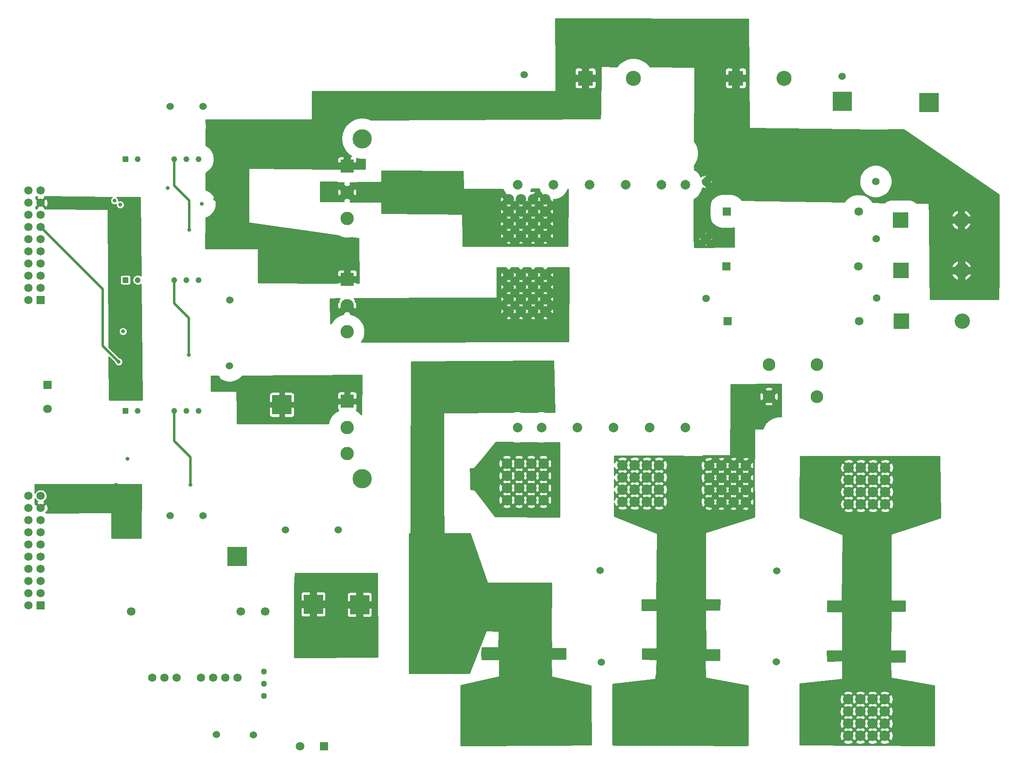
<source format=gbr>
%TF.GenerationSoftware,KiCad,Pcbnew,(5.1.12)-1*%
%TF.CreationDate,2023-12-01T15:42:45+05:30*%
%TF.ProjectId,DCCB PCB-V3,44434342-2050-4434-922d-56332e6b6963,rev?*%
%TF.SameCoordinates,Original*%
%TF.FileFunction,Copper,L3,Inr*%
%TF.FilePolarity,Positive*%
%FSLAX46Y46*%
G04 Gerber Fmt 4.6, Leading zero omitted, Abs format (unit mm)*
G04 Created by KiCad (PCBNEW (5.1.12)-1) date 2023-12-01 15:42:45*
%MOMM*%
%LPD*%
G01*
G04 APERTURE LIST*
%TA.AperFunction,ComponentPad*%
%ADD10C,1.530000*%
%TD*%
%TA.AperFunction,ComponentPad*%
%ADD11C,0.100000*%
%TD*%
%TA.AperFunction,ComponentPad*%
%ADD12C,4.005000*%
%TD*%
%TA.AperFunction,ComponentPad*%
%ADD13C,3.150000*%
%TD*%
%TA.AperFunction,ComponentPad*%
%ADD14R,3.150000X3.150000*%
%TD*%
%TA.AperFunction,ComponentPad*%
%ADD15C,1.230000*%
%TD*%
%TA.AperFunction,ComponentPad*%
%ADD16R,1.230000X1.230000*%
%TD*%
%TA.AperFunction,ComponentPad*%
%ADD17C,1.725000*%
%TD*%
%TA.AperFunction,ComponentPad*%
%ADD18R,1.725000X1.725000*%
%TD*%
%TA.AperFunction,ComponentPad*%
%ADD19C,2.200000*%
%TD*%
%TA.AperFunction,WasherPad*%
%ADD20C,2.000000*%
%TD*%
%TA.AperFunction,ComponentPad*%
%ADD21C,1.800000*%
%TD*%
%TA.AperFunction,ComponentPad*%
%ADD22R,1.800000X1.800000*%
%TD*%
%TA.AperFunction,ComponentPad*%
%ADD23R,3.200000X3.200000*%
%TD*%
%TA.AperFunction,ComponentPad*%
%ADD24O,3.200000X3.200000*%
%TD*%
%TA.AperFunction,ComponentPad*%
%ADD25C,1.269000*%
%TD*%
%TA.AperFunction,ComponentPad*%
%ADD26C,2.640000*%
%TD*%
%TA.AperFunction,ComponentPad*%
%ADD27C,1.575000*%
%TD*%
%TA.AperFunction,ComponentPad*%
%ADD28C,2.790000*%
%TD*%
%TA.AperFunction,ComponentPad*%
%ADD29R,2.790000X2.790000*%
%TD*%
%TA.AperFunction,ViaPad*%
%ADD30C,0.800000*%
%TD*%
%TA.AperFunction,Conductor*%
%ADD31C,0.500000*%
%TD*%
%TA.AperFunction,Conductor*%
%ADD32C,0.254000*%
%TD*%
%TA.AperFunction,Conductor*%
%ADD33C,0.100000*%
%TD*%
%TA.AperFunction,Conductor*%
%ADD34C,0.300000*%
%TD*%
G04 APERTURE END LIST*
D10*
%TO.N,Net-(PS5-Pad7)*%
%TO.C,TP18*%
X87250000Y-183620000D03*
%TD*%
%TO.N,Net-(IC1-Pad1)*%
%TO.C,TP17*%
X79570000Y-183590000D03*
%TD*%
%TO.N,gnd3*%
%TO.C,TP16*%
X82296000Y-92964000D03*
%TD*%
%TO.N,G4*%
%TO.C,TP15*%
X82290000Y-106660000D03*
%TD*%
%TO.N,gnd1*%
%TO.C,TP14*%
X76708000Y-137922000D03*
%TD*%
%TO.N,gnd3*%
%TO.C,TP13*%
X76708000Y-52578000D03*
%TD*%
%TO.N,G2*%
%TO.C,TP12*%
X69850000Y-52578000D03*
%TD*%
%TO.N,G1*%
%TO.C,TP11*%
X69850000Y-137922000D03*
%TD*%
%TO.N,GND*%
%TO.C,TP10*%
X196280000Y-168380000D03*
%TD*%
%TO.N,L3*%
%TO.C,TP9*%
X159830000Y-168500000D03*
%TD*%
%TO.N,Net-(C11-Pad2)*%
%TO.C,TP8*%
X210040000Y-46290000D03*
%TD*%
%TO.N,gnd3*%
%TO.C,TP7*%
X143690000Y-45970000D03*
%TD*%
%TO.N,gnd1*%
%TO.C,TP6*%
X93930000Y-140860000D03*
%TD*%
%TO.N,L1'*%
%TO.C,TP3*%
X104920000Y-140870000D03*
%TD*%
%TO.N,GND*%
%TO.C,TP2*%
X196400000Y-149440000D03*
%TD*%
%TO.N,L1*%
%TO.C,TP1*%
X159590000Y-149320000D03*
%TD*%
%TA.AperFunction,ComponentPad*%
D11*
%TO.N,gnd1*%
%TO.C,K1*%
G36*
X95180000Y-116770000D02*
G01*
X91180000Y-116770000D01*
X91180000Y-112770000D01*
X95180000Y-112770000D01*
X95180000Y-116770000D01*
G37*
%TD.AperFunction*%
%TD*%
D12*
%TO.N,Net-(H5-Pad2)*%
%TO.C,H5*%
X109960000Y-130250000D03*
%TO.N,Net-(H5-Pad1)*%
X109960000Y-59310000D03*
%TD*%
D13*
%TO.N,Net-(C11-Pad2)*%
%TO.C,C11*%
X197870000Y-46720000D03*
D14*
%TO.N,gnd3*%
X187870000Y-46720000D03*
%TD*%
D15*
%TO.N,gnd3*%
%TO.C,PS3*%
X73270000Y-88770000D03*
%TO.N,+15_3*%
X75810000Y-88770000D03*
%TO.N,-8_3*%
X70730000Y-88770000D03*
%TO.N,-12V*%
X63110000Y-88770000D03*
D16*
%TO.N,+12*%
X60570000Y-88770000D03*
%TD*%
D15*
%TO.N,gnd1*%
%TO.C,PS2*%
X73270000Y-116060000D03*
%TO.N,+15*%
X75810000Y-116060000D03*
%TO.N,-8*%
X70730000Y-116060000D03*
%TO.N,-12V*%
X63110000Y-116060000D03*
D16*
%TO.N,+12*%
X60570000Y-116060000D03*
%TD*%
D15*
%TO.N,gnd3*%
%TO.C,PS1*%
X73270000Y-63550000D03*
%TO.N,+15_2*%
X75810000Y-63550000D03*
%TO.N,-8_2*%
X70730000Y-63550000D03*
%TO.N,-12V*%
X63110000Y-63550000D03*
D16*
%TO.N,+12*%
X60570000Y-63550000D03*
%TD*%
D17*
%TO.N,Net-(J2-Pad20)*%
%TO.C,J2*%
X40360000Y-133780000D03*
%TO.N,5v1*%
X42900000Y-133780000D03*
%TO.N,Net-(J2-Pad18)*%
X40360000Y-136320000D03*
%TO.N,GND2*%
X42900000Y-136320000D03*
%TO.N,pwm1*%
X40360000Y-138860000D03*
%TO.N,Net-(J2-Pad15)*%
X42900000Y-138860000D03*
%TO.N,Net-(J2-Pad14)*%
X40360000Y-141400000D03*
%TO.N,Net-(J2-Pad13)*%
X42900000Y-141400000D03*
%TO.N,Net-(J2-Pad12)*%
X40360000Y-143940000D03*
%TO.N,Net-(J2-Pad11)*%
X42900000Y-143940000D03*
%TO.N,Net-(J2-Pad10)*%
X40360000Y-146480000D03*
%TO.N,Net-(J2-Pad9)*%
X42900000Y-146480000D03*
%TO.N,Net-(J2-Pad8)*%
X40360000Y-149020000D03*
%TO.N,Net-(J2-Pad7)*%
X42900000Y-149020000D03*
%TO.N,Net-(J2-Pad6)*%
X40360000Y-151560000D03*
%TO.N,Net-(J2-Pad5)*%
X42900000Y-151560000D03*
%TO.N,Net-(J2-Pad4)*%
X40360000Y-154100000D03*
%TO.N,Net-(J2-Pad3)*%
X42900000Y-154100000D03*
%TO.N,Net-(J2-Pad2)*%
X40360000Y-156640000D03*
D18*
%TO.N,Net-(J2-Pad1)*%
X42900000Y-156640000D03*
%TD*%
D17*
%TO.N,Net-(J1-Pad20)*%
%TO.C,J1*%
X40360000Y-70140000D03*
%TO.N,5v*%
X42900000Y-70140000D03*
%TO.N,Net-(J1-Pad18)*%
X40360000Y-72680000D03*
%TO.N,GND1*%
X42900000Y-72680000D03*
%TO.N,Net-(J1-Pad16)*%
X40360000Y-75220000D03*
%TO.N,pwm3*%
X42900000Y-75220000D03*
%TO.N,Net-(J1-Pad14)*%
X40360000Y-77760000D03*
%TO.N,pwm4*%
X42900000Y-77760000D03*
%TO.N,Net-(J1-Pad12)*%
X40360000Y-80300000D03*
%TO.N,Net-(J1-Pad11)*%
X42900000Y-80300000D03*
%TO.N,Net-(J1-Pad10)*%
X40360000Y-82840000D03*
%TO.N,Net-(J1-Pad9)*%
X42900000Y-82840000D03*
%TO.N,Net-(J1-Pad8)*%
X40360000Y-85380000D03*
%TO.N,Net-(J1-Pad7)*%
X42900000Y-85380000D03*
%TO.N,Net-(J1-Pad6)*%
X40360000Y-87920000D03*
%TO.N,Net-(J1-Pad5)*%
X42900000Y-87920000D03*
%TO.N,Net-(J1-Pad4)*%
X40360000Y-90460000D03*
%TO.N,Net-(J1-Pad3)*%
X42900000Y-90460000D03*
%TO.N,Net-(J1-Pad2)*%
X40360000Y-93000000D03*
D18*
%TO.N,Net-(J1-Pad1)*%
X42900000Y-93000000D03*
%TD*%
D19*
%TO.N,L3'*%
%TO.C,IC15*%
X148150000Y-95330000D03*
X145610000Y-95330000D03*
X143070000Y-95330000D03*
X140530000Y-95330000D03*
X148150000Y-92790000D03*
X145610000Y-92790000D03*
X143070000Y-92790000D03*
X140530000Y-92790000D03*
X148150000Y-90250000D03*
X145610000Y-90250000D03*
X143070000Y-90250000D03*
X140530000Y-90250000D03*
X148150000Y-87710000D03*
X145610000Y-87710000D03*
X143070000Y-87710000D03*
X140530000Y-87710000D03*
%TD*%
%TO.N,L3*%
%TO.C,IC14*%
X147800000Y-114790000D03*
X145260000Y-114790000D03*
X142720000Y-114790000D03*
X140180000Y-114790000D03*
X147800000Y-112250000D03*
X145260000Y-112250000D03*
X142720000Y-112250000D03*
X140180000Y-112250000D03*
X147800000Y-109710000D03*
X145260000Y-109710000D03*
X142720000Y-109710000D03*
X140180000Y-109710000D03*
X147800000Y-107170000D03*
X145260000Y-107170000D03*
X142720000Y-107170000D03*
X140180000Y-107170000D03*
%TD*%
%TO.N,L1'*%
%TO.C,IC13*%
X147750000Y-134690000D03*
X145210000Y-134690000D03*
X142670000Y-134690000D03*
X140130000Y-134690000D03*
X147750000Y-132150000D03*
X145210000Y-132150000D03*
X142670000Y-132150000D03*
X140130000Y-132150000D03*
X147750000Y-129610000D03*
X145210000Y-129610000D03*
X142670000Y-129610000D03*
X140130000Y-129610000D03*
X147750000Y-127070000D03*
X145210000Y-127070000D03*
X142670000Y-127070000D03*
X140130000Y-127070000D03*
%TD*%
%TO.N,L1*%
%TO.C,IC12*%
X171830000Y-135000000D03*
X169290000Y-135000000D03*
X166750000Y-135000000D03*
X164210000Y-135000000D03*
X171830000Y-132460000D03*
X169290000Y-132460000D03*
X166750000Y-132460000D03*
X164210000Y-132460000D03*
X171830000Y-129920000D03*
X169290000Y-129920000D03*
X166750000Y-129920000D03*
X164210000Y-129920000D03*
X171830000Y-127380000D03*
X169290000Y-127380000D03*
X166750000Y-127380000D03*
X164210000Y-127380000D03*
%TD*%
%TO.N,L2'*%
%TO.C,IC11*%
X148120000Y-79610000D03*
X145580000Y-79610000D03*
X143040000Y-79610000D03*
X140500000Y-79610000D03*
X148120000Y-77070000D03*
X145580000Y-77070000D03*
X143040000Y-77070000D03*
X140500000Y-77070000D03*
X148120000Y-74530000D03*
X145580000Y-74530000D03*
X143040000Y-74530000D03*
X140500000Y-74530000D03*
X148120000Y-71990000D03*
X145580000Y-71990000D03*
X143040000Y-71990000D03*
X140500000Y-71990000D03*
%TD*%
%TO.N,L1*%
%TO.C,IC10*%
X189910000Y-135100000D03*
X187370000Y-135100000D03*
X184830000Y-135100000D03*
X182290000Y-135100000D03*
X189910000Y-132560000D03*
X187370000Y-132560000D03*
X184830000Y-132560000D03*
X182290000Y-132560000D03*
X189910000Y-130020000D03*
X187370000Y-130020000D03*
X184830000Y-130020000D03*
X182290000Y-130020000D03*
X189910000Y-127480000D03*
X187370000Y-127480000D03*
X184830000Y-127480000D03*
X182290000Y-127480000D03*
%TD*%
%TO.N,GND*%
%TO.C,IC9*%
X218900000Y-176210000D03*
X216360000Y-176210000D03*
X213820000Y-176210000D03*
X211280000Y-176210000D03*
X218900000Y-178750000D03*
X216360000Y-178750000D03*
X213820000Y-178750000D03*
X211280000Y-178750000D03*
X218900000Y-181290000D03*
X216360000Y-181290000D03*
X213820000Y-181290000D03*
X211280000Y-181290000D03*
X218900000Y-183830000D03*
X216360000Y-183830000D03*
X213820000Y-183830000D03*
X211280000Y-183830000D03*
%TD*%
%TO.N,L3*%
%TO.C,IC8*%
X148010000Y-184060000D03*
X148010000Y-181520000D03*
X148010000Y-178980000D03*
X148010000Y-176440000D03*
X145470000Y-184060000D03*
X145470000Y-181520000D03*
X145470000Y-178980000D03*
X145470000Y-176440000D03*
X142930000Y-184060000D03*
X142930000Y-181520000D03*
X142930000Y-178980000D03*
X142930000Y-176440000D03*
X140390000Y-184060000D03*
X140390000Y-181520000D03*
X140390000Y-178980000D03*
X140390000Y-176440000D03*
%TD*%
%TO.N,GND*%
%TO.C,IC7*%
X211370000Y-135510000D03*
X211370000Y-132970000D03*
X211370000Y-130430000D03*
X211370000Y-127890000D03*
X213910000Y-135510000D03*
X213910000Y-132970000D03*
X213910000Y-130430000D03*
X213910000Y-127890000D03*
X216450000Y-135510000D03*
X216450000Y-132970000D03*
X216450000Y-130430000D03*
X216450000Y-127890000D03*
X218990000Y-135510000D03*
X218990000Y-132970000D03*
X218990000Y-130430000D03*
X218990000Y-127890000D03*
%TD*%
%TO.N,L1*%
%TO.C,IC6*%
X180310000Y-176480000D03*
X177770000Y-176480000D03*
X175230000Y-176480000D03*
X172690000Y-176480000D03*
X180310000Y-179020000D03*
X177770000Y-179020000D03*
X175230000Y-179020000D03*
X172690000Y-179020000D03*
X180310000Y-181560000D03*
X177770000Y-181560000D03*
X175230000Y-181560000D03*
X172690000Y-181560000D03*
X180310000Y-184100000D03*
X177770000Y-184100000D03*
X175230000Y-184100000D03*
X172690000Y-184100000D03*
%TD*%
D20*
%TO.N,*%
%TO.C,L1*%
X177350000Y-68910000D03*
X172350000Y-68910000D03*
X164850000Y-68910000D03*
X157350000Y-68910000D03*
X149850000Y-68910000D03*
X142350000Y-68910000D03*
X154848800Y-119506800D03*
X169848800Y-119506800D03*
X162348800Y-119506800D03*
X147348800Y-119506800D03*
X142348800Y-119506800D03*
X177348800Y-119506800D03*
%TD*%
D21*
%TO.N,Net-(C2-Pad2)*%
%TO.C,C2*%
X213610000Y-97340000D03*
D22*
%TO.N,L1'*%
X186110000Y-97340000D03*
%TD*%
D21*
%TO.N,Net-(J7-Pad2)*%
%TO.C,J7*%
X97010000Y-186030000D03*
D22*
%TO.N,Net-(J7-Pad1)*%
X102010000Y-186030000D03*
%TD*%
D17*
%TO.N,Net-(IC1-Pad2)*%
%TO.C,PS5*%
X83960000Y-171690000D03*
%TO.N,Net-(PS5-Pad7)*%
X81420000Y-171690000D03*
%TO.N,Net-(IC1-Pad3)*%
X78880000Y-171690000D03*
%TO.N,Net-(PS5-Pad5)*%
X76340000Y-171690000D03*
%TO.N,Net-(PS5-Pad3)*%
X71260000Y-171690000D03*
%TO.N,Net-(J7-Pad1)*%
X68720000Y-171690000D03*
%TO.N,Net-(J7-Pad2)*%
X66180000Y-171690000D03*
%TD*%
D23*
%TO.N,Net-(C4-Pad2)*%
%TO.C,D7*%
X222250000Y-86820000D03*
D24*
%TO.N,gnd3*%
X234950000Y-86820000D03*
%TD*%
D23*
%TO.N,Net-(C2-Pad2)*%
%TO.C,D6*%
X222390000Y-97340000D03*
D24*
%TO.N,L3*%
X235090000Y-97340000D03*
%TD*%
D23*
%TO.N,Net-(C1-Pad2)*%
%TO.C,D5*%
X222190000Y-76290000D03*
D24*
%TO.N,gnd3*%
X234890000Y-76290000D03*
%TD*%
%TA.AperFunction,ComponentPad*%
D11*
%TO.N,L3*%
%TO.C,Probe2*%
G36*
X126450000Y-158390000D02*
G01*
X122450000Y-158390000D01*
X122450000Y-154390000D01*
X126450000Y-154390000D01*
X126450000Y-158390000D01*
G37*
%TD.AperFunction*%
%TD*%
%TA.AperFunction,ComponentPad*%
%TO.N,Net-(Probe1-Pad1)*%
%TO.C,Probe1*%
G36*
X111430000Y-158530000D02*
G01*
X107430000Y-158530000D01*
X107430000Y-154530000D01*
X111430000Y-154530000D01*
X111430000Y-158530000D01*
G37*
%TD.AperFunction*%
%TD*%
D21*
%TO.N,+12*%
%TO.C,J5*%
X44350000Y-115640000D03*
D22*
%TO.N,-12V*%
X44350000Y-110640000D03*
%TD*%
D25*
%TO.N,Net-(PS5-Pad7)*%
%TO.C,VR1*%
X89480000Y-175500000D03*
X89480000Y-172960000D03*
%TO.N,Net-(IC1-Pad1)*%
X89480000Y-170420000D03*
%TD*%
%TA.AperFunction,ComponentPad*%
D11*
%TO.N,Net-(Probe1-Pad1)*%
%TO.C,Sense2*%
G36*
X101770000Y-158420000D02*
G01*
X97770000Y-158420000D01*
X97770000Y-154420000D01*
X101770000Y-154420000D01*
X101770000Y-158420000D01*
G37*
%TD.AperFunction*%
%TD*%
%TA.AperFunction,ComponentPad*%
%TO.N,GND*%
%TO.C,TP5*%
G36*
X230140000Y-53760000D02*
G01*
X226140000Y-53760000D01*
X226140000Y-49760000D01*
X230140000Y-49760000D01*
X230140000Y-53760000D01*
G37*
%TD.AperFunction*%
%TD*%
%TA.AperFunction,ComponentPad*%
%TO.N,Net-(C11-Pad2)*%
%TO.C,TP4*%
G36*
X212060000Y-53530000D02*
G01*
X208060000Y-53530000D01*
X208060000Y-49530000D01*
X212060000Y-49530000D01*
X212060000Y-53530000D01*
G37*
%TD.AperFunction*%
%TD*%
%TA.AperFunction,ComponentPad*%
%TO.N,Net-(Sense1-Pad1)*%
%TO.C,Sense1*%
G36*
X85850000Y-148450000D02*
G01*
X81850000Y-148450000D01*
X81850000Y-144450000D01*
X85850000Y-144450000D01*
X85850000Y-148450000D01*
G37*
%TD.AperFunction*%
%TD*%
D26*
%TO.N,L3*%
%TO.C,RV2*%
X204780000Y-113100000D03*
%TO.N,L1*%
X194780000Y-113100000D03*
%TD*%
%TO.N,L3*%
%TO.C,RV1*%
X204780000Y-106460000D03*
%TO.N,L1'*%
X194780000Y-106460000D03*
%TD*%
D27*
%TO.N,Net-(C4-Pad2)*%
%TO.C,R3*%
X217110000Y-80160000D03*
%TO.N,gnd3*%
X181610000Y-80240000D03*
%TD*%
%TO.N,Net-(C2-Pad2)*%
%TO.C,R2*%
X217180000Y-92540000D03*
%TO.N,L3*%
X181680000Y-92620000D03*
%TD*%
%TO.N,Net-(C1-Pad2)*%
%TO.C,R1*%
X217050000Y-68240000D03*
%TO.N,gnd3*%
X181550000Y-68320000D03*
%TD*%
D21*
%TO.N,Net-(IC1-Pad3)*%
%TO.C,IC1*%
X61770000Y-157900000D03*
%TO.N,Net-(IC1-Pad2)*%
X84630000Y-157900000D03*
%TO.N,Net-(IC1-Pad1)*%
X89710000Y-157900000D03*
%TD*%
D28*
%TO.N,G4*%
%TO.C,D3*%
X106810000Y-99566000D03*
%TO.N,L3'*%
X106810000Y-94106000D03*
D29*
%TO.N,gnd3*%
X106810000Y-88646000D03*
%TD*%
D28*
%TO.N,G1*%
%TO.C,D2*%
X106810000Y-124970000D03*
%TO.N,L1'*%
X106810000Y-119510000D03*
D29*
%TO.N,gnd1*%
X106810000Y-114050000D03*
%TD*%
D28*
%TO.N,G2*%
%TO.C,D1*%
X106810000Y-75970000D03*
%TO.N,L2'*%
X106810000Y-70510000D03*
D29*
%TO.N,gnd3*%
X106810000Y-65050000D03*
%TD*%
D21*
%TO.N,Net-(C4-Pad2)*%
%TO.C,C4*%
X213380000Y-85890000D03*
D22*
%TO.N,L3'*%
X185880000Y-85890000D03*
%TD*%
D13*
%TO.N,Net-(C11-Pad2)*%
%TO.C,C3*%
X166520000Y-46720000D03*
D14*
%TO.N,gnd3*%
X156520000Y-46720000D03*
%TD*%
D21*
%TO.N,Net-(C1-Pad2)*%
%TO.C,C1*%
X213470000Y-74460000D03*
D22*
%TO.N,L2'*%
X185970000Y-74460000D03*
%TD*%
D30*
%TO.N,GND*%
X202620000Y-129210000D03*
X204620000Y-129210000D03*
X206620000Y-129210000D03*
X208620000Y-129210000D03*
X202620000Y-131210000D03*
X204620000Y-131210000D03*
X206620000Y-131210000D03*
X208620000Y-131210000D03*
X202620000Y-133210000D03*
X204620000Y-133210000D03*
X206620000Y-133210000D03*
X208620000Y-133210000D03*
X202620000Y-135210000D03*
X204620000Y-135210000D03*
X206620000Y-135210000D03*
X208620000Y-135210000D03*
X222220000Y-135390000D03*
X228220000Y-129390000D03*
X228220000Y-131390000D03*
X224220000Y-133390000D03*
X224220000Y-135390000D03*
X228220000Y-135390000D03*
X224220000Y-129390000D03*
X224220000Y-131390000D03*
X226220000Y-133390000D03*
X226220000Y-135390000D03*
X228220000Y-133390000D03*
X222220000Y-133390000D03*
X222220000Y-131390000D03*
X226220000Y-131390000D03*
X226220000Y-129390000D03*
X222220000Y-129390000D03*
X227660000Y-178550000D03*
X225660000Y-178550000D03*
X225660000Y-180550000D03*
X221660000Y-180550000D03*
X225660000Y-182550000D03*
X221660000Y-178550000D03*
X223660000Y-176550000D03*
X227660000Y-182550000D03*
X223660000Y-178550000D03*
X227660000Y-180550000D03*
X223660000Y-182550000D03*
X223660000Y-180550000D03*
X221660000Y-182550000D03*
X227660000Y-176550000D03*
X225660000Y-176550000D03*
X221660000Y-176550000D03*
X206440000Y-182480000D03*
X202440000Y-178480000D03*
X204440000Y-176480000D03*
X204440000Y-182480000D03*
X206440000Y-176480000D03*
X202440000Y-182480000D03*
X204440000Y-178480000D03*
X208440000Y-180480000D03*
X204440000Y-180480000D03*
X208440000Y-176480000D03*
X202440000Y-176480000D03*
X208440000Y-182480000D03*
X208440000Y-178480000D03*
X206440000Y-178480000D03*
X206440000Y-180480000D03*
X202440000Y-180480000D03*
%TO.N,gnd3*%
X79800000Y-81800000D03*
X79230000Y-55800000D03*
X93930000Y-82000000D03*
X95730000Y-82000000D03*
X97530000Y-82000000D03*
X99330000Y-82000000D03*
X93930000Y-83800000D03*
X95730000Y-83800000D03*
X97530000Y-83800000D03*
X99330000Y-83800000D03*
X93930000Y-85600000D03*
X95730000Y-85600000D03*
X97530000Y-85600000D03*
X99330000Y-85600000D03*
X93930000Y-87400000D03*
X95730000Y-87400000D03*
X97530000Y-87400000D03*
X99330000Y-87400000D03*
X81050000Y-68250000D03*
X79250000Y-68250000D03*
X84650000Y-68250000D03*
X82850000Y-71850000D03*
X84650000Y-71850000D03*
X79250000Y-70050000D03*
X81050000Y-70050000D03*
X82850000Y-70050000D03*
X84650000Y-70050000D03*
X79250000Y-71850000D03*
X82850000Y-68250000D03*
X81050000Y-71850000D03*
X84650000Y-66450000D03*
X81050000Y-66450000D03*
X82850000Y-66450000D03*
X79250000Y-66450000D03*
X93470000Y-57500000D03*
X89870000Y-59300000D03*
X91670000Y-59300000D03*
X93470000Y-59300000D03*
X89870000Y-57500000D03*
X88070000Y-61100000D03*
X88070000Y-59300000D03*
X89870000Y-61100000D03*
X91670000Y-61100000D03*
X93470000Y-61100000D03*
X88070000Y-62900000D03*
X89870000Y-62900000D03*
X88070000Y-57500000D03*
X91670000Y-57500000D03*
X93470000Y-62900000D03*
X91670000Y-62900000D03*
%TO.N,-8_2*%
X73840000Y-78330000D03*
%TO.N,-8*%
X74100000Y-131450000D03*
%TO.N,-8_3*%
X73820000Y-104420000D03*
%TO.N,pwm3*%
X58260001Y-72229999D03*
%TO.N,pwm4*%
X59150000Y-105830000D03*
%TO.N,GND1*%
X57540000Y-77890000D03*
X58270000Y-103290000D03*
%TO.N,G2*%
X69342000Y-69596000D03*
X76454000Y-72898000D03*
%TO.N,Net-(Probe1-Pad1)*%
X98490000Y-160840000D03*
X101030000Y-160840000D03*
X103570000Y-160840000D03*
X106110000Y-160840000D03*
X108650000Y-160840000D03*
X111190000Y-160840000D03*
X98490000Y-163380000D03*
X101030000Y-163380000D03*
X103570000Y-163380000D03*
X106110000Y-163380000D03*
X108650000Y-163380000D03*
X111190000Y-163380000D03*
X98490000Y-165920000D03*
X101030000Y-165920000D03*
X103570000Y-165920000D03*
X106110000Y-165920000D03*
X108650000Y-165920000D03*
X111190000Y-165920000D03*
%TO.N,L3*%
X127450000Y-151870000D03*
X129990000Y-151870000D03*
X132530000Y-151870000D03*
X135070000Y-151870000D03*
X127450000Y-154410000D03*
X129990000Y-154410000D03*
X132530000Y-154410000D03*
X135070000Y-154410000D03*
X127450000Y-156950000D03*
X129990000Y-156950000D03*
X132530000Y-156950000D03*
X135070000Y-156950000D03*
X127450000Y-159490000D03*
X129990000Y-159490000D03*
X132530000Y-159490000D03*
X135070000Y-159490000D03*
X127450000Y-162030000D03*
X129990000Y-162030000D03*
X132530000Y-162030000D03*
X135070000Y-162030000D03*
%TO.N,L1*%
X186870000Y-182550000D03*
X182870000Y-178550000D03*
X184870000Y-176550000D03*
X184870000Y-182550000D03*
X186870000Y-176550000D03*
X182870000Y-182550000D03*
X184870000Y-178550000D03*
X188870000Y-180550000D03*
X184870000Y-180550000D03*
X188870000Y-176550000D03*
X182870000Y-176550000D03*
X188870000Y-182550000D03*
X188870000Y-178550000D03*
X186870000Y-178550000D03*
X186870000Y-180550000D03*
X182870000Y-180550000D03*
X173990000Y-135190000D03*
X175990000Y-135190000D03*
X177990000Y-135190000D03*
X179990000Y-135190000D03*
X173990000Y-137190000D03*
X175990000Y-137190000D03*
X177990000Y-137190000D03*
X179990000Y-137190000D03*
X173990000Y-139190000D03*
X175990000Y-139190000D03*
X177990000Y-139190000D03*
X179990000Y-139190000D03*
X173990000Y-141190000D03*
X175990000Y-141190000D03*
X177990000Y-141190000D03*
X179990000Y-141190000D03*
X168150000Y-176500000D03*
X166150000Y-182500000D03*
X168150000Y-182500000D03*
X170150000Y-180500000D03*
X166150000Y-176500000D03*
X164150000Y-182500000D03*
X166150000Y-180500000D03*
X170150000Y-176500000D03*
X164150000Y-178500000D03*
X166150000Y-178500000D03*
X164150000Y-176500000D03*
X170150000Y-182500000D03*
X170150000Y-178500000D03*
X168150000Y-178500000D03*
X168150000Y-180500000D03*
X164150000Y-180500000D03*
%TO.N,5v*%
X59470000Y-73080000D03*
X60060000Y-99500000D03*
%TO.N,gnd1*%
X79880000Y-109090000D03*
%TO.N,5v1*%
X60970000Y-126060000D03*
%TO.N,GND2*%
X58660000Y-131520000D03*
%TD*%
D31*
%TO.N,-8_2*%
X70730000Y-63550000D02*
X70730000Y-69070000D01*
X73840000Y-72180000D02*
X73840000Y-78330000D01*
X70730000Y-69070000D02*
X73840000Y-72180000D01*
%TO.N,-8*%
X70730000Y-116060000D02*
X70730000Y-122320000D01*
X74100000Y-125690000D02*
X74100000Y-131450000D01*
X70730000Y-122320000D02*
X74100000Y-125690000D01*
%TO.N,-8_3*%
X70730000Y-88770000D02*
X70730000Y-93610000D01*
X73820000Y-96700000D02*
X73820000Y-104420000D01*
X70730000Y-93610000D02*
X73820000Y-96700000D01*
%TO.N,pwm4*%
X42900000Y-77760000D02*
X55850000Y-90710000D01*
X55850000Y-102530000D02*
X59150000Y-105830000D01*
X55850000Y-90710000D02*
X55850000Y-102530000D01*
%TD*%
D32*
%TO.N,GND1*%
X42209946Y-71345018D02*
X42121434Y-71392330D01*
X42042286Y-71642681D01*
X42900000Y-72500395D01*
X43757714Y-71642681D01*
X43678566Y-71392330D01*
X43608828Y-71359016D01*
X57808307Y-71501105D01*
X57713695Y-71564323D01*
X57594325Y-71683693D01*
X57500537Y-71824057D01*
X57435935Y-71980021D01*
X57403001Y-72145592D01*
X57403001Y-72314406D01*
X57435935Y-72479977D01*
X57500537Y-72635941D01*
X57594325Y-72776305D01*
X57713695Y-72895675D01*
X57854059Y-72989463D01*
X58010023Y-73054065D01*
X58175594Y-73086999D01*
X58344408Y-73086999D01*
X58509979Y-73054065D01*
X58613000Y-73011393D01*
X58613000Y-73164407D01*
X58645934Y-73329978D01*
X58710536Y-73485942D01*
X58804324Y-73626306D01*
X58923694Y-73745676D01*
X59064058Y-73839464D01*
X59220022Y-73904066D01*
X59385593Y-73937000D01*
X59554407Y-73937000D01*
X59719978Y-73904066D01*
X59875942Y-73839464D01*
X60016306Y-73745676D01*
X60135676Y-73626306D01*
X60229464Y-73485942D01*
X60294066Y-73329978D01*
X60327000Y-73164407D01*
X60327000Y-72995593D01*
X60294066Y-72830022D01*
X60229464Y-72674058D01*
X60135676Y-72533694D01*
X60016306Y-72414324D01*
X59875942Y-72320536D01*
X59719978Y-72255934D01*
X59554407Y-72223000D01*
X59385593Y-72223000D01*
X59220022Y-72255934D01*
X59117001Y-72298606D01*
X59117001Y-72145592D01*
X59084067Y-71980021D01*
X59019465Y-71824057D01*
X58925677Y-71683693D01*
X58806307Y-71564323D01*
X58725430Y-71510283D01*
X63583721Y-71558898D01*
X63752040Y-87909714D01*
X63617782Y-87820006D01*
X63422691Y-87739196D01*
X63215583Y-87698000D01*
X63004417Y-87698000D01*
X62797309Y-87739196D01*
X62602218Y-87820006D01*
X62426640Y-87937323D01*
X62277323Y-88086640D01*
X62160006Y-88262218D01*
X62079196Y-88457309D01*
X62038000Y-88664417D01*
X62038000Y-88875583D01*
X62079196Y-89082691D01*
X62160006Y-89277782D01*
X62277323Y-89453360D01*
X62426640Y-89602677D01*
X62602218Y-89719994D01*
X62797309Y-89800804D01*
X63004417Y-89842000D01*
X63215583Y-89842000D01*
X63422691Y-89800804D01*
X63617782Y-89719994D01*
X63769630Y-89618532D01*
X64018610Y-113804922D01*
X57167043Y-113767103D01*
X57121437Y-104801286D01*
X58307511Y-105987360D01*
X58325934Y-106079978D01*
X58390536Y-106235942D01*
X58484324Y-106376306D01*
X58603694Y-106495676D01*
X58744058Y-106589464D01*
X58900022Y-106654066D01*
X59065593Y-106687000D01*
X59234407Y-106687000D01*
X59399978Y-106654066D01*
X59555942Y-106589464D01*
X59696306Y-106495676D01*
X59815676Y-106376306D01*
X59909464Y-106235942D01*
X59974066Y-106079978D01*
X60007000Y-105914407D01*
X60007000Y-105745593D01*
X59974066Y-105580022D01*
X59909464Y-105424058D01*
X59815676Y-105283694D01*
X59696306Y-105164324D01*
X59555942Y-105070536D01*
X59399978Y-105005934D01*
X59307360Y-104987511D01*
X57111213Y-102791365D01*
X57094042Y-99415593D01*
X59203000Y-99415593D01*
X59203000Y-99584407D01*
X59235934Y-99749978D01*
X59300536Y-99905942D01*
X59394324Y-100046306D01*
X59513694Y-100165676D01*
X59654058Y-100259464D01*
X59810022Y-100324066D01*
X59975593Y-100357000D01*
X60144407Y-100357000D01*
X60309978Y-100324066D01*
X60465942Y-100259464D01*
X60606306Y-100165676D01*
X60725676Y-100046306D01*
X60819464Y-99905942D01*
X60884066Y-99749978D01*
X60917000Y-99584407D01*
X60917000Y-99415593D01*
X60884066Y-99250022D01*
X60819464Y-99094058D01*
X60725676Y-98953694D01*
X60606306Y-98834324D01*
X60465942Y-98740536D01*
X60309978Y-98675934D01*
X60144407Y-98643000D01*
X59975593Y-98643000D01*
X59810022Y-98675934D01*
X59654058Y-98740536D01*
X59513694Y-98834324D01*
X59394324Y-98953694D01*
X59300536Y-99094058D01*
X59235934Y-99250022D01*
X59203000Y-99415593D01*
X57094042Y-99415593D01*
X57036764Y-88155000D01*
X59495789Y-88155000D01*
X59495789Y-89385000D01*
X59504613Y-89474588D01*
X59530744Y-89560732D01*
X59573180Y-89640124D01*
X59630289Y-89709711D01*
X59699876Y-89766820D01*
X59779268Y-89809256D01*
X59865412Y-89835387D01*
X59955000Y-89844211D01*
X61185000Y-89844211D01*
X61274588Y-89835387D01*
X61360732Y-89809256D01*
X61440124Y-89766820D01*
X61509711Y-89709711D01*
X61566820Y-89640124D01*
X61609256Y-89560732D01*
X61635387Y-89474588D01*
X61644211Y-89385000D01*
X61644211Y-88155000D01*
X61635387Y-88065412D01*
X61609256Y-87979268D01*
X61566820Y-87899876D01*
X61509711Y-87830289D01*
X61440124Y-87773180D01*
X61360732Y-87730744D01*
X61274588Y-87704613D01*
X61185000Y-87695789D01*
X59955000Y-87695789D01*
X59865412Y-87704613D01*
X59779268Y-87730744D01*
X59699876Y-87773180D01*
X59630289Y-87830289D01*
X59573180Y-87899876D01*
X59530744Y-87979268D01*
X59504613Y-88065412D01*
X59495789Y-88155000D01*
X57036764Y-88155000D01*
X56965180Y-74082244D01*
X56962614Y-74057480D01*
X56955266Y-74033693D01*
X56943418Y-74011796D01*
X56927527Y-73992632D01*
X56908201Y-73976936D01*
X56886185Y-73965312D01*
X56862325Y-73958206D01*
X56838350Y-73955890D01*
X43687782Y-73938518D01*
X43757714Y-73717319D01*
X42900000Y-72859605D01*
X42042286Y-73717319D01*
X42111560Y-73936436D01*
X41825182Y-73936058D01*
X41825182Y-73525859D01*
X41862681Y-73537714D01*
X42720395Y-72680000D01*
X43079605Y-72680000D01*
X43937319Y-73537714D01*
X44187670Y-73458566D01*
X44314820Y-73192394D01*
X44387597Y-72906532D01*
X44403208Y-72611963D01*
X44361051Y-72320009D01*
X44262747Y-72041889D01*
X44187670Y-71901434D01*
X43937319Y-71822286D01*
X43079605Y-72680000D01*
X42720395Y-72680000D01*
X41862681Y-71822286D01*
X41825182Y-71834141D01*
X41825182Y-71341168D01*
X42209946Y-71345018D01*
%TA.AperFunction,Conductor*%
D33*
G36*
X42209946Y-71345018D02*
G01*
X42121434Y-71392330D01*
X42042286Y-71642681D01*
X42900000Y-72500395D01*
X43757714Y-71642681D01*
X43678566Y-71392330D01*
X43608828Y-71359016D01*
X57808307Y-71501105D01*
X57713695Y-71564323D01*
X57594325Y-71683693D01*
X57500537Y-71824057D01*
X57435935Y-71980021D01*
X57403001Y-72145592D01*
X57403001Y-72314406D01*
X57435935Y-72479977D01*
X57500537Y-72635941D01*
X57594325Y-72776305D01*
X57713695Y-72895675D01*
X57854059Y-72989463D01*
X58010023Y-73054065D01*
X58175594Y-73086999D01*
X58344408Y-73086999D01*
X58509979Y-73054065D01*
X58613000Y-73011393D01*
X58613000Y-73164407D01*
X58645934Y-73329978D01*
X58710536Y-73485942D01*
X58804324Y-73626306D01*
X58923694Y-73745676D01*
X59064058Y-73839464D01*
X59220022Y-73904066D01*
X59385593Y-73937000D01*
X59554407Y-73937000D01*
X59719978Y-73904066D01*
X59875942Y-73839464D01*
X60016306Y-73745676D01*
X60135676Y-73626306D01*
X60229464Y-73485942D01*
X60294066Y-73329978D01*
X60327000Y-73164407D01*
X60327000Y-72995593D01*
X60294066Y-72830022D01*
X60229464Y-72674058D01*
X60135676Y-72533694D01*
X60016306Y-72414324D01*
X59875942Y-72320536D01*
X59719978Y-72255934D01*
X59554407Y-72223000D01*
X59385593Y-72223000D01*
X59220022Y-72255934D01*
X59117001Y-72298606D01*
X59117001Y-72145592D01*
X59084067Y-71980021D01*
X59019465Y-71824057D01*
X58925677Y-71683693D01*
X58806307Y-71564323D01*
X58725430Y-71510283D01*
X63583721Y-71558898D01*
X63752040Y-87909714D01*
X63617782Y-87820006D01*
X63422691Y-87739196D01*
X63215583Y-87698000D01*
X63004417Y-87698000D01*
X62797309Y-87739196D01*
X62602218Y-87820006D01*
X62426640Y-87937323D01*
X62277323Y-88086640D01*
X62160006Y-88262218D01*
X62079196Y-88457309D01*
X62038000Y-88664417D01*
X62038000Y-88875583D01*
X62079196Y-89082691D01*
X62160006Y-89277782D01*
X62277323Y-89453360D01*
X62426640Y-89602677D01*
X62602218Y-89719994D01*
X62797309Y-89800804D01*
X63004417Y-89842000D01*
X63215583Y-89842000D01*
X63422691Y-89800804D01*
X63617782Y-89719994D01*
X63769630Y-89618532D01*
X64018610Y-113804922D01*
X57167043Y-113767103D01*
X57121437Y-104801286D01*
X58307511Y-105987360D01*
X58325934Y-106079978D01*
X58390536Y-106235942D01*
X58484324Y-106376306D01*
X58603694Y-106495676D01*
X58744058Y-106589464D01*
X58900022Y-106654066D01*
X59065593Y-106687000D01*
X59234407Y-106687000D01*
X59399978Y-106654066D01*
X59555942Y-106589464D01*
X59696306Y-106495676D01*
X59815676Y-106376306D01*
X59909464Y-106235942D01*
X59974066Y-106079978D01*
X60007000Y-105914407D01*
X60007000Y-105745593D01*
X59974066Y-105580022D01*
X59909464Y-105424058D01*
X59815676Y-105283694D01*
X59696306Y-105164324D01*
X59555942Y-105070536D01*
X59399978Y-105005934D01*
X59307360Y-104987511D01*
X57111213Y-102791365D01*
X57094042Y-99415593D01*
X59203000Y-99415593D01*
X59203000Y-99584407D01*
X59235934Y-99749978D01*
X59300536Y-99905942D01*
X59394324Y-100046306D01*
X59513694Y-100165676D01*
X59654058Y-100259464D01*
X59810022Y-100324066D01*
X59975593Y-100357000D01*
X60144407Y-100357000D01*
X60309978Y-100324066D01*
X60465942Y-100259464D01*
X60606306Y-100165676D01*
X60725676Y-100046306D01*
X60819464Y-99905942D01*
X60884066Y-99749978D01*
X60917000Y-99584407D01*
X60917000Y-99415593D01*
X60884066Y-99250022D01*
X60819464Y-99094058D01*
X60725676Y-98953694D01*
X60606306Y-98834324D01*
X60465942Y-98740536D01*
X60309978Y-98675934D01*
X60144407Y-98643000D01*
X59975593Y-98643000D01*
X59810022Y-98675934D01*
X59654058Y-98740536D01*
X59513694Y-98834324D01*
X59394324Y-98953694D01*
X59300536Y-99094058D01*
X59235934Y-99250022D01*
X59203000Y-99415593D01*
X57094042Y-99415593D01*
X57036764Y-88155000D01*
X59495789Y-88155000D01*
X59495789Y-89385000D01*
X59504613Y-89474588D01*
X59530744Y-89560732D01*
X59573180Y-89640124D01*
X59630289Y-89709711D01*
X59699876Y-89766820D01*
X59779268Y-89809256D01*
X59865412Y-89835387D01*
X59955000Y-89844211D01*
X61185000Y-89844211D01*
X61274588Y-89835387D01*
X61360732Y-89809256D01*
X61440124Y-89766820D01*
X61509711Y-89709711D01*
X61566820Y-89640124D01*
X61609256Y-89560732D01*
X61635387Y-89474588D01*
X61644211Y-89385000D01*
X61644211Y-88155000D01*
X61635387Y-88065412D01*
X61609256Y-87979268D01*
X61566820Y-87899876D01*
X61509711Y-87830289D01*
X61440124Y-87773180D01*
X61360732Y-87730744D01*
X61274588Y-87704613D01*
X61185000Y-87695789D01*
X59955000Y-87695789D01*
X59865412Y-87704613D01*
X59779268Y-87730744D01*
X59699876Y-87773180D01*
X59630289Y-87830289D01*
X59573180Y-87899876D01*
X59530744Y-87979268D01*
X59504613Y-88065412D01*
X59495789Y-88155000D01*
X57036764Y-88155000D01*
X56965180Y-74082244D01*
X56962614Y-74057480D01*
X56955266Y-74033693D01*
X56943418Y-74011796D01*
X56927527Y-73992632D01*
X56908201Y-73976936D01*
X56886185Y-73965312D01*
X56862325Y-73958206D01*
X56838350Y-73955890D01*
X43687782Y-73938518D01*
X43757714Y-73717319D01*
X42900000Y-72859605D01*
X42042286Y-73717319D01*
X42111560Y-73936436D01*
X41825182Y-73936058D01*
X41825182Y-73525859D01*
X41862681Y-73537714D01*
X42720395Y-72680000D01*
X43079605Y-72680000D01*
X43937319Y-73537714D01*
X44187670Y-73458566D01*
X44314820Y-73192394D01*
X44387597Y-72906532D01*
X44403208Y-72611963D01*
X44361051Y-72320009D01*
X44262747Y-72041889D01*
X44187670Y-71901434D01*
X43937319Y-71822286D01*
X43079605Y-72680000D01*
X42720395Y-72680000D01*
X41862681Y-71822286D01*
X41825182Y-71834141D01*
X41825182Y-71341168D01*
X42209946Y-71345018D01*
G37*
%TD.AperFunction*%
%TD*%
D32*
%TO.N,GND2*%
X57580080Y-131379971D02*
X57602491Y-131382000D01*
X63869088Y-131391800D01*
X63762076Y-142535551D01*
X57734435Y-142545149D01*
X57716999Y-137379571D01*
X57714475Y-137354803D01*
X57707168Y-137331003D01*
X57695358Y-137309087D01*
X57679499Y-137289895D01*
X57660201Y-137274166D01*
X57638204Y-137262504D01*
X57614356Y-137255357D01*
X57589385Y-137253001D01*
X44028479Y-137318683D01*
X44053385Y-137293777D01*
X43937321Y-137177713D01*
X44187670Y-137098566D01*
X44314820Y-136832394D01*
X44387597Y-136546532D01*
X44403208Y-136251963D01*
X44361051Y-135960009D01*
X44262747Y-135681889D01*
X44187670Y-135541434D01*
X43937319Y-135462286D01*
X43079605Y-136320000D01*
X43093748Y-136334143D01*
X42914143Y-136513748D01*
X42900000Y-136499605D01*
X42885858Y-136513748D01*
X42706253Y-136334143D01*
X42720395Y-136320000D01*
X41862681Y-135462286D01*
X41727834Y-135504918D01*
X41716909Y-134371784D01*
X41730675Y-134405017D01*
X41875078Y-134621132D01*
X42058868Y-134804922D01*
X42274983Y-134949325D01*
X42279281Y-134951105D01*
X42261889Y-134957253D01*
X42121434Y-135032330D01*
X42042286Y-135282681D01*
X42900000Y-136140395D01*
X43757714Y-135282681D01*
X43678566Y-135032330D01*
X43514192Y-134953809D01*
X43525017Y-134949325D01*
X43741132Y-134804922D01*
X43924922Y-134621132D01*
X44069325Y-134405017D01*
X44168792Y-134164884D01*
X44219500Y-133909959D01*
X44219500Y-133650041D01*
X44168792Y-133395116D01*
X44069325Y-133154983D01*
X43924922Y-132938868D01*
X43741132Y-132755078D01*
X43525017Y-132610675D01*
X43284884Y-132511208D01*
X43029959Y-132460500D01*
X42770041Y-132460500D01*
X42515116Y-132511208D01*
X42274983Y-132610675D01*
X42058868Y-132755078D01*
X41875078Y-132938868D01*
X41730675Y-133154983D01*
X41705759Y-133215136D01*
X41688229Y-131396840D01*
X57569726Y-131377025D01*
X57580080Y-131379971D01*
%TA.AperFunction,Conductor*%
D33*
G36*
X57580080Y-131379971D02*
G01*
X57602491Y-131382000D01*
X63869088Y-131391800D01*
X63762076Y-142535551D01*
X57734435Y-142545149D01*
X57716999Y-137379571D01*
X57714475Y-137354803D01*
X57707168Y-137331003D01*
X57695358Y-137309087D01*
X57679499Y-137289895D01*
X57660201Y-137274166D01*
X57638204Y-137262504D01*
X57614356Y-137255357D01*
X57589385Y-137253001D01*
X44028479Y-137318683D01*
X44053385Y-137293777D01*
X43937321Y-137177713D01*
X44187670Y-137098566D01*
X44314820Y-136832394D01*
X44387597Y-136546532D01*
X44403208Y-136251963D01*
X44361051Y-135960009D01*
X44262747Y-135681889D01*
X44187670Y-135541434D01*
X43937319Y-135462286D01*
X43079605Y-136320000D01*
X43093748Y-136334143D01*
X42914143Y-136513748D01*
X42900000Y-136499605D01*
X42885858Y-136513748D01*
X42706253Y-136334143D01*
X42720395Y-136320000D01*
X41862681Y-135462286D01*
X41727834Y-135504918D01*
X41716909Y-134371784D01*
X41730675Y-134405017D01*
X41875078Y-134621132D01*
X42058868Y-134804922D01*
X42274983Y-134949325D01*
X42279281Y-134951105D01*
X42261889Y-134957253D01*
X42121434Y-135032330D01*
X42042286Y-135282681D01*
X42900000Y-136140395D01*
X43757714Y-135282681D01*
X43678566Y-135032330D01*
X43514192Y-134953809D01*
X43525017Y-134949325D01*
X43741132Y-134804922D01*
X43924922Y-134621132D01*
X44069325Y-134405017D01*
X44168792Y-134164884D01*
X44219500Y-133909959D01*
X44219500Y-133650041D01*
X44168792Y-133395116D01*
X44069325Y-133154983D01*
X43924922Y-132938868D01*
X43741132Y-132755078D01*
X43525017Y-132610675D01*
X43284884Y-132511208D01*
X43029959Y-132460500D01*
X42770041Y-132460500D01*
X42515116Y-132511208D01*
X42274983Y-132610675D01*
X42058868Y-132755078D01*
X41875078Y-132938868D01*
X41730675Y-133154983D01*
X41705759Y-133215136D01*
X41688229Y-131396840D01*
X57569726Y-131377025D01*
X57580080Y-131379971D01*
G37*
%TD.AperFunction*%
%TD*%
D32*
%TO.N,gnd1*%
X109807025Y-116819057D02*
X109373876Y-116385908D01*
X108715132Y-115945750D01*
X108635820Y-115912898D01*
X108656185Y-115896185D01*
X108735537Y-115799494D01*
X108794502Y-115689180D01*
X108830812Y-115569482D01*
X108843072Y-115445000D01*
X108840000Y-114681750D01*
X108681250Y-114523000D01*
X107283000Y-114523000D01*
X107283000Y-114543000D01*
X106337000Y-114543000D01*
X106337000Y-114523000D01*
X104938750Y-114523000D01*
X104780000Y-114681750D01*
X104776928Y-115445000D01*
X104789188Y-115569482D01*
X104825498Y-115689180D01*
X104884463Y-115799494D01*
X104963815Y-115896185D01*
X104984180Y-115912898D01*
X104904868Y-115945750D01*
X104246124Y-116385908D01*
X103685908Y-116946124D01*
X103245750Y-117604868D01*
X102942563Y-118336826D01*
X102872793Y-118687582D01*
X83856121Y-118722766D01*
X83831985Y-115243000D01*
X90541928Y-115243000D01*
X90541928Y-116770000D01*
X90554188Y-116894482D01*
X90590498Y-117014180D01*
X90649463Y-117124494D01*
X90728815Y-117221185D01*
X90825506Y-117300537D01*
X90935820Y-117359502D01*
X91055518Y-117395812D01*
X91180000Y-117408072D01*
X92707000Y-117408072D01*
X92707000Y-115243000D01*
X93653000Y-115243000D01*
X93653000Y-117408072D01*
X95180000Y-117408072D01*
X95304482Y-117395812D01*
X95424180Y-117359502D01*
X95534494Y-117300537D01*
X95631185Y-117221185D01*
X95710537Y-117124494D01*
X95769502Y-117014180D01*
X95805812Y-116894482D01*
X95818072Y-116770000D01*
X95818072Y-115243000D01*
X93653000Y-115243000D01*
X92707000Y-115243000D01*
X90541928Y-115243000D01*
X83831985Y-115243000D01*
X83814832Y-112770000D01*
X90541928Y-112770000D01*
X90541928Y-114297000D01*
X92707000Y-114297000D01*
X92707000Y-112131928D01*
X93653000Y-112131928D01*
X93653000Y-114297000D01*
X95818072Y-114297000D01*
X95818072Y-112770000D01*
X95806746Y-112655000D01*
X104776928Y-112655000D01*
X104780000Y-113418250D01*
X104938750Y-113577000D01*
X106337000Y-113577000D01*
X106337000Y-112178750D01*
X107283000Y-112178750D01*
X107283000Y-113577000D01*
X108681250Y-113577000D01*
X108840000Y-113418250D01*
X108843072Y-112655000D01*
X108830812Y-112530518D01*
X108794502Y-112410820D01*
X108735537Y-112300506D01*
X108656185Y-112203815D01*
X108559494Y-112124463D01*
X108449180Y-112065498D01*
X108329482Y-112029188D01*
X108205000Y-112016928D01*
X107441750Y-112020000D01*
X107283000Y-112178750D01*
X106337000Y-112178750D01*
X106178250Y-112020000D01*
X105415000Y-112016928D01*
X105290518Y-112029188D01*
X105170820Y-112065498D01*
X105060506Y-112124463D01*
X104963815Y-112203815D01*
X104884463Y-112300506D01*
X104825498Y-112410820D01*
X104789188Y-112530518D01*
X104776928Y-112655000D01*
X95806746Y-112655000D01*
X95805812Y-112645518D01*
X95769502Y-112525820D01*
X95710537Y-112415506D01*
X95631185Y-112318815D01*
X95534494Y-112239463D01*
X95424180Y-112180498D01*
X95304482Y-112144188D01*
X95180000Y-112131928D01*
X93653000Y-112131928D01*
X92707000Y-112131928D01*
X91180000Y-112131928D01*
X91055518Y-112144188D01*
X90935820Y-112180498D01*
X90825506Y-112239463D01*
X90728815Y-112318815D01*
X90649463Y-112415506D01*
X90590498Y-112525820D01*
X90554188Y-112645518D01*
X90541928Y-112770000D01*
X83814832Y-112770000D01*
X83809805Y-112045371D01*
X83807193Y-112020612D01*
X83799801Y-111996839D01*
X83787913Y-111974964D01*
X83771986Y-111955829D01*
X83752631Y-111940169D01*
X83730594Y-111928585D01*
X83706720Y-111921523D01*
X83683195Y-111919253D01*
X78475254Y-111903382D01*
X78458203Y-110675683D01*
X78467333Y-110658601D01*
X78474560Y-110634776D01*
X78476998Y-110609339D01*
X78467659Y-108816230D01*
X79646455Y-108809093D01*
X79655262Y-108822274D01*
X80127726Y-109294738D01*
X80683286Y-109665951D01*
X81300590Y-109921647D01*
X81955917Y-110052000D01*
X82624083Y-110052000D01*
X83279410Y-109921647D01*
X83896714Y-109665951D01*
X84452274Y-109294738D01*
X84924738Y-108822274D01*
X84955021Y-108776953D01*
X109848323Y-108626238D01*
X109807025Y-116819057D01*
%TA.AperFunction,Conductor*%
D33*
G36*
X109807025Y-116819057D02*
G01*
X109373876Y-116385908D01*
X108715132Y-115945750D01*
X108635820Y-115912898D01*
X108656185Y-115896185D01*
X108735537Y-115799494D01*
X108794502Y-115689180D01*
X108830812Y-115569482D01*
X108843072Y-115445000D01*
X108840000Y-114681750D01*
X108681250Y-114523000D01*
X107283000Y-114523000D01*
X107283000Y-114543000D01*
X106337000Y-114543000D01*
X106337000Y-114523000D01*
X104938750Y-114523000D01*
X104780000Y-114681750D01*
X104776928Y-115445000D01*
X104789188Y-115569482D01*
X104825498Y-115689180D01*
X104884463Y-115799494D01*
X104963815Y-115896185D01*
X104984180Y-115912898D01*
X104904868Y-115945750D01*
X104246124Y-116385908D01*
X103685908Y-116946124D01*
X103245750Y-117604868D01*
X102942563Y-118336826D01*
X102872793Y-118687582D01*
X83856121Y-118722766D01*
X83831985Y-115243000D01*
X90541928Y-115243000D01*
X90541928Y-116770000D01*
X90554188Y-116894482D01*
X90590498Y-117014180D01*
X90649463Y-117124494D01*
X90728815Y-117221185D01*
X90825506Y-117300537D01*
X90935820Y-117359502D01*
X91055518Y-117395812D01*
X91180000Y-117408072D01*
X92707000Y-117408072D01*
X92707000Y-115243000D01*
X93653000Y-115243000D01*
X93653000Y-117408072D01*
X95180000Y-117408072D01*
X95304482Y-117395812D01*
X95424180Y-117359502D01*
X95534494Y-117300537D01*
X95631185Y-117221185D01*
X95710537Y-117124494D01*
X95769502Y-117014180D01*
X95805812Y-116894482D01*
X95818072Y-116770000D01*
X95818072Y-115243000D01*
X93653000Y-115243000D01*
X92707000Y-115243000D01*
X90541928Y-115243000D01*
X83831985Y-115243000D01*
X83814832Y-112770000D01*
X90541928Y-112770000D01*
X90541928Y-114297000D01*
X92707000Y-114297000D01*
X92707000Y-112131928D01*
X93653000Y-112131928D01*
X93653000Y-114297000D01*
X95818072Y-114297000D01*
X95818072Y-112770000D01*
X95806746Y-112655000D01*
X104776928Y-112655000D01*
X104780000Y-113418250D01*
X104938750Y-113577000D01*
X106337000Y-113577000D01*
X106337000Y-112178750D01*
X107283000Y-112178750D01*
X107283000Y-113577000D01*
X108681250Y-113577000D01*
X108840000Y-113418250D01*
X108843072Y-112655000D01*
X108830812Y-112530518D01*
X108794502Y-112410820D01*
X108735537Y-112300506D01*
X108656185Y-112203815D01*
X108559494Y-112124463D01*
X108449180Y-112065498D01*
X108329482Y-112029188D01*
X108205000Y-112016928D01*
X107441750Y-112020000D01*
X107283000Y-112178750D01*
X106337000Y-112178750D01*
X106178250Y-112020000D01*
X105415000Y-112016928D01*
X105290518Y-112029188D01*
X105170820Y-112065498D01*
X105060506Y-112124463D01*
X104963815Y-112203815D01*
X104884463Y-112300506D01*
X104825498Y-112410820D01*
X104789188Y-112530518D01*
X104776928Y-112655000D01*
X95806746Y-112655000D01*
X95805812Y-112645518D01*
X95769502Y-112525820D01*
X95710537Y-112415506D01*
X95631185Y-112318815D01*
X95534494Y-112239463D01*
X95424180Y-112180498D01*
X95304482Y-112144188D01*
X95180000Y-112131928D01*
X93653000Y-112131928D01*
X92707000Y-112131928D01*
X91180000Y-112131928D01*
X91055518Y-112144188D01*
X90935820Y-112180498D01*
X90825506Y-112239463D01*
X90728815Y-112318815D01*
X90649463Y-112415506D01*
X90590498Y-112525820D01*
X90554188Y-112645518D01*
X90541928Y-112770000D01*
X83814832Y-112770000D01*
X83809805Y-112045371D01*
X83807193Y-112020612D01*
X83799801Y-111996839D01*
X83787913Y-111974964D01*
X83771986Y-111955829D01*
X83752631Y-111940169D01*
X83730594Y-111928585D01*
X83706720Y-111921523D01*
X83683195Y-111919253D01*
X78475254Y-111903382D01*
X78458203Y-110675683D01*
X78467333Y-110658601D01*
X78474560Y-110634776D01*
X78476998Y-110609339D01*
X78467659Y-108816230D01*
X79646455Y-108809093D01*
X79655262Y-108822274D01*
X80127726Y-109294738D01*
X80683286Y-109665951D01*
X81300590Y-109921647D01*
X81955917Y-110052000D01*
X82624083Y-110052000D01*
X83279410Y-109921647D01*
X83896714Y-109665951D01*
X84452274Y-109294738D01*
X84924738Y-108822274D01*
X84955021Y-108776953D01*
X109848323Y-108626238D01*
X109807025Y-116819057D01*
G37*
%TD.AperFunction*%
%TD*%
D34*
%TO.N,gnd3*%
X190481177Y-34489522D02*
X190660005Y-57121185D01*
X190663118Y-57150425D01*
X190671876Y-57178496D01*
X190685942Y-57204318D01*
X190704775Y-57226901D01*
X190727653Y-57245375D01*
X190753694Y-57259031D01*
X190781900Y-57267344D01*
X190808175Y-57269989D01*
X211358175Y-57519989D01*
X216128113Y-57579988D01*
X216131322Y-57579994D01*
X222894377Y-57520408D01*
X242700000Y-71007374D01*
X242700000Y-88284944D01*
X242603209Y-92760000D01*
X228478211Y-92760000D01*
X228418160Y-87753143D01*
X232893837Y-87753143D01*
X233031766Y-88011222D01*
X233301020Y-88362562D01*
X233633644Y-88654622D01*
X234016854Y-88876179D01*
X234350000Y-88832340D01*
X234350000Y-87420000D01*
X235550000Y-87420000D01*
X235550000Y-88832340D01*
X235883146Y-88876179D01*
X236266356Y-88654622D01*
X236598980Y-88362562D01*
X236868234Y-88011222D01*
X237006163Y-87753143D01*
X236955678Y-87420000D01*
X235550000Y-87420000D01*
X234350000Y-87420000D01*
X232944322Y-87420000D01*
X232893837Y-87753143D01*
X228418160Y-87753143D01*
X228395776Y-85886857D01*
X232893837Y-85886857D01*
X232944322Y-86220000D01*
X234350000Y-86220000D01*
X234350000Y-84807660D01*
X235550000Y-84807660D01*
X235550000Y-86220000D01*
X236955678Y-86220000D01*
X237006163Y-85886857D01*
X236868234Y-85628778D01*
X236598980Y-85277438D01*
X236266356Y-84985378D01*
X235883146Y-84763821D01*
X235550000Y-84807660D01*
X234350000Y-84807660D01*
X234016854Y-84763821D01*
X233633644Y-84985378D01*
X233301020Y-85277438D01*
X233031766Y-85628778D01*
X232893837Y-85886857D01*
X228395776Y-85886857D01*
X228291863Y-77223143D01*
X232833837Y-77223143D01*
X232971766Y-77481222D01*
X233241020Y-77832562D01*
X233573644Y-78124622D01*
X233956854Y-78346179D01*
X234290000Y-78302340D01*
X234290000Y-76890000D01*
X235490000Y-76890000D01*
X235490000Y-78302340D01*
X235823146Y-78346179D01*
X236206356Y-78124622D01*
X236538980Y-77832562D01*
X236808234Y-77481222D01*
X236946163Y-77223143D01*
X236895678Y-76890000D01*
X235490000Y-76890000D01*
X234290000Y-76890000D01*
X232884322Y-76890000D01*
X232833837Y-77223143D01*
X228291863Y-77223143D01*
X228269479Y-75356857D01*
X232833837Y-75356857D01*
X232884322Y-75690000D01*
X234290000Y-75690000D01*
X234290000Y-74277660D01*
X235490000Y-74277660D01*
X235490000Y-75690000D01*
X236895678Y-75690000D01*
X236946163Y-75356857D01*
X236808234Y-75098778D01*
X236538980Y-74747438D01*
X236206356Y-74455378D01*
X235823146Y-74233821D01*
X235490000Y-74277660D01*
X234290000Y-74277660D01*
X233956854Y-74233821D01*
X233573644Y-74455378D01*
X233241020Y-74747438D01*
X232971766Y-75098778D01*
X232833837Y-75356857D01*
X228269479Y-75356857D01*
X228239989Y-72898201D01*
X228236756Y-72868974D01*
X228227884Y-72840940D01*
X228213712Y-72815175D01*
X228194786Y-72792670D01*
X228171834Y-72774289D01*
X228145736Y-72760740D01*
X228117497Y-72752542D01*
X228092484Y-72750021D01*
X225552081Y-72707948D01*
X225269385Y-72475944D01*
X224809018Y-72229873D01*
X224309491Y-72078343D01*
X223790000Y-72027178D01*
X220590000Y-72027178D01*
X220070509Y-72078343D01*
X219570982Y-72229873D01*
X219110615Y-72475944D01*
X218960930Y-72598788D01*
X216468343Y-72557506D01*
X216227465Y-72197007D01*
X215732993Y-71702535D01*
X215151556Y-71314031D01*
X214505497Y-71046424D01*
X213819644Y-70910000D01*
X213120356Y-70910000D01*
X212434503Y-71046424D01*
X211788444Y-71314031D01*
X211207007Y-71702535D01*
X210712535Y-72197007D01*
X210537291Y-72459279D01*
X189096656Y-72104187D01*
X189084056Y-72080615D01*
X188752899Y-71677101D01*
X188349385Y-71345944D01*
X187889018Y-71099873D01*
X187389491Y-70948343D01*
X186870000Y-70897178D01*
X185070000Y-70897178D01*
X184550509Y-70948343D01*
X184050982Y-71099873D01*
X183590615Y-71345944D01*
X183187101Y-71677101D01*
X182855944Y-72080615D01*
X182609873Y-72540982D01*
X182458343Y-73040509D01*
X182407178Y-73560000D01*
X182407178Y-75360000D01*
X182458343Y-75879491D01*
X182609873Y-76379018D01*
X182855944Y-76839385D01*
X183187101Y-77242899D01*
X183590615Y-77574056D01*
X184050982Y-77820127D01*
X184550509Y-77971657D01*
X185070000Y-78022822D01*
X186870000Y-78022822D01*
X187389491Y-77971657D01*
X187467496Y-77947994D01*
X187455456Y-81881052D01*
X179248809Y-81938947D01*
X179245099Y-81470157D01*
X181228371Y-81470157D01*
X181317901Y-81662820D01*
X181601093Y-81692467D01*
X181884626Y-81666297D01*
X181902099Y-81662820D01*
X181991629Y-81470157D01*
X181610000Y-81088528D01*
X181228371Y-81470157D01*
X179245099Y-81470157D01*
X179235291Y-80231093D01*
X180157533Y-80231093D01*
X180183703Y-80514626D01*
X180187180Y-80532099D01*
X180379843Y-80621629D01*
X180761472Y-80240000D01*
X182458528Y-80240000D01*
X182840157Y-80621629D01*
X183032820Y-80532099D01*
X183062467Y-80248907D01*
X183036297Y-79965374D01*
X183032820Y-79947901D01*
X182840157Y-79858371D01*
X182458528Y-80240000D01*
X180761472Y-80240000D01*
X180379843Y-79858371D01*
X180187180Y-79947901D01*
X180157533Y-80231093D01*
X179235291Y-80231093D01*
X179225624Y-79009843D01*
X181228371Y-79009843D01*
X181610000Y-79391472D01*
X181991629Y-79009843D01*
X181902099Y-78817180D01*
X181618907Y-78787533D01*
X181335374Y-78813703D01*
X181317901Y-78817180D01*
X181228371Y-79009843D01*
X179225624Y-79009843D01*
X179205003Y-76404839D01*
X179229983Y-72153224D01*
X179234144Y-72040873D01*
X179676740Y-71745140D01*
X180185140Y-71236740D01*
X180584588Y-70638923D01*
X180859733Y-69974666D01*
X180908149Y-69731259D01*
X180947710Y-69770820D01*
X181168372Y-69550159D01*
X181257901Y-69742820D01*
X181541093Y-69772467D01*
X181824626Y-69746297D01*
X181842099Y-69742820D01*
X181931629Y-69550157D01*
X181550000Y-69168528D01*
X181535858Y-69182671D01*
X181000000Y-68646813D01*
X181000000Y-68550506D01*
X180954150Y-68320000D01*
X182398528Y-68320000D01*
X182780157Y-68701629D01*
X182972820Y-68612099D01*
X183002467Y-68328907D01*
X182976297Y-68045374D01*
X182972820Y-68027901D01*
X182780157Y-67938371D01*
X182398528Y-68320000D01*
X180954150Y-68320000D01*
X180907535Y-68085652D01*
X181091751Y-67901436D01*
X213612500Y-67901436D01*
X213612500Y-68578564D01*
X213744601Y-69242682D01*
X214003727Y-69868267D01*
X214379919Y-70431279D01*
X214858721Y-70910081D01*
X215421733Y-71286273D01*
X216047318Y-71545399D01*
X216711436Y-71677500D01*
X217388564Y-71677500D01*
X218052682Y-71545399D01*
X218678267Y-71286273D01*
X219241279Y-70910081D01*
X219720081Y-70431279D01*
X220096273Y-69868267D01*
X220355399Y-69242682D01*
X220487500Y-68578564D01*
X220487500Y-67901436D01*
X220355399Y-67237318D01*
X220096273Y-66611733D01*
X219720081Y-66048721D01*
X219241279Y-65569919D01*
X218678267Y-65193727D01*
X218052682Y-64934601D01*
X217388564Y-64802500D01*
X216711436Y-64802500D01*
X216047318Y-64934601D01*
X215421733Y-65193727D01*
X214858721Y-65569919D01*
X214379919Y-66048721D01*
X214003727Y-66611733D01*
X213744601Y-67237318D01*
X213612500Y-67901436D01*
X181091751Y-67901436D01*
X181535858Y-67457330D01*
X181550000Y-67471472D01*
X181931629Y-67089843D01*
X181842099Y-66897180D01*
X181558907Y-66867533D01*
X181275374Y-66893703D01*
X181257901Y-66897180D01*
X181168372Y-67089841D01*
X180947710Y-66869180D01*
X180599591Y-67217299D01*
X180584588Y-67181077D01*
X180185140Y-66583260D01*
X179676740Y-66074860D01*
X179273562Y-65805466D01*
X179277256Y-64895582D01*
X179606301Y-64403130D01*
X179926675Y-63629679D01*
X180090000Y-62808588D01*
X180090000Y-61971412D01*
X179926675Y-61150321D01*
X179606301Y-60376870D01*
X179297473Y-59914676D01*
X179344637Y-48295000D01*
X185633816Y-48295000D01*
X185646520Y-48423991D01*
X185684146Y-48548024D01*
X185745246Y-48662334D01*
X185827472Y-48762528D01*
X185927666Y-48844754D01*
X186041976Y-48905854D01*
X186166009Y-48943480D01*
X186295000Y-48956184D01*
X187105500Y-48953000D01*
X187270000Y-48788500D01*
X187270000Y-47320000D01*
X188470000Y-47320000D01*
X188470000Y-48788500D01*
X188634500Y-48953000D01*
X189445000Y-48956184D01*
X189573991Y-48943480D01*
X189698024Y-48905854D01*
X189812334Y-48844754D01*
X189912528Y-48762528D01*
X189994754Y-48662334D01*
X190055854Y-48548024D01*
X190093480Y-48423991D01*
X190106184Y-48295000D01*
X190103000Y-47484500D01*
X189938500Y-47320000D01*
X188470000Y-47320000D01*
X187270000Y-47320000D01*
X185801500Y-47320000D01*
X185637000Y-47484500D01*
X185633816Y-48295000D01*
X179344637Y-48295000D01*
X179357423Y-45145000D01*
X185633816Y-45145000D01*
X185637000Y-45955500D01*
X185801500Y-46120000D01*
X187270000Y-46120000D01*
X187270000Y-44651500D01*
X188470000Y-44651500D01*
X188470000Y-46120000D01*
X189938500Y-46120000D01*
X190103000Y-45955500D01*
X190106184Y-45145000D01*
X190093480Y-45016009D01*
X190055854Y-44891976D01*
X189994754Y-44777666D01*
X189912528Y-44677472D01*
X189812334Y-44595246D01*
X189698024Y-44534146D01*
X189573991Y-44496520D01*
X189445000Y-44483816D01*
X188634500Y-44487000D01*
X188470000Y-44651500D01*
X187270000Y-44651500D01*
X187105500Y-44487000D01*
X186295000Y-44483816D01*
X186166009Y-44496520D01*
X186041976Y-44534146D01*
X185927666Y-44595246D01*
X185827472Y-44677472D01*
X185745246Y-44777666D01*
X185684146Y-44891976D01*
X185646520Y-45016009D01*
X185633816Y-45145000D01*
X179357423Y-45145000D01*
X179359999Y-44510609D01*
X179357235Y-44481334D01*
X179348814Y-44453160D01*
X179335058Y-44427171D01*
X179316496Y-44404365D01*
X179293841Y-44385619D01*
X179267965Y-44371652D01*
X179239860Y-44363002D01*
X179211009Y-44360003D01*
X169982975Y-44297910D01*
X169801772Y-44026719D01*
X169213281Y-43438228D01*
X168521288Y-42975854D01*
X167752387Y-42657364D01*
X166936126Y-42495000D01*
X166103874Y-42495000D01*
X165287613Y-42657364D01*
X164518712Y-42975854D01*
X163826719Y-43438228D01*
X163238228Y-44026719D01*
X163088024Y-44251515D01*
X159891009Y-44230003D01*
X159861727Y-44232689D01*
X159833531Y-44241035D01*
X159807506Y-44254722D01*
X159784650Y-44273223D01*
X159765843Y-44295827D01*
X159751807Y-44321666D01*
X159743082Y-44349747D01*
X159740011Y-44378147D01*
X159616916Y-54340319D01*
X150384590Y-54359677D01*
X150371170Y-48295000D01*
X154283816Y-48295000D01*
X154296520Y-48423991D01*
X154334146Y-48548024D01*
X154395246Y-48662334D01*
X154477472Y-48762528D01*
X154577666Y-48844754D01*
X154691976Y-48905854D01*
X154816009Y-48943480D01*
X154945000Y-48956184D01*
X155755500Y-48953000D01*
X155920000Y-48788500D01*
X155920000Y-47320000D01*
X157120000Y-47320000D01*
X157120000Y-48788500D01*
X157284500Y-48953000D01*
X158095000Y-48956184D01*
X158223991Y-48943480D01*
X158348024Y-48905854D01*
X158462334Y-48844754D01*
X158562528Y-48762528D01*
X158644754Y-48662334D01*
X158705854Y-48548024D01*
X158743480Y-48423991D01*
X158756184Y-48295000D01*
X158753000Y-47484500D01*
X158588500Y-47320000D01*
X157120000Y-47320000D01*
X155920000Y-47320000D01*
X154451500Y-47320000D01*
X154287000Y-47484500D01*
X154283816Y-48295000D01*
X150371170Y-48295000D01*
X150364200Y-45145000D01*
X154283816Y-45145000D01*
X154287000Y-45955500D01*
X154451500Y-46120000D01*
X155920000Y-46120000D01*
X155920000Y-44651500D01*
X157120000Y-44651500D01*
X157120000Y-46120000D01*
X158588500Y-46120000D01*
X158753000Y-45955500D01*
X158756184Y-45145000D01*
X158743480Y-45016009D01*
X158705854Y-44891976D01*
X158644754Y-44777666D01*
X158562528Y-44677472D01*
X158462334Y-44595246D01*
X158348024Y-44534146D01*
X158223991Y-44496520D01*
X158095000Y-44483816D01*
X157284500Y-44487000D01*
X157120000Y-44651500D01*
X155920000Y-44651500D01*
X155755500Y-44487000D01*
X154945000Y-44483816D01*
X154816009Y-44496520D01*
X154691976Y-44534146D01*
X154577666Y-44595246D01*
X154477472Y-44677472D01*
X154395246Y-44777666D01*
X154334146Y-44891976D01*
X154296520Y-45016009D01*
X154283816Y-45145000D01*
X150364200Y-45145000D01*
X150340334Y-34360484D01*
X190481177Y-34489522D01*
%TA.AperFunction,Conductor*%
D33*
G36*
X190481177Y-34489522D02*
G01*
X190660005Y-57121185D01*
X190663118Y-57150425D01*
X190671876Y-57178496D01*
X190685942Y-57204318D01*
X190704775Y-57226901D01*
X190727653Y-57245375D01*
X190753694Y-57259031D01*
X190781900Y-57267344D01*
X190808175Y-57269989D01*
X211358175Y-57519989D01*
X216128113Y-57579988D01*
X216131322Y-57579994D01*
X222894377Y-57520408D01*
X242700000Y-71007374D01*
X242700000Y-88284944D01*
X242603209Y-92760000D01*
X228478211Y-92760000D01*
X228418160Y-87753143D01*
X232893837Y-87753143D01*
X233031766Y-88011222D01*
X233301020Y-88362562D01*
X233633644Y-88654622D01*
X234016854Y-88876179D01*
X234350000Y-88832340D01*
X234350000Y-87420000D01*
X235550000Y-87420000D01*
X235550000Y-88832340D01*
X235883146Y-88876179D01*
X236266356Y-88654622D01*
X236598980Y-88362562D01*
X236868234Y-88011222D01*
X237006163Y-87753143D01*
X236955678Y-87420000D01*
X235550000Y-87420000D01*
X234350000Y-87420000D01*
X232944322Y-87420000D01*
X232893837Y-87753143D01*
X228418160Y-87753143D01*
X228395776Y-85886857D01*
X232893837Y-85886857D01*
X232944322Y-86220000D01*
X234350000Y-86220000D01*
X234350000Y-84807660D01*
X235550000Y-84807660D01*
X235550000Y-86220000D01*
X236955678Y-86220000D01*
X237006163Y-85886857D01*
X236868234Y-85628778D01*
X236598980Y-85277438D01*
X236266356Y-84985378D01*
X235883146Y-84763821D01*
X235550000Y-84807660D01*
X234350000Y-84807660D01*
X234016854Y-84763821D01*
X233633644Y-84985378D01*
X233301020Y-85277438D01*
X233031766Y-85628778D01*
X232893837Y-85886857D01*
X228395776Y-85886857D01*
X228291863Y-77223143D01*
X232833837Y-77223143D01*
X232971766Y-77481222D01*
X233241020Y-77832562D01*
X233573644Y-78124622D01*
X233956854Y-78346179D01*
X234290000Y-78302340D01*
X234290000Y-76890000D01*
X235490000Y-76890000D01*
X235490000Y-78302340D01*
X235823146Y-78346179D01*
X236206356Y-78124622D01*
X236538980Y-77832562D01*
X236808234Y-77481222D01*
X236946163Y-77223143D01*
X236895678Y-76890000D01*
X235490000Y-76890000D01*
X234290000Y-76890000D01*
X232884322Y-76890000D01*
X232833837Y-77223143D01*
X228291863Y-77223143D01*
X228269479Y-75356857D01*
X232833837Y-75356857D01*
X232884322Y-75690000D01*
X234290000Y-75690000D01*
X234290000Y-74277660D01*
X235490000Y-74277660D01*
X235490000Y-75690000D01*
X236895678Y-75690000D01*
X236946163Y-75356857D01*
X236808234Y-75098778D01*
X236538980Y-74747438D01*
X236206356Y-74455378D01*
X235823146Y-74233821D01*
X235490000Y-74277660D01*
X234290000Y-74277660D01*
X233956854Y-74233821D01*
X233573644Y-74455378D01*
X233241020Y-74747438D01*
X232971766Y-75098778D01*
X232833837Y-75356857D01*
X228269479Y-75356857D01*
X228239989Y-72898201D01*
X228236756Y-72868974D01*
X228227884Y-72840940D01*
X228213712Y-72815175D01*
X228194786Y-72792670D01*
X228171834Y-72774289D01*
X228145736Y-72760740D01*
X228117497Y-72752542D01*
X228092484Y-72750021D01*
X225552081Y-72707948D01*
X225269385Y-72475944D01*
X224809018Y-72229873D01*
X224309491Y-72078343D01*
X223790000Y-72027178D01*
X220590000Y-72027178D01*
X220070509Y-72078343D01*
X219570982Y-72229873D01*
X219110615Y-72475944D01*
X218960930Y-72598788D01*
X216468343Y-72557506D01*
X216227465Y-72197007D01*
X215732993Y-71702535D01*
X215151556Y-71314031D01*
X214505497Y-71046424D01*
X213819644Y-70910000D01*
X213120356Y-70910000D01*
X212434503Y-71046424D01*
X211788444Y-71314031D01*
X211207007Y-71702535D01*
X210712535Y-72197007D01*
X210537291Y-72459279D01*
X189096656Y-72104187D01*
X189084056Y-72080615D01*
X188752899Y-71677101D01*
X188349385Y-71345944D01*
X187889018Y-71099873D01*
X187389491Y-70948343D01*
X186870000Y-70897178D01*
X185070000Y-70897178D01*
X184550509Y-70948343D01*
X184050982Y-71099873D01*
X183590615Y-71345944D01*
X183187101Y-71677101D01*
X182855944Y-72080615D01*
X182609873Y-72540982D01*
X182458343Y-73040509D01*
X182407178Y-73560000D01*
X182407178Y-75360000D01*
X182458343Y-75879491D01*
X182609873Y-76379018D01*
X182855944Y-76839385D01*
X183187101Y-77242899D01*
X183590615Y-77574056D01*
X184050982Y-77820127D01*
X184550509Y-77971657D01*
X185070000Y-78022822D01*
X186870000Y-78022822D01*
X187389491Y-77971657D01*
X187467496Y-77947994D01*
X187455456Y-81881052D01*
X179248809Y-81938947D01*
X179245099Y-81470157D01*
X181228371Y-81470157D01*
X181317901Y-81662820D01*
X181601093Y-81692467D01*
X181884626Y-81666297D01*
X181902099Y-81662820D01*
X181991629Y-81470157D01*
X181610000Y-81088528D01*
X181228371Y-81470157D01*
X179245099Y-81470157D01*
X179235291Y-80231093D01*
X180157533Y-80231093D01*
X180183703Y-80514626D01*
X180187180Y-80532099D01*
X180379843Y-80621629D01*
X180761472Y-80240000D01*
X182458528Y-80240000D01*
X182840157Y-80621629D01*
X183032820Y-80532099D01*
X183062467Y-80248907D01*
X183036297Y-79965374D01*
X183032820Y-79947901D01*
X182840157Y-79858371D01*
X182458528Y-80240000D01*
X180761472Y-80240000D01*
X180379843Y-79858371D01*
X180187180Y-79947901D01*
X180157533Y-80231093D01*
X179235291Y-80231093D01*
X179225624Y-79009843D01*
X181228371Y-79009843D01*
X181610000Y-79391472D01*
X181991629Y-79009843D01*
X181902099Y-78817180D01*
X181618907Y-78787533D01*
X181335374Y-78813703D01*
X181317901Y-78817180D01*
X181228371Y-79009843D01*
X179225624Y-79009843D01*
X179205003Y-76404839D01*
X179229983Y-72153224D01*
X179234144Y-72040873D01*
X179676740Y-71745140D01*
X180185140Y-71236740D01*
X180584588Y-70638923D01*
X180859733Y-69974666D01*
X180908149Y-69731259D01*
X180947710Y-69770820D01*
X181168372Y-69550159D01*
X181257901Y-69742820D01*
X181541093Y-69772467D01*
X181824626Y-69746297D01*
X181842099Y-69742820D01*
X181931629Y-69550157D01*
X181550000Y-69168528D01*
X181535858Y-69182671D01*
X181000000Y-68646813D01*
X181000000Y-68550506D01*
X180954150Y-68320000D01*
X182398528Y-68320000D01*
X182780157Y-68701629D01*
X182972820Y-68612099D01*
X183002467Y-68328907D01*
X182976297Y-68045374D01*
X182972820Y-68027901D01*
X182780157Y-67938371D01*
X182398528Y-68320000D01*
X180954150Y-68320000D01*
X180907535Y-68085652D01*
X181091751Y-67901436D01*
X213612500Y-67901436D01*
X213612500Y-68578564D01*
X213744601Y-69242682D01*
X214003727Y-69868267D01*
X214379919Y-70431279D01*
X214858721Y-70910081D01*
X215421733Y-71286273D01*
X216047318Y-71545399D01*
X216711436Y-71677500D01*
X217388564Y-71677500D01*
X218052682Y-71545399D01*
X218678267Y-71286273D01*
X219241279Y-70910081D01*
X219720081Y-70431279D01*
X220096273Y-69868267D01*
X220355399Y-69242682D01*
X220487500Y-68578564D01*
X220487500Y-67901436D01*
X220355399Y-67237318D01*
X220096273Y-66611733D01*
X219720081Y-66048721D01*
X219241279Y-65569919D01*
X218678267Y-65193727D01*
X218052682Y-64934601D01*
X217388564Y-64802500D01*
X216711436Y-64802500D01*
X216047318Y-64934601D01*
X215421733Y-65193727D01*
X214858721Y-65569919D01*
X214379919Y-66048721D01*
X214003727Y-66611733D01*
X213744601Y-67237318D01*
X213612500Y-67901436D01*
X181091751Y-67901436D01*
X181535858Y-67457330D01*
X181550000Y-67471472D01*
X181931629Y-67089843D01*
X181842099Y-66897180D01*
X181558907Y-66867533D01*
X181275374Y-66893703D01*
X181257901Y-66897180D01*
X181168372Y-67089841D01*
X180947710Y-66869180D01*
X180599591Y-67217299D01*
X180584588Y-67181077D01*
X180185140Y-66583260D01*
X179676740Y-66074860D01*
X179273562Y-65805466D01*
X179277256Y-64895582D01*
X179606301Y-64403130D01*
X179926675Y-63629679D01*
X180090000Y-62808588D01*
X180090000Y-61971412D01*
X179926675Y-61150321D01*
X179606301Y-60376870D01*
X179297473Y-59914676D01*
X179344637Y-48295000D01*
X185633816Y-48295000D01*
X185646520Y-48423991D01*
X185684146Y-48548024D01*
X185745246Y-48662334D01*
X185827472Y-48762528D01*
X185927666Y-48844754D01*
X186041976Y-48905854D01*
X186166009Y-48943480D01*
X186295000Y-48956184D01*
X187105500Y-48953000D01*
X187270000Y-48788500D01*
X187270000Y-47320000D01*
X188470000Y-47320000D01*
X188470000Y-48788500D01*
X188634500Y-48953000D01*
X189445000Y-48956184D01*
X189573991Y-48943480D01*
X189698024Y-48905854D01*
X189812334Y-48844754D01*
X189912528Y-48762528D01*
X189994754Y-48662334D01*
X190055854Y-48548024D01*
X190093480Y-48423991D01*
X190106184Y-48295000D01*
X190103000Y-47484500D01*
X189938500Y-47320000D01*
X188470000Y-47320000D01*
X187270000Y-47320000D01*
X185801500Y-47320000D01*
X185637000Y-47484500D01*
X185633816Y-48295000D01*
X179344637Y-48295000D01*
X179357423Y-45145000D01*
X185633816Y-45145000D01*
X185637000Y-45955500D01*
X185801500Y-46120000D01*
X187270000Y-46120000D01*
X187270000Y-44651500D01*
X188470000Y-44651500D01*
X188470000Y-46120000D01*
X189938500Y-46120000D01*
X190103000Y-45955500D01*
X190106184Y-45145000D01*
X190093480Y-45016009D01*
X190055854Y-44891976D01*
X189994754Y-44777666D01*
X189912528Y-44677472D01*
X189812334Y-44595246D01*
X189698024Y-44534146D01*
X189573991Y-44496520D01*
X189445000Y-44483816D01*
X188634500Y-44487000D01*
X188470000Y-44651500D01*
X187270000Y-44651500D01*
X187105500Y-44487000D01*
X186295000Y-44483816D01*
X186166009Y-44496520D01*
X186041976Y-44534146D01*
X185927666Y-44595246D01*
X185827472Y-44677472D01*
X185745246Y-44777666D01*
X185684146Y-44891976D01*
X185646520Y-45016009D01*
X185633816Y-45145000D01*
X179357423Y-45145000D01*
X179359999Y-44510609D01*
X179357235Y-44481334D01*
X179348814Y-44453160D01*
X179335058Y-44427171D01*
X179316496Y-44404365D01*
X179293841Y-44385619D01*
X179267965Y-44371652D01*
X179239860Y-44363002D01*
X179211009Y-44360003D01*
X169982975Y-44297910D01*
X169801772Y-44026719D01*
X169213281Y-43438228D01*
X168521288Y-42975854D01*
X167752387Y-42657364D01*
X166936126Y-42495000D01*
X166103874Y-42495000D01*
X165287613Y-42657364D01*
X164518712Y-42975854D01*
X163826719Y-43438228D01*
X163238228Y-44026719D01*
X163088024Y-44251515D01*
X159891009Y-44230003D01*
X159861727Y-44232689D01*
X159833531Y-44241035D01*
X159807506Y-44254722D01*
X159784650Y-44273223D01*
X159765843Y-44295827D01*
X159751807Y-44321666D01*
X159743082Y-44349747D01*
X159740011Y-44378147D01*
X159616916Y-54340319D01*
X150384590Y-54359677D01*
X150371170Y-48295000D01*
X154283816Y-48295000D01*
X154296520Y-48423991D01*
X154334146Y-48548024D01*
X154395246Y-48662334D01*
X154477472Y-48762528D01*
X154577666Y-48844754D01*
X154691976Y-48905854D01*
X154816009Y-48943480D01*
X154945000Y-48956184D01*
X155755500Y-48953000D01*
X155920000Y-48788500D01*
X155920000Y-47320000D01*
X157120000Y-47320000D01*
X157120000Y-48788500D01*
X157284500Y-48953000D01*
X158095000Y-48956184D01*
X158223991Y-48943480D01*
X158348024Y-48905854D01*
X158462334Y-48844754D01*
X158562528Y-48762528D01*
X158644754Y-48662334D01*
X158705854Y-48548024D01*
X158743480Y-48423991D01*
X158756184Y-48295000D01*
X158753000Y-47484500D01*
X158588500Y-47320000D01*
X157120000Y-47320000D01*
X155920000Y-47320000D01*
X154451500Y-47320000D01*
X154287000Y-47484500D01*
X154283816Y-48295000D01*
X150371170Y-48295000D01*
X150364200Y-45145000D01*
X154283816Y-45145000D01*
X154287000Y-45955500D01*
X154451500Y-46120000D01*
X155920000Y-46120000D01*
X155920000Y-44651500D01*
X157120000Y-44651500D01*
X157120000Y-46120000D01*
X158588500Y-46120000D01*
X158753000Y-45955500D01*
X158756184Y-45145000D01*
X158743480Y-45016009D01*
X158705854Y-44891976D01*
X158644754Y-44777666D01*
X158562528Y-44677472D01*
X158462334Y-44595246D01*
X158348024Y-44534146D01*
X158223991Y-44496520D01*
X158095000Y-44483816D01*
X157284500Y-44487000D01*
X157120000Y-44651500D01*
X155920000Y-44651500D01*
X155755500Y-44487000D01*
X154945000Y-44483816D01*
X154816009Y-44496520D01*
X154691976Y-44534146D01*
X154577666Y-44595246D01*
X154477472Y-44677472D01*
X154395246Y-44777666D01*
X154334146Y-44891976D01*
X154296520Y-45016009D01*
X154283816Y-45145000D01*
X150364200Y-45145000D01*
X150340334Y-34360484D01*
X190481177Y-34489522D01*
G37*
%TD.AperFunction*%
%TD*%
D34*
%TO.N,L3'*%
X140530000Y-86861472D02*
X141111471Y-86280000D01*
X142488529Y-86280000D01*
X143070000Y-86861472D01*
X143651471Y-86280000D01*
X145028529Y-86280000D01*
X145610000Y-86861472D01*
X146191471Y-86280000D01*
X147568529Y-86280000D01*
X148150000Y-86861472D01*
X148731471Y-86280000D01*
X152989615Y-86280000D01*
X152950382Y-101620300D01*
X109883580Y-101706884D01*
X110128776Y-101339922D01*
X110411081Y-100658376D01*
X110555000Y-99934850D01*
X110555000Y-99197150D01*
X110411081Y-98473624D01*
X110128776Y-97792078D01*
X109718931Y-97178702D01*
X109344832Y-96804603D01*
X139903926Y-96804603D01*
X140038812Y-97026843D01*
X140379287Y-97090065D01*
X140725555Y-97085649D01*
X141021188Y-97026843D01*
X141156074Y-96804603D01*
X142443926Y-96804603D01*
X142578812Y-97026843D01*
X142919287Y-97090065D01*
X143265555Y-97085649D01*
X143561188Y-97026843D01*
X143696074Y-96804603D01*
X144983926Y-96804603D01*
X145118812Y-97026843D01*
X145459287Y-97090065D01*
X145805555Y-97085649D01*
X146101188Y-97026843D01*
X146236074Y-96804603D01*
X147523926Y-96804603D01*
X147658812Y-97026843D01*
X147999287Y-97090065D01*
X148345555Y-97085649D01*
X148641188Y-97026843D01*
X148776074Y-96804603D01*
X148150000Y-96178528D01*
X147523926Y-96804603D01*
X146236074Y-96804603D01*
X145610000Y-96178528D01*
X144983926Y-96804603D01*
X143696074Y-96804603D01*
X143070000Y-96178528D01*
X142443926Y-96804603D01*
X141156074Y-96804603D01*
X140530000Y-96178528D01*
X139903926Y-96804603D01*
X109344832Y-96804603D01*
X109197298Y-96657069D01*
X108583922Y-96247224D01*
X107902376Y-95964919D01*
X107590596Y-95902902D01*
X107659324Y-95803852D01*
X107034759Y-95179287D01*
X138769935Y-95179287D01*
X138774351Y-95525555D01*
X138833157Y-95821188D01*
X139055397Y-95956074D01*
X139681472Y-95330000D01*
X139530759Y-95179287D01*
X141309935Y-95179287D01*
X141314351Y-95525555D01*
X141373157Y-95821188D01*
X141595397Y-95956074D01*
X141800000Y-95751471D01*
X142004603Y-95956074D01*
X142226843Y-95821188D01*
X142290065Y-95480713D01*
X142286221Y-95179287D01*
X143849935Y-95179287D01*
X143854351Y-95525555D01*
X143913157Y-95821188D01*
X144135397Y-95956074D01*
X144340000Y-95751471D01*
X144544603Y-95956074D01*
X144766843Y-95821188D01*
X144830065Y-95480713D01*
X144826221Y-95179287D01*
X146389935Y-95179287D01*
X146394351Y-95525555D01*
X146453157Y-95821188D01*
X146675397Y-95956074D01*
X146880000Y-95751471D01*
X147084603Y-95956074D01*
X147306843Y-95821188D01*
X147370065Y-95480713D01*
X147368143Y-95330000D01*
X148998528Y-95330000D01*
X149624603Y-95956074D01*
X149846843Y-95821188D01*
X149910065Y-95480713D01*
X149905649Y-95134445D01*
X149846843Y-94838812D01*
X149624603Y-94703926D01*
X148998528Y-95330000D01*
X147368143Y-95330000D01*
X147365649Y-95134445D01*
X147306843Y-94838812D01*
X147084603Y-94703926D01*
X146880000Y-94908529D01*
X146675397Y-94703926D01*
X146453157Y-94838812D01*
X146389935Y-95179287D01*
X144826221Y-95179287D01*
X144825649Y-95134445D01*
X144766843Y-94838812D01*
X144544603Y-94703926D01*
X144340000Y-94908529D01*
X144135397Y-94703926D01*
X143913157Y-94838812D01*
X143849935Y-95179287D01*
X142286221Y-95179287D01*
X142285649Y-95134445D01*
X142226843Y-94838812D01*
X142004603Y-94703926D01*
X141800000Y-94908529D01*
X141595397Y-94703926D01*
X141373157Y-94838812D01*
X141309935Y-95179287D01*
X139530759Y-95179287D01*
X139055397Y-94703926D01*
X138833157Y-94838812D01*
X138769935Y-95179287D01*
X107034759Y-95179287D01*
X106810000Y-94954528D01*
X105960676Y-95803852D01*
X106029404Y-95902902D01*
X105717624Y-95964919D01*
X105036078Y-96247224D01*
X104422702Y-96657069D01*
X103901069Y-97178702D01*
X103491224Y-97792078D01*
X103444345Y-97905253D01*
X103353187Y-92749387D01*
X105257870Y-92741727D01*
X104927533Y-93072064D01*
X105112146Y-93256677D01*
X104860530Y-93431268D01*
X104766355Y-93824555D01*
X104750716Y-94228659D01*
X104814214Y-94628048D01*
X104860530Y-94780732D01*
X105112148Y-94955324D01*
X105961472Y-94106000D01*
X105947330Y-94091858D01*
X106795858Y-93243330D01*
X106810000Y-93257472D01*
X106824143Y-93243330D01*
X107672671Y-94091858D01*
X107658528Y-94106000D01*
X108507852Y-94955324D01*
X108759470Y-94780732D01*
X108853645Y-94387445D01*
X108869284Y-93983341D01*
X108848943Y-93855397D01*
X139903926Y-93855397D01*
X140108529Y-94060000D01*
X139903926Y-94264603D01*
X140038812Y-94486843D01*
X140379287Y-94550065D01*
X140725555Y-94545649D01*
X141021188Y-94486843D01*
X141156074Y-94264603D01*
X140951471Y-94060000D01*
X141156074Y-93855397D01*
X142443926Y-93855397D01*
X142648529Y-94060000D01*
X142443926Y-94264603D01*
X142578812Y-94486843D01*
X142919287Y-94550065D01*
X143265555Y-94545649D01*
X143561188Y-94486843D01*
X143696074Y-94264603D01*
X143491471Y-94060000D01*
X143696074Y-93855397D01*
X144983926Y-93855397D01*
X145188529Y-94060000D01*
X144983926Y-94264603D01*
X145118812Y-94486843D01*
X145459287Y-94550065D01*
X145805555Y-94545649D01*
X146101188Y-94486843D01*
X146236074Y-94264603D01*
X146031471Y-94060000D01*
X146236074Y-93855397D01*
X147523926Y-93855397D01*
X147728529Y-94060000D01*
X147523926Y-94264603D01*
X147658812Y-94486843D01*
X147999287Y-94550065D01*
X148345555Y-94545649D01*
X148641188Y-94486843D01*
X148776074Y-94264603D01*
X148571471Y-94060000D01*
X148776074Y-93855397D01*
X148641188Y-93633157D01*
X148300713Y-93569935D01*
X147954445Y-93574351D01*
X147658812Y-93633157D01*
X147523926Y-93855397D01*
X146236074Y-93855397D01*
X146101188Y-93633157D01*
X145760713Y-93569935D01*
X145414445Y-93574351D01*
X145118812Y-93633157D01*
X144983926Y-93855397D01*
X143696074Y-93855397D01*
X143561188Y-93633157D01*
X143220713Y-93569935D01*
X142874445Y-93574351D01*
X142578812Y-93633157D01*
X142443926Y-93855397D01*
X141156074Y-93855397D01*
X141021188Y-93633157D01*
X140680713Y-93569935D01*
X140334445Y-93574351D01*
X140038812Y-93633157D01*
X139903926Y-93855397D01*
X108848943Y-93855397D01*
X108805786Y-93583952D01*
X108759470Y-93431268D01*
X108507854Y-93256677D01*
X108692467Y-93072064D01*
X108349694Y-92729291D01*
X130727612Y-92639287D01*
X138769935Y-92639287D01*
X138774351Y-92985555D01*
X138833157Y-93281188D01*
X139055397Y-93416074D01*
X139681472Y-92790000D01*
X139530759Y-92639287D01*
X141309935Y-92639287D01*
X141314351Y-92985555D01*
X141373157Y-93281188D01*
X141595397Y-93416074D01*
X141800000Y-93211471D01*
X142004603Y-93416074D01*
X142226843Y-93281188D01*
X142290065Y-92940713D01*
X142286221Y-92639287D01*
X143849935Y-92639287D01*
X143854351Y-92985555D01*
X143913157Y-93281188D01*
X144135397Y-93416074D01*
X144340000Y-93211471D01*
X144544603Y-93416074D01*
X144766843Y-93281188D01*
X144830065Y-92940713D01*
X144826221Y-92639287D01*
X146389935Y-92639287D01*
X146394351Y-92985555D01*
X146453157Y-93281188D01*
X146675397Y-93416074D01*
X146880000Y-93211471D01*
X147084603Y-93416074D01*
X147306843Y-93281188D01*
X147370065Y-92940713D01*
X147368143Y-92790000D01*
X148998528Y-92790000D01*
X149624603Y-93416074D01*
X149846843Y-93281188D01*
X149910065Y-92940713D01*
X149905649Y-92594445D01*
X149846843Y-92298812D01*
X149624603Y-92163926D01*
X148998528Y-92790000D01*
X147368143Y-92790000D01*
X147365649Y-92594445D01*
X147306843Y-92298812D01*
X147084603Y-92163926D01*
X146880000Y-92368529D01*
X146675397Y-92163926D01*
X146453157Y-92298812D01*
X146389935Y-92639287D01*
X144826221Y-92639287D01*
X144825649Y-92594445D01*
X144766843Y-92298812D01*
X144544603Y-92163926D01*
X144340000Y-92368529D01*
X144135397Y-92163926D01*
X143913157Y-92298812D01*
X143849935Y-92639287D01*
X142286221Y-92639287D01*
X142285649Y-92594445D01*
X142226843Y-92298812D01*
X142004603Y-92163926D01*
X141800000Y-92368529D01*
X141595397Y-92163926D01*
X141373157Y-92298812D01*
X141309935Y-92639287D01*
X139530759Y-92639287D01*
X139055397Y-92163926D01*
X138833157Y-92298812D01*
X138769935Y-92639287D01*
X130727612Y-92639287D01*
X138009561Y-92609999D01*
X138038813Y-92606999D01*
X138066917Y-92598350D01*
X138092794Y-92584384D01*
X138115450Y-92565639D01*
X138134013Y-92542833D01*
X138147770Y-92516845D01*
X138156192Y-92488672D01*
X138158957Y-92459551D01*
X138155531Y-91315397D01*
X139903926Y-91315397D01*
X140108529Y-91520000D01*
X139903926Y-91724603D01*
X140038812Y-91946843D01*
X140379287Y-92010065D01*
X140725555Y-92005649D01*
X141021188Y-91946843D01*
X141156074Y-91724603D01*
X140951471Y-91520000D01*
X141156074Y-91315397D01*
X142443926Y-91315397D01*
X142648529Y-91520000D01*
X142443926Y-91724603D01*
X142578812Y-91946843D01*
X142919287Y-92010065D01*
X143265555Y-92005649D01*
X143561188Y-91946843D01*
X143696074Y-91724603D01*
X143491471Y-91520000D01*
X143696074Y-91315397D01*
X144983926Y-91315397D01*
X145188529Y-91520000D01*
X144983926Y-91724603D01*
X145118812Y-91946843D01*
X145459287Y-92010065D01*
X145805555Y-92005649D01*
X146101188Y-91946843D01*
X146236074Y-91724603D01*
X146031471Y-91520000D01*
X146236074Y-91315397D01*
X147523926Y-91315397D01*
X147728529Y-91520000D01*
X147523926Y-91724603D01*
X147658812Y-91946843D01*
X147999287Y-92010065D01*
X148345555Y-92005649D01*
X148641188Y-91946843D01*
X148776074Y-91724603D01*
X148571471Y-91520000D01*
X148776074Y-91315397D01*
X148641188Y-91093157D01*
X148300713Y-91029935D01*
X147954445Y-91034351D01*
X147658812Y-91093157D01*
X147523926Y-91315397D01*
X146236074Y-91315397D01*
X146101188Y-91093157D01*
X145760713Y-91029935D01*
X145414445Y-91034351D01*
X145118812Y-91093157D01*
X144983926Y-91315397D01*
X143696074Y-91315397D01*
X143561188Y-91093157D01*
X143220713Y-91029935D01*
X142874445Y-91034351D01*
X142578812Y-91093157D01*
X142443926Y-91315397D01*
X141156074Y-91315397D01*
X141021188Y-91093157D01*
X140680713Y-91029935D01*
X140334445Y-91034351D01*
X140038812Y-91093157D01*
X139903926Y-91315397D01*
X138155531Y-91315397D01*
X138151889Y-90099287D01*
X138769935Y-90099287D01*
X138774351Y-90445555D01*
X138833157Y-90741188D01*
X139055397Y-90876074D01*
X139681472Y-90250000D01*
X139530759Y-90099287D01*
X141309935Y-90099287D01*
X141314351Y-90445555D01*
X141373157Y-90741188D01*
X141595397Y-90876074D01*
X141800000Y-90671471D01*
X142004603Y-90876074D01*
X142226843Y-90741188D01*
X142290065Y-90400713D01*
X142286221Y-90099287D01*
X143849935Y-90099287D01*
X143854351Y-90445555D01*
X143913157Y-90741188D01*
X144135397Y-90876074D01*
X144340000Y-90671471D01*
X144544603Y-90876074D01*
X144766843Y-90741188D01*
X144830065Y-90400713D01*
X144826221Y-90099287D01*
X146389935Y-90099287D01*
X146394351Y-90445555D01*
X146453157Y-90741188D01*
X146675397Y-90876074D01*
X146880000Y-90671471D01*
X147084603Y-90876074D01*
X147306843Y-90741188D01*
X147370065Y-90400713D01*
X147368143Y-90250000D01*
X148998528Y-90250000D01*
X149624603Y-90876074D01*
X149846843Y-90741188D01*
X149910065Y-90400713D01*
X149905649Y-90054445D01*
X149846843Y-89758812D01*
X149624603Y-89623926D01*
X148998528Y-90250000D01*
X147368143Y-90250000D01*
X147365649Y-90054445D01*
X147306843Y-89758812D01*
X147084603Y-89623926D01*
X146880000Y-89828529D01*
X146675397Y-89623926D01*
X146453157Y-89758812D01*
X146389935Y-90099287D01*
X144826221Y-90099287D01*
X144825649Y-90054445D01*
X144766843Y-89758812D01*
X144544603Y-89623926D01*
X144340000Y-89828529D01*
X144135397Y-89623926D01*
X143913157Y-89758812D01*
X143849935Y-90099287D01*
X142286221Y-90099287D01*
X142285649Y-90054445D01*
X142226843Y-89758812D01*
X142004603Y-89623926D01*
X141800000Y-89828529D01*
X141595397Y-89623926D01*
X141373157Y-89758812D01*
X141309935Y-90099287D01*
X139530759Y-90099287D01*
X139055397Y-89623926D01*
X138833157Y-89758812D01*
X138769935Y-90099287D01*
X138151889Y-90099287D01*
X138147925Y-88775397D01*
X139903926Y-88775397D01*
X140108529Y-88980000D01*
X139903926Y-89184603D01*
X140038812Y-89406843D01*
X140379287Y-89470065D01*
X140725555Y-89465649D01*
X141021188Y-89406843D01*
X141156074Y-89184603D01*
X140951471Y-88980000D01*
X141156074Y-88775397D01*
X142443926Y-88775397D01*
X142648529Y-88980000D01*
X142443926Y-89184603D01*
X142578812Y-89406843D01*
X142919287Y-89470065D01*
X143265555Y-89465649D01*
X143561188Y-89406843D01*
X143696074Y-89184603D01*
X143491471Y-88980000D01*
X143696074Y-88775397D01*
X144983926Y-88775397D01*
X145188529Y-88980000D01*
X144983926Y-89184603D01*
X145118812Y-89406843D01*
X145459287Y-89470065D01*
X145805555Y-89465649D01*
X146101188Y-89406843D01*
X146236074Y-89184603D01*
X146031471Y-88980000D01*
X146236074Y-88775397D01*
X147523926Y-88775397D01*
X147728529Y-88980000D01*
X147523926Y-89184603D01*
X147658812Y-89406843D01*
X147999287Y-89470065D01*
X148345555Y-89465649D01*
X148641188Y-89406843D01*
X148776074Y-89184603D01*
X148571471Y-88980000D01*
X148776074Y-88775397D01*
X148641188Y-88553157D01*
X148300713Y-88489935D01*
X147954445Y-88494351D01*
X147658812Y-88553157D01*
X147523926Y-88775397D01*
X146236074Y-88775397D01*
X146101188Y-88553157D01*
X145760713Y-88489935D01*
X145414445Y-88494351D01*
X145118812Y-88553157D01*
X144983926Y-88775397D01*
X143696074Y-88775397D01*
X143561188Y-88553157D01*
X143220713Y-88489935D01*
X142874445Y-88494351D01*
X142578812Y-88553157D01*
X142443926Y-88775397D01*
X141156074Y-88775397D01*
X141021188Y-88553157D01*
X140680713Y-88489935D01*
X140334445Y-88494351D01*
X140038812Y-88553157D01*
X139903926Y-88775397D01*
X138147925Y-88775397D01*
X138144282Y-87559287D01*
X138769935Y-87559287D01*
X138774351Y-87905555D01*
X138833157Y-88201188D01*
X139055397Y-88336074D01*
X139681472Y-87710000D01*
X139530759Y-87559287D01*
X141309935Y-87559287D01*
X141314351Y-87905555D01*
X141373157Y-88201188D01*
X141595397Y-88336074D01*
X141800000Y-88131471D01*
X142004603Y-88336074D01*
X142226843Y-88201188D01*
X142290065Y-87860713D01*
X142286221Y-87559287D01*
X143849935Y-87559287D01*
X143854351Y-87905555D01*
X143913157Y-88201188D01*
X144135397Y-88336074D01*
X144340000Y-88131471D01*
X144544603Y-88336074D01*
X144766843Y-88201188D01*
X144830065Y-87860713D01*
X144826221Y-87559287D01*
X146389935Y-87559287D01*
X146394351Y-87905555D01*
X146453157Y-88201188D01*
X146675397Y-88336074D01*
X146880000Y-88131471D01*
X147084603Y-88336074D01*
X147306843Y-88201188D01*
X147370065Y-87860713D01*
X147368143Y-87710000D01*
X148998528Y-87710000D01*
X149624603Y-88336074D01*
X149846843Y-88201188D01*
X149910065Y-87860713D01*
X149905649Y-87514445D01*
X149846843Y-87218812D01*
X149624603Y-87083926D01*
X148998528Y-87710000D01*
X147368143Y-87710000D01*
X147365649Y-87514445D01*
X147306843Y-87218812D01*
X147084603Y-87083926D01*
X146880000Y-87288529D01*
X146675397Y-87083926D01*
X146453157Y-87218812D01*
X146389935Y-87559287D01*
X144826221Y-87559287D01*
X144825649Y-87514445D01*
X144766843Y-87218812D01*
X144544603Y-87083926D01*
X144340000Y-87288529D01*
X144135397Y-87083926D01*
X143913157Y-87218812D01*
X143849935Y-87559287D01*
X142286221Y-87559287D01*
X142285649Y-87514445D01*
X142226843Y-87218812D01*
X142004603Y-87083926D01*
X141800000Y-87288529D01*
X141595397Y-87083926D01*
X141373157Y-87218812D01*
X141309935Y-87559287D01*
X139530759Y-87559287D01*
X139055397Y-87083926D01*
X138833157Y-87218812D01*
X138769935Y-87559287D01*
X138144282Y-87559287D01*
X138140450Y-86280000D01*
X139948529Y-86280000D01*
X140530000Y-86861472D01*
%TA.AperFunction,Conductor*%
D33*
G36*
X140530000Y-86861472D02*
G01*
X141111471Y-86280000D01*
X142488529Y-86280000D01*
X143070000Y-86861472D01*
X143651471Y-86280000D01*
X145028529Y-86280000D01*
X145610000Y-86861472D01*
X146191471Y-86280000D01*
X147568529Y-86280000D01*
X148150000Y-86861472D01*
X148731471Y-86280000D01*
X152989615Y-86280000D01*
X152950382Y-101620300D01*
X109883580Y-101706884D01*
X110128776Y-101339922D01*
X110411081Y-100658376D01*
X110555000Y-99934850D01*
X110555000Y-99197150D01*
X110411081Y-98473624D01*
X110128776Y-97792078D01*
X109718931Y-97178702D01*
X109344832Y-96804603D01*
X139903926Y-96804603D01*
X140038812Y-97026843D01*
X140379287Y-97090065D01*
X140725555Y-97085649D01*
X141021188Y-97026843D01*
X141156074Y-96804603D01*
X142443926Y-96804603D01*
X142578812Y-97026843D01*
X142919287Y-97090065D01*
X143265555Y-97085649D01*
X143561188Y-97026843D01*
X143696074Y-96804603D01*
X144983926Y-96804603D01*
X145118812Y-97026843D01*
X145459287Y-97090065D01*
X145805555Y-97085649D01*
X146101188Y-97026843D01*
X146236074Y-96804603D01*
X147523926Y-96804603D01*
X147658812Y-97026843D01*
X147999287Y-97090065D01*
X148345555Y-97085649D01*
X148641188Y-97026843D01*
X148776074Y-96804603D01*
X148150000Y-96178528D01*
X147523926Y-96804603D01*
X146236074Y-96804603D01*
X145610000Y-96178528D01*
X144983926Y-96804603D01*
X143696074Y-96804603D01*
X143070000Y-96178528D01*
X142443926Y-96804603D01*
X141156074Y-96804603D01*
X140530000Y-96178528D01*
X139903926Y-96804603D01*
X109344832Y-96804603D01*
X109197298Y-96657069D01*
X108583922Y-96247224D01*
X107902376Y-95964919D01*
X107590596Y-95902902D01*
X107659324Y-95803852D01*
X107034759Y-95179287D01*
X138769935Y-95179287D01*
X138774351Y-95525555D01*
X138833157Y-95821188D01*
X139055397Y-95956074D01*
X139681472Y-95330000D01*
X139530759Y-95179287D01*
X141309935Y-95179287D01*
X141314351Y-95525555D01*
X141373157Y-95821188D01*
X141595397Y-95956074D01*
X141800000Y-95751471D01*
X142004603Y-95956074D01*
X142226843Y-95821188D01*
X142290065Y-95480713D01*
X142286221Y-95179287D01*
X143849935Y-95179287D01*
X143854351Y-95525555D01*
X143913157Y-95821188D01*
X144135397Y-95956074D01*
X144340000Y-95751471D01*
X144544603Y-95956074D01*
X144766843Y-95821188D01*
X144830065Y-95480713D01*
X144826221Y-95179287D01*
X146389935Y-95179287D01*
X146394351Y-95525555D01*
X146453157Y-95821188D01*
X146675397Y-95956074D01*
X146880000Y-95751471D01*
X147084603Y-95956074D01*
X147306843Y-95821188D01*
X147370065Y-95480713D01*
X147368143Y-95330000D01*
X148998528Y-95330000D01*
X149624603Y-95956074D01*
X149846843Y-95821188D01*
X149910065Y-95480713D01*
X149905649Y-95134445D01*
X149846843Y-94838812D01*
X149624603Y-94703926D01*
X148998528Y-95330000D01*
X147368143Y-95330000D01*
X147365649Y-95134445D01*
X147306843Y-94838812D01*
X147084603Y-94703926D01*
X146880000Y-94908529D01*
X146675397Y-94703926D01*
X146453157Y-94838812D01*
X146389935Y-95179287D01*
X144826221Y-95179287D01*
X144825649Y-95134445D01*
X144766843Y-94838812D01*
X144544603Y-94703926D01*
X144340000Y-94908529D01*
X144135397Y-94703926D01*
X143913157Y-94838812D01*
X143849935Y-95179287D01*
X142286221Y-95179287D01*
X142285649Y-95134445D01*
X142226843Y-94838812D01*
X142004603Y-94703926D01*
X141800000Y-94908529D01*
X141595397Y-94703926D01*
X141373157Y-94838812D01*
X141309935Y-95179287D01*
X139530759Y-95179287D01*
X139055397Y-94703926D01*
X138833157Y-94838812D01*
X138769935Y-95179287D01*
X107034759Y-95179287D01*
X106810000Y-94954528D01*
X105960676Y-95803852D01*
X106029404Y-95902902D01*
X105717624Y-95964919D01*
X105036078Y-96247224D01*
X104422702Y-96657069D01*
X103901069Y-97178702D01*
X103491224Y-97792078D01*
X103444345Y-97905253D01*
X103353187Y-92749387D01*
X105257870Y-92741727D01*
X104927533Y-93072064D01*
X105112146Y-93256677D01*
X104860530Y-93431268D01*
X104766355Y-93824555D01*
X104750716Y-94228659D01*
X104814214Y-94628048D01*
X104860530Y-94780732D01*
X105112148Y-94955324D01*
X105961472Y-94106000D01*
X105947330Y-94091858D01*
X106795858Y-93243330D01*
X106810000Y-93257472D01*
X106824143Y-93243330D01*
X107672671Y-94091858D01*
X107658528Y-94106000D01*
X108507852Y-94955324D01*
X108759470Y-94780732D01*
X108853645Y-94387445D01*
X108869284Y-93983341D01*
X108848943Y-93855397D01*
X139903926Y-93855397D01*
X140108529Y-94060000D01*
X139903926Y-94264603D01*
X140038812Y-94486843D01*
X140379287Y-94550065D01*
X140725555Y-94545649D01*
X141021188Y-94486843D01*
X141156074Y-94264603D01*
X140951471Y-94060000D01*
X141156074Y-93855397D01*
X142443926Y-93855397D01*
X142648529Y-94060000D01*
X142443926Y-94264603D01*
X142578812Y-94486843D01*
X142919287Y-94550065D01*
X143265555Y-94545649D01*
X143561188Y-94486843D01*
X143696074Y-94264603D01*
X143491471Y-94060000D01*
X143696074Y-93855397D01*
X144983926Y-93855397D01*
X145188529Y-94060000D01*
X144983926Y-94264603D01*
X145118812Y-94486843D01*
X145459287Y-94550065D01*
X145805555Y-94545649D01*
X146101188Y-94486843D01*
X146236074Y-94264603D01*
X146031471Y-94060000D01*
X146236074Y-93855397D01*
X147523926Y-93855397D01*
X147728529Y-94060000D01*
X147523926Y-94264603D01*
X147658812Y-94486843D01*
X147999287Y-94550065D01*
X148345555Y-94545649D01*
X148641188Y-94486843D01*
X148776074Y-94264603D01*
X148571471Y-94060000D01*
X148776074Y-93855397D01*
X148641188Y-93633157D01*
X148300713Y-93569935D01*
X147954445Y-93574351D01*
X147658812Y-93633157D01*
X147523926Y-93855397D01*
X146236074Y-93855397D01*
X146101188Y-93633157D01*
X145760713Y-93569935D01*
X145414445Y-93574351D01*
X145118812Y-93633157D01*
X144983926Y-93855397D01*
X143696074Y-93855397D01*
X143561188Y-93633157D01*
X143220713Y-93569935D01*
X142874445Y-93574351D01*
X142578812Y-93633157D01*
X142443926Y-93855397D01*
X141156074Y-93855397D01*
X141021188Y-93633157D01*
X140680713Y-93569935D01*
X140334445Y-93574351D01*
X140038812Y-93633157D01*
X139903926Y-93855397D01*
X108848943Y-93855397D01*
X108805786Y-93583952D01*
X108759470Y-93431268D01*
X108507854Y-93256677D01*
X108692467Y-93072064D01*
X108349694Y-92729291D01*
X130727612Y-92639287D01*
X138769935Y-92639287D01*
X138774351Y-92985555D01*
X138833157Y-93281188D01*
X139055397Y-93416074D01*
X139681472Y-92790000D01*
X139530759Y-92639287D01*
X141309935Y-92639287D01*
X141314351Y-92985555D01*
X141373157Y-93281188D01*
X141595397Y-93416074D01*
X141800000Y-93211471D01*
X142004603Y-93416074D01*
X142226843Y-93281188D01*
X142290065Y-92940713D01*
X142286221Y-92639287D01*
X143849935Y-92639287D01*
X143854351Y-92985555D01*
X143913157Y-93281188D01*
X144135397Y-93416074D01*
X144340000Y-93211471D01*
X144544603Y-93416074D01*
X144766843Y-93281188D01*
X144830065Y-92940713D01*
X144826221Y-92639287D01*
X146389935Y-92639287D01*
X146394351Y-92985555D01*
X146453157Y-93281188D01*
X146675397Y-93416074D01*
X146880000Y-93211471D01*
X147084603Y-93416074D01*
X147306843Y-93281188D01*
X147370065Y-92940713D01*
X147368143Y-92790000D01*
X148998528Y-92790000D01*
X149624603Y-93416074D01*
X149846843Y-93281188D01*
X149910065Y-92940713D01*
X149905649Y-92594445D01*
X149846843Y-92298812D01*
X149624603Y-92163926D01*
X148998528Y-92790000D01*
X147368143Y-92790000D01*
X147365649Y-92594445D01*
X147306843Y-92298812D01*
X147084603Y-92163926D01*
X146880000Y-92368529D01*
X146675397Y-92163926D01*
X146453157Y-92298812D01*
X146389935Y-92639287D01*
X144826221Y-92639287D01*
X144825649Y-92594445D01*
X144766843Y-92298812D01*
X144544603Y-92163926D01*
X144340000Y-92368529D01*
X144135397Y-92163926D01*
X143913157Y-92298812D01*
X143849935Y-92639287D01*
X142286221Y-92639287D01*
X142285649Y-92594445D01*
X142226843Y-92298812D01*
X142004603Y-92163926D01*
X141800000Y-92368529D01*
X141595397Y-92163926D01*
X141373157Y-92298812D01*
X141309935Y-92639287D01*
X139530759Y-92639287D01*
X139055397Y-92163926D01*
X138833157Y-92298812D01*
X138769935Y-92639287D01*
X130727612Y-92639287D01*
X138009561Y-92609999D01*
X138038813Y-92606999D01*
X138066917Y-92598350D01*
X138092794Y-92584384D01*
X138115450Y-92565639D01*
X138134013Y-92542833D01*
X138147770Y-92516845D01*
X138156192Y-92488672D01*
X138158957Y-92459551D01*
X138155531Y-91315397D01*
X139903926Y-91315397D01*
X140108529Y-91520000D01*
X139903926Y-91724603D01*
X140038812Y-91946843D01*
X140379287Y-92010065D01*
X140725555Y-92005649D01*
X141021188Y-91946843D01*
X141156074Y-91724603D01*
X140951471Y-91520000D01*
X141156074Y-91315397D01*
X142443926Y-91315397D01*
X142648529Y-91520000D01*
X142443926Y-91724603D01*
X142578812Y-91946843D01*
X142919287Y-92010065D01*
X143265555Y-92005649D01*
X143561188Y-91946843D01*
X143696074Y-91724603D01*
X143491471Y-91520000D01*
X143696074Y-91315397D01*
X144983926Y-91315397D01*
X145188529Y-91520000D01*
X144983926Y-91724603D01*
X145118812Y-91946843D01*
X145459287Y-92010065D01*
X145805555Y-92005649D01*
X146101188Y-91946843D01*
X146236074Y-91724603D01*
X146031471Y-91520000D01*
X146236074Y-91315397D01*
X147523926Y-91315397D01*
X147728529Y-91520000D01*
X147523926Y-91724603D01*
X147658812Y-91946843D01*
X147999287Y-92010065D01*
X148345555Y-92005649D01*
X148641188Y-91946843D01*
X148776074Y-91724603D01*
X148571471Y-91520000D01*
X148776074Y-91315397D01*
X148641188Y-91093157D01*
X148300713Y-91029935D01*
X147954445Y-91034351D01*
X147658812Y-91093157D01*
X147523926Y-91315397D01*
X146236074Y-91315397D01*
X146101188Y-91093157D01*
X145760713Y-91029935D01*
X145414445Y-91034351D01*
X145118812Y-91093157D01*
X144983926Y-91315397D01*
X143696074Y-91315397D01*
X143561188Y-91093157D01*
X143220713Y-91029935D01*
X142874445Y-91034351D01*
X142578812Y-91093157D01*
X142443926Y-91315397D01*
X141156074Y-91315397D01*
X141021188Y-91093157D01*
X140680713Y-91029935D01*
X140334445Y-91034351D01*
X140038812Y-91093157D01*
X139903926Y-91315397D01*
X138155531Y-91315397D01*
X138151889Y-90099287D01*
X138769935Y-90099287D01*
X138774351Y-90445555D01*
X138833157Y-90741188D01*
X139055397Y-90876074D01*
X139681472Y-90250000D01*
X139530759Y-90099287D01*
X141309935Y-90099287D01*
X141314351Y-90445555D01*
X141373157Y-90741188D01*
X141595397Y-90876074D01*
X141800000Y-90671471D01*
X142004603Y-90876074D01*
X142226843Y-90741188D01*
X142290065Y-90400713D01*
X142286221Y-90099287D01*
X143849935Y-90099287D01*
X143854351Y-90445555D01*
X143913157Y-90741188D01*
X144135397Y-90876074D01*
X144340000Y-90671471D01*
X144544603Y-90876074D01*
X144766843Y-90741188D01*
X144830065Y-90400713D01*
X144826221Y-90099287D01*
X146389935Y-90099287D01*
X146394351Y-90445555D01*
X146453157Y-90741188D01*
X146675397Y-90876074D01*
X146880000Y-90671471D01*
X147084603Y-90876074D01*
X147306843Y-90741188D01*
X147370065Y-90400713D01*
X147368143Y-90250000D01*
X148998528Y-90250000D01*
X149624603Y-90876074D01*
X149846843Y-90741188D01*
X149910065Y-90400713D01*
X149905649Y-90054445D01*
X149846843Y-89758812D01*
X149624603Y-89623926D01*
X148998528Y-90250000D01*
X147368143Y-90250000D01*
X147365649Y-90054445D01*
X147306843Y-89758812D01*
X147084603Y-89623926D01*
X146880000Y-89828529D01*
X146675397Y-89623926D01*
X146453157Y-89758812D01*
X146389935Y-90099287D01*
X144826221Y-90099287D01*
X144825649Y-90054445D01*
X144766843Y-89758812D01*
X144544603Y-89623926D01*
X144340000Y-89828529D01*
X144135397Y-89623926D01*
X143913157Y-89758812D01*
X143849935Y-90099287D01*
X142286221Y-90099287D01*
X142285649Y-90054445D01*
X142226843Y-89758812D01*
X142004603Y-89623926D01*
X141800000Y-89828529D01*
X141595397Y-89623926D01*
X141373157Y-89758812D01*
X141309935Y-90099287D01*
X139530759Y-90099287D01*
X139055397Y-89623926D01*
X138833157Y-89758812D01*
X138769935Y-90099287D01*
X138151889Y-90099287D01*
X138147925Y-88775397D01*
X139903926Y-88775397D01*
X140108529Y-88980000D01*
X139903926Y-89184603D01*
X140038812Y-89406843D01*
X140379287Y-89470065D01*
X140725555Y-89465649D01*
X141021188Y-89406843D01*
X141156074Y-89184603D01*
X140951471Y-88980000D01*
X141156074Y-88775397D01*
X142443926Y-88775397D01*
X142648529Y-88980000D01*
X142443926Y-89184603D01*
X142578812Y-89406843D01*
X142919287Y-89470065D01*
X143265555Y-89465649D01*
X143561188Y-89406843D01*
X143696074Y-89184603D01*
X143491471Y-88980000D01*
X143696074Y-88775397D01*
X144983926Y-88775397D01*
X145188529Y-88980000D01*
X144983926Y-89184603D01*
X145118812Y-89406843D01*
X145459287Y-89470065D01*
X145805555Y-89465649D01*
X146101188Y-89406843D01*
X146236074Y-89184603D01*
X146031471Y-88980000D01*
X146236074Y-88775397D01*
X147523926Y-88775397D01*
X147728529Y-88980000D01*
X147523926Y-89184603D01*
X147658812Y-89406843D01*
X147999287Y-89470065D01*
X148345555Y-89465649D01*
X148641188Y-89406843D01*
X148776074Y-89184603D01*
X148571471Y-88980000D01*
X148776074Y-88775397D01*
X148641188Y-88553157D01*
X148300713Y-88489935D01*
X147954445Y-88494351D01*
X147658812Y-88553157D01*
X147523926Y-88775397D01*
X146236074Y-88775397D01*
X146101188Y-88553157D01*
X145760713Y-88489935D01*
X145414445Y-88494351D01*
X145118812Y-88553157D01*
X144983926Y-88775397D01*
X143696074Y-88775397D01*
X143561188Y-88553157D01*
X143220713Y-88489935D01*
X142874445Y-88494351D01*
X142578812Y-88553157D01*
X142443926Y-88775397D01*
X141156074Y-88775397D01*
X141021188Y-88553157D01*
X140680713Y-88489935D01*
X140334445Y-88494351D01*
X140038812Y-88553157D01*
X139903926Y-88775397D01*
X138147925Y-88775397D01*
X138144282Y-87559287D01*
X138769935Y-87559287D01*
X138774351Y-87905555D01*
X138833157Y-88201188D01*
X139055397Y-88336074D01*
X139681472Y-87710000D01*
X139530759Y-87559287D01*
X141309935Y-87559287D01*
X141314351Y-87905555D01*
X141373157Y-88201188D01*
X141595397Y-88336074D01*
X141800000Y-88131471D01*
X142004603Y-88336074D01*
X142226843Y-88201188D01*
X142290065Y-87860713D01*
X142286221Y-87559287D01*
X143849935Y-87559287D01*
X143854351Y-87905555D01*
X143913157Y-88201188D01*
X144135397Y-88336074D01*
X144340000Y-88131471D01*
X144544603Y-88336074D01*
X144766843Y-88201188D01*
X144830065Y-87860713D01*
X144826221Y-87559287D01*
X146389935Y-87559287D01*
X146394351Y-87905555D01*
X146453157Y-88201188D01*
X146675397Y-88336074D01*
X146880000Y-88131471D01*
X147084603Y-88336074D01*
X147306843Y-88201188D01*
X147370065Y-87860713D01*
X147368143Y-87710000D01*
X148998528Y-87710000D01*
X149624603Y-88336074D01*
X149846843Y-88201188D01*
X149910065Y-87860713D01*
X149905649Y-87514445D01*
X149846843Y-87218812D01*
X149624603Y-87083926D01*
X148998528Y-87710000D01*
X147368143Y-87710000D01*
X147365649Y-87514445D01*
X147306843Y-87218812D01*
X147084603Y-87083926D01*
X146880000Y-87288529D01*
X146675397Y-87083926D01*
X146453157Y-87218812D01*
X146389935Y-87559287D01*
X144826221Y-87559287D01*
X144825649Y-87514445D01*
X144766843Y-87218812D01*
X144544603Y-87083926D01*
X144340000Y-87288529D01*
X144135397Y-87083926D01*
X143913157Y-87218812D01*
X143849935Y-87559287D01*
X142286221Y-87559287D01*
X142285649Y-87514445D01*
X142226843Y-87218812D01*
X142004603Y-87083926D01*
X141800000Y-87288529D01*
X141595397Y-87083926D01*
X141373157Y-87218812D01*
X141309935Y-87559287D01*
X139530759Y-87559287D01*
X139055397Y-87083926D01*
X138833157Y-87218812D01*
X138769935Y-87559287D01*
X138144282Y-87559287D01*
X138140450Y-86280000D01*
X139948529Y-86280000D01*
X140530000Y-86861472D01*
G37*
%TD.AperFunction*%
%TD*%
D34*
%TO.N,L1'*%
X141336919Y-122713679D02*
X141371641Y-122728061D01*
X142018854Y-122856800D01*
X142678746Y-122856800D01*
X143325959Y-122728061D01*
X143346265Y-122719650D01*
X146374598Y-122728649D01*
X147018854Y-122856800D01*
X147678746Y-122856800D01*
X148294322Y-122734354D01*
X151076935Y-122742623D01*
X151122241Y-138162511D01*
X137717349Y-138103502D01*
X136108264Y-135985688D01*
X139187866Y-135985688D01*
X139304379Y-136251696D01*
X139624914Y-136382759D01*
X139964860Y-136448770D01*
X140311152Y-136447193D01*
X140650483Y-136378087D01*
X140955621Y-136251696D01*
X141072134Y-135985688D01*
X141727866Y-135985688D01*
X141844379Y-136251696D01*
X142164914Y-136382759D01*
X142504860Y-136448770D01*
X142851152Y-136447193D01*
X143190483Y-136378087D01*
X143495621Y-136251696D01*
X143612134Y-135985688D01*
X144267866Y-135985688D01*
X144384379Y-136251696D01*
X144704914Y-136382759D01*
X145044860Y-136448770D01*
X145391152Y-136447193D01*
X145730483Y-136378087D01*
X146035621Y-136251696D01*
X146152134Y-135985688D01*
X146807866Y-135985688D01*
X146924379Y-136251696D01*
X147244914Y-136382759D01*
X147584860Y-136448770D01*
X147931152Y-136447193D01*
X148270483Y-136378087D01*
X148575621Y-136251696D01*
X148692134Y-135985688D01*
X147750000Y-135043553D01*
X146807866Y-135985688D01*
X146152134Y-135985688D01*
X145210000Y-135043553D01*
X144267866Y-135985688D01*
X143612134Y-135985688D01*
X142670000Y-135043553D01*
X141727866Y-135985688D01*
X141072134Y-135985688D01*
X140130000Y-135043553D01*
X139187866Y-135985688D01*
X136108264Y-135985688D01*
X134998346Y-134524860D01*
X138371230Y-134524860D01*
X138372807Y-134871152D01*
X138441913Y-135210483D01*
X138568304Y-135515621D01*
X138834312Y-135632134D01*
X139776447Y-134690000D01*
X140483553Y-134690000D01*
X140976255Y-135182702D01*
X140981913Y-135210483D01*
X141108304Y-135515621D01*
X141374312Y-135632134D01*
X141400000Y-135606446D01*
X141425688Y-135632134D01*
X141691696Y-135515621D01*
X141822759Y-135195086D01*
X141825506Y-135180941D01*
X142316447Y-134690000D01*
X143023553Y-134690000D01*
X143516255Y-135182702D01*
X143521913Y-135210483D01*
X143648304Y-135515621D01*
X143914312Y-135632134D01*
X143940000Y-135606446D01*
X143965688Y-135632134D01*
X144231696Y-135515621D01*
X144362759Y-135195086D01*
X144365506Y-135180941D01*
X144856447Y-134690000D01*
X145563553Y-134690000D01*
X146056255Y-135182702D01*
X146061913Y-135210483D01*
X146188304Y-135515621D01*
X146454312Y-135632134D01*
X146480000Y-135606446D01*
X146505688Y-135632134D01*
X146771696Y-135515621D01*
X146902759Y-135195086D01*
X146905506Y-135180941D01*
X147396447Y-134690000D01*
X148103553Y-134690000D01*
X149045688Y-135632134D01*
X149311696Y-135515621D01*
X149442759Y-135195086D01*
X149508770Y-134855140D01*
X149507193Y-134508848D01*
X149438087Y-134169517D01*
X149311696Y-133864379D01*
X149045688Y-133747866D01*
X148103553Y-134690000D01*
X147396447Y-134690000D01*
X146903745Y-134197298D01*
X146898087Y-134169517D01*
X146771696Y-133864379D01*
X146505688Y-133747866D01*
X146480000Y-133773554D01*
X146454312Y-133747866D01*
X146188304Y-133864379D01*
X146057241Y-134184914D01*
X146054494Y-134199059D01*
X145563553Y-134690000D01*
X144856447Y-134690000D01*
X144363745Y-134197298D01*
X144358087Y-134169517D01*
X144231696Y-133864379D01*
X143965688Y-133747866D01*
X143940000Y-133773554D01*
X143914312Y-133747866D01*
X143648304Y-133864379D01*
X143517241Y-134184914D01*
X143514494Y-134199059D01*
X143023553Y-134690000D01*
X142316447Y-134690000D01*
X141823745Y-134197298D01*
X141818087Y-134169517D01*
X141691696Y-133864379D01*
X141425688Y-133747866D01*
X141400000Y-133773554D01*
X141374312Y-133747866D01*
X141108304Y-133864379D01*
X140977241Y-134184914D01*
X140974494Y-134199059D01*
X140483553Y-134690000D01*
X139776447Y-134690000D01*
X138834312Y-133747866D01*
X138568304Y-133864379D01*
X138437241Y-134184914D01*
X138371230Y-134524860D01*
X134998346Y-134524860D01*
X134139371Y-133394312D01*
X139187866Y-133394312D01*
X139213554Y-133420000D01*
X139187866Y-133445688D01*
X139304379Y-133711696D01*
X139624914Y-133842759D01*
X139639059Y-133845506D01*
X140130000Y-134336447D01*
X140622702Y-133843745D01*
X140650483Y-133838087D01*
X140955621Y-133711696D01*
X141072134Y-133445688D01*
X141046446Y-133420000D01*
X141072134Y-133394312D01*
X141727866Y-133394312D01*
X141753554Y-133420000D01*
X141727866Y-133445688D01*
X141844379Y-133711696D01*
X142164914Y-133842759D01*
X142179059Y-133845506D01*
X142670000Y-134336447D01*
X143162702Y-133843745D01*
X143190483Y-133838087D01*
X143495621Y-133711696D01*
X143612134Y-133445688D01*
X143586446Y-133420000D01*
X143612134Y-133394312D01*
X144267866Y-133394312D01*
X144293554Y-133420000D01*
X144267866Y-133445688D01*
X144384379Y-133711696D01*
X144704914Y-133842759D01*
X144719059Y-133845506D01*
X145210000Y-134336447D01*
X145702702Y-133843745D01*
X145730483Y-133838087D01*
X146035621Y-133711696D01*
X146152134Y-133445688D01*
X146126446Y-133420000D01*
X146152134Y-133394312D01*
X146807866Y-133394312D01*
X146833554Y-133420000D01*
X146807866Y-133445688D01*
X146924379Y-133711696D01*
X147244914Y-133842759D01*
X147259059Y-133845506D01*
X147750000Y-134336447D01*
X148242702Y-133843745D01*
X148270483Y-133838087D01*
X148575621Y-133711696D01*
X148692134Y-133445688D01*
X148666446Y-133420000D01*
X148692134Y-133394312D01*
X148575621Y-133128304D01*
X148255086Y-132997241D01*
X148240941Y-132994494D01*
X147750000Y-132503553D01*
X147257298Y-132996255D01*
X147229517Y-133001913D01*
X146924379Y-133128304D01*
X146807866Y-133394312D01*
X146152134Y-133394312D01*
X146035621Y-133128304D01*
X145715086Y-132997241D01*
X145700941Y-132994494D01*
X145210000Y-132503553D01*
X144717298Y-132996255D01*
X144689517Y-133001913D01*
X144384379Y-133128304D01*
X144267866Y-133394312D01*
X143612134Y-133394312D01*
X143495621Y-133128304D01*
X143175086Y-132997241D01*
X143160941Y-132994494D01*
X142670000Y-132503553D01*
X142177298Y-132996255D01*
X142149517Y-133001913D01*
X141844379Y-133128304D01*
X141727866Y-133394312D01*
X141072134Y-133394312D01*
X140955621Y-133128304D01*
X140635086Y-132997241D01*
X140620941Y-132994494D01*
X140130000Y-132503553D01*
X139637298Y-132996255D01*
X139609517Y-133001913D01*
X139304379Y-133128304D01*
X139187866Y-133394312D01*
X134139371Y-133394312D01*
X133492121Y-132542429D01*
X133472122Y-132520871D01*
X133448302Y-132503630D01*
X133421576Y-132491367D01*
X133392085Y-132484435D01*
X132602093Y-132381393D01*
X132600311Y-131984860D01*
X138371230Y-131984860D01*
X138372807Y-132331152D01*
X138441913Y-132670483D01*
X138568304Y-132975621D01*
X138834312Y-133092134D01*
X139776447Y-132150000D01*
X140483553Y-132150000D01*
X140976255Y-132642702D01*
X140981913Y-132670483D01*
X141108304Y-132975621D01*
X141374312Y-133092134D01*
X141400000Y-133066446D01*
X141425688Y-133092134D01*
X141691696Y-132975621D01*
X141822759Y-132655086D01*
X141825506Y-132640941D01*
X142316447Y-132150000D01*
X143023553Y-132150000D01*
X143516255Y-132642702D01*
X143521913Y-132670483D01*
X143648304Y-132975621D01*
X143914312Y-133092134D01*
X143940000Y-133066446D01*
X143965688Y-133092134D01*
X144231696Y-132975621D01*
X144362759Y-132655086D01*
X144365506Y-132640941D01*
X144856447Y-132150000D01*
X145563553Y-132150000D01*
X146056255Y-132642702D01*
X146061913Y-132670483D01*
X146188304Y-132975621D01*
X146454312Y-133092134D01*
X146480000Y-133066446D01*
X146505688Y-133092134D01*
X146771696Y-132975621D01*
X146902759Y-132655086D01*
X146905506Y-132640941D01*
X147396447Y-132150000D01*
X148103553Y-132150000D01*
X149045688Y-133092134D01*
X149311696Y-132975621D01*
X149442759Y-132655086D01*
X149508770Y-132315140D01*
X149507193Y-131968848D01*
X149438087Y-131629517D01*
X149311696Y-131324379D01*
X149045688Y-131207866D01*
X148103553Y-132150000D01*
X147396447Y-132150000D01*
X146903745Y-131657298D01*
X146898087Y-131629517D01*
X146771696Y-131324379D01*
X146505688Y-131207866D01*
X146480000Y-131233554D01*
X146454312Y-131207866D01*
X146188304Y-131324379D01*
X146057241Y-131644914D01*
X146054494Y-131659059D01*
X145563553Y-132150000D01*
X144856447Y-132150000D01*
X144363745Y-131657298D01*
X144358087Y-131629517D01*
X144231696Y-131324379D01*
X143965688Y-131207866D01*
X143940000Y-131233554D01*
X143914312Y-131207866D01*
X143648304Y-131324379D01*
X143517241Y-131644914D01*
X143514494Y-131659059D01*
X143023553Y-132150000D01*
X142316447Y-132150000D01*
X141823745Y-131657298D01*
X141818087Y-131629517D01*
X141691696Y-131324379D01*
X141425688Y-131207866D01*
X141400000Y-131233554D01*
X141374312Y-131207866D01*
X141108304Y-131324379D01*
X140977241Y-131644914D01*
X140974494Y-131659059D01*
X140483553Y-132150000D01*
X139776447Y-132150000D01*
X138834312Y-131207866D01*
X138568304Y-131324379D01*
X138437241Y-131644914D01*
X138371230Y-131984860D01*
X132600311Y-131984860D01*
X132595230Y-130854312D01*
X139187866Y-130854312D01*
X139213554Y-130880000D01*
X139187866Y-130905688D01*
X139304379Y-131171696D01*
X139624914Y-131302759D01*
X139639059Y-131305506D01*
X140130000Y-131796447D01*
X140622702Y-131303745D01*
X140650483Y-131298087D01*
X140955621Y-131171696D01*
X141072134Y-130905688D01*
X141046446Y-130880000D01*
X141072134Y-130854312D01*
X141727866Y-130854312D01*
X141753554Y-130880000D01*
X141727866Y-130905688D01*
X141844379Y-131171696D01*
X142164914Y-131302759D01*
X142179059Y-131305506D01*
X142670000Y-131796447D01*
X143162702Y-131303745D01*
X143190483Y-131298087D01*
X143495621Y-131171696D01*
X143612134Y-130905688D01*
X143586446Y-130880000D01*
X143612134Y-130854312D01*
X144267866Y-130854312D01*
X144293554Y-130880000D01*
X144267866Y-130905688D01*
X144384379Y-131171696D01*
X144704914Y-131302759D01*
X144719059Y-131305506D01*
X145210000Y-131796447D01*
X145702702Y-131303745D01*
X145730483Y-131298087D01*
X146035621Y-131171696D01*
X146152134Y-130905688D01*
X146126446Y-130880000D01*
X146152134Y-130854312D01*
X146807866Y-130854312D01*
X146833554Y-130880000D01*
X146807866Y-130905688D01*
X146924379Y-131171696D01*
X147244914Y-131302759D01*
X147259059Y-131305506D01*
X147750000Y-131796447D01*
X148242702Y-131303745D01*
X148270483Y-131298087D01*
X148575621Y-131171696D01*
X148692134Y-130905688D01*
X148666446Y-130880000D01*
X148692134Y-130854312D01*
X148575621Y-130588304D01*
X148255086Y-130457241D01*
X148240941Y-130454494D01*
X147750000Y-129963553D01*
X147257298Y-130456255D01*
X147229517Y-130461913D01*
X146924379Y-130588304D01*
X146807866Y-130854312D01*
X146152134Y-130854312D01*
X146035621Y-130588304D01*
X145715086Y-130457241D01*
X145700941Y-130454494D01*
X145210000Y-129963553D01*
X144717298Y-130456255D01*
X144689517Y-130461913D01*
X144384379Y-130588304D01*
X144267866Y-130854312D01*
X143612134Y-130854312D01*
X143495621Y-130588304D01*
X143175086Y-130457241D01*
X143160941Y-130454494D01*
X142670000Y-129963553D01*
X142177298Y-130456255D01*
X142149517Y-130461913D01*
X141844379Y-130588304D01*
X141727866Y-130854312D01*
X141072134Y-130854312D01*
X140955621Y-130588304D01*
X140635086Y-130457241D01*
X140620941Y-130454494D01*
X140130000Y-129963553D01*
X139637298Y-130456255D01*
X139609517Y-130461913D01*
X139304379Y-130588304D01*
X139187866Y-130854312D01*
X132595230Y-130854312D01*
X132588895Y-129444860D01*
X138371230Y-129444860D01*
X138372807Y-129791152D01*
X138441913Y-130130483D01*
X138568304Y-130435621D01*
X138834312Y-130552134D01*
X139776447Y-129610000D01*
X140483553Y-129610000D01*
X140976255Y-130102702D01*
X140981913Y-130130483D01*
X141108304Y-130435621D01*
X141374312Y-130552134D01*
X141400000Y-130526446D01*
X141425688Y-130552134D01*
X141691696Y-130435621D01*
X141822759Y-130115086D01*
X141825506Y-130100941D01*
X142316447Y-129610000D01*
X143023553Y-129610000D01*
X143516255Y-130102702D01*
X143521913Y-130130483D01*
X143648304Y-130435621D01*
X143914312Y-130552134D01*
X143940000Y-130526446D01*
X143965688Y-130552134D01*
X144231696Y-130435621D01*
X144362759Y-130115086D01*
X144365506Y-130100941D01*
X144856447Y-129610000D01*
X145563553Y-129610000D01*
X146056255Y-130102702D01*
X146061913Y-130130483D01*
X146188304Y-130435621D01*
X146454312Y-130552134D01*
X146480000Y-130526446D01*
X146505688Y-130552134D01*
X146771696Y-130435621D01*
X146902759Y-130115086D01*
X146905506Y-130100941D01*
X147396447Y-129610000D01*
X148103553Y-129610000D01*
X149045688Y-130552134D01*
X149311696Y-130435621D01*
X149442759Y-130115086D01*
X149508770Y-129775140D01*
X149507193Y-129428848D01*
X149438087Y-129089517D01*
X149311696Y-128784379D01*
X149045688Y-128667866D01*
X148103553Y-129610000D01*
X147396447Y-129610000D01*
X146903745Y-129117298D01*
X146898087Y-129089517D01*
X146771696Y-128784379D01*
X146505688Y-128667866D01*
X146480000Y-128693554D01*
X146454312Y-128667866D01*
X146188304Y-128784379D01*
X146057241Y-129104914D01*
X146054494Y-129119059D01*
X145563553Y-129610000D01*
X144856447Y-129610000D01*
X144363745Y-129117298D01*
X144358087Y-129089517D01*
X144231696Y-128784379D01*
X143965688Y-128667866D01*
X143940000Y-128693554D01*
X143914312Y-128667866D01*
X143648304Y-128784379D01*
X143517241Y-129104914D01*
X143514494Y-129119059D01*
X143023553Y-129610000D01*
X142316447Y-129610000D01*
X141823745Y-129117298D01*
X141818087Y-129089517D01*
X141691696Y-128784379D01*
X141425688Y-128667866D01*
X141400000Y-128693554D01*
X141374312Y-128667866D01*
X141108304Y-128784379D01*
X140977241Y-129104914D01*
X140974494Y-129119059D01*
X140483553Y-129610000D01*
X139776447Y-129610000D01*
X138834312Y-128667866D01*
X138568304Y-128784379D01*
X138437241Y-129104914D01*
X138371230Y-129444860D01*
X132588895Y-129444860D01*
X132583814Y-128314312D01*
X139187866Y-128314312D01*
X139213554Y-128340000D01*
X139187866Y-128365688D01*
X139304379Y-128631696D01*
X139624914Y-128762759D01*
X139639059Y-128765506D01*
X140130000Y-129256447D01*
X140622702Y-128763745D01*
X140650483Y-128758087D01*
X140955621Y-128631696D01*
X141072134Y-128365688D01*
X141046446Y-128340000D01*
X141072134Y-128314312D01*
X141727866Y-128314312D01*
X141753554Y-128340000D01*
X141727866Y-128365688D01*
X141844379Y-128631696D01*
X142164914Y-128762759D01*
X142179059Y-128765506D01*
X142670000Y-129256447D01*
X143162702Y-128763745D01*
X143190483Y-128758087D01*
X143495621Y-128631696D01*
X143612134Y-128365688D01*
X143586446Y-128340000D01*
X143612134Y-128314312D01*
X144267866Y-128314312D01*
X144293554Y-128340000D01*
X144267866Y-128365688D01*
X144384379Y-128631696D01*
X144704914Y-128762759D01*
X144719059Y-128765506D01*
X145210000Y-129256447D01*
X145702702Y-128763745D01*
X145730483Y-128758087D01*
X146035621Y-128631696D01*
X146152134Y-128365688D01*
X146126446Y-128340000D01*
X146152134Y-128314312D01*
X146807866Y-128314312D01*
X146833554Y-128340000D01*
X146807866Y-128365688D01*
X146924379Y-128631696D01*
X147244914Y-128762759D01*
X147259059Y-128765506D01*
X147750000Y-129256447D01*
X148242702Y-128763745D01*
X148270483Y-128758087D01*
X148575621Y-128631696D01*
X148692134Y-128365688D01*
X148666446Y-128340000D01*
X148692134Y-128314312D01*
X148575621Y-128048304D01*
X148255086Y-127917241D01*
X148240941Y-127914494D01*
X147750000Y-127423553D01*
X147257298Y-127916255D01*
X147229517Y-127921913D01*
X146924379Y-128048304D01*
X146807866Y-128314312D01*
X146152134Y-128314312D01*
X146035621Y-128048304D01*
X145715086Y-127917241D01*
X145700941Y-127914494D01*
X145210000Y-127423553D01*
X144717298Y-127916255D01*
X144689517Y-127921913D01*
X144384379Y-128048304D01*
X144267866Y-128314312D01*
X143612134Y-128314312D01*
X143495621Y-128048304D01*
X143175086Y-127917241D01*
X143160941Y-127914494D01*
X142670000Y-127423553D01*
X142177298Y-127916255D01*
X142149517Y-127921913D01*
X141844379Y-128048304D01*
X141727866Y-128314312D01*
X141072134Y-128314312D01*
X140955621Y-128048304D01*
X140635086Y-127917241D01*
X140620941Y-127914494D01*
X140130000Y-127423553D01*
X139637298Y-127916255D01*
X139609517Y-127921913D01*
X139304379Y-128048304D01*
X139187866Y-128314312D01*
X132583814Y-128314312D01*
X132583359Y-128213175D01*
X133212684Y-128213175D01*
X133241948Y-128210293D01*
X133270087Y-128201757D01*
X133296020Y-128187895D01*
X133327866Y-128159264D01*
X134374332Y-126904860D01*
X138371230Y-126904860D01*
X138372807Y-127251152D01*
X138441913Y-127590483D01*
X138568304Y-127895621D01*
X138834312Y-128012134D01*
X139776447Y-127070000D01*
X140483553Y-127070000D01*
X140976255Y-127562702D01*
X140981913Y-127590483D01*
X141108304Y-127895621D01*
X141374312Y-128012134D01*
X141400000Y-127986446D01*
X141425688Y-128012134D01*
X141691696Y-127895621D01*
X141822759Y-127575086D01*
X141825506Y-127560941D01*
X142316447Y-127070000D01*
X143023553Y-127070000D01*
X143516255Y-127562702D01*
X143521913Y-127590483D01*
X143648304Y-127895621D01*
X143914312Y-128012134D01*
X143940000Y-127986446D01*
X143965688Y-128012134D01*
X144231696Y-127895621D01*
X144362759Y-127575086D01*
X144365506Y-127560941D01*
X144856447Y-127070000D01*
X145563553Y-127070000D01*
X146056255Y-127562702D01*
X146061913Y-127590483D01*
X146188304Y-127895621D01*
X146454312Y-128012134D01*
X146480000Y-127986446D01*
X146505688Y-128012134D01*
X146771696Y-127895621D01*
X146902759Y-127575086D01*
X146905506Y-127560941D01*
X147396447Y-127070000D01*
X148103553Y-127070000D01*
X149045688Y-128012134D01*
X149311696Y-127895621D01*
X149442759Y-127575086D01*
X149508770Y-127235140D01*
X149507193Y-126888848D01*
X149438087Y-126549517D01*
X149311696Y-126244379D01*
X149045688Y-126127866D01*
X148103553Y-127070000D01*
X147396447Y-127070000D01*
X146903745Y-126577298D01*
X146898087Y-126549517D01*
X146771696Y-126244379D01*
X146505688Y-126127866D01*
X146480000Y-126153554D01*
X146454312Y-126127866D01*
X146188304Y-126244379D01*
X146057241Y-126564914D01*
X146054494Y-126579059D01*
X145563553Y-127070000D01*
X144856447Y-127070000D01*
X144363745Y-126577298D01*
X144358087Y-126549517D01*
X144231696Y-126244379D01*
X143965688Y-126127866D01*
X143940000Y-126153554D01*
X143914312Y-126127866D01*
X143648304Y-126244379D01*
X143517241Y-126564914D01*
X143514494Y-126579059D01*
X143023553Y-127070000D01*
X142316447Y-127070000D01*
X141823745Y-126577298D01*
X141818087Y-126549517D01*
X141691696Y-126244379D01*
X141425688Y-126127866D01*
X141400000Y-126153554D01*
X141374312Y-126127866D01*
X141108304Y-126244379D01*
X140977241Y-126564914D01*
X140974494Y-126579059D01*
X140483553Y-127070000D01*
X139776447Y-127070000D01*
X138834312Y-126127866D01*
X138568304Y-126244379D01*
X138437241Y-126564914D01*
X138371230Y-126904860D01*
X134374332Y-126904860D01*
X135317474Y-125774312D01*
X139187866Y-125774312D01*
X140130000Y-126716447D01*
X141072134Y-125774312D01*
X141727866Y-125774312D01*
X142670000Y-126716447D01*
X143612134Y-125774312D01*
X144267866Y-125774312D01*
X145210000Y-126716447D01*
X146152134Y-125774312D01*
X146807866Y-125774312D01*
X147750000Y-126716447D01*
X148692134Y-125774312D01*
X148575621Y-125508304D01*
X148255086Y-125377241D01*
X147915140Y-125311230D01*
X147568848Y-125312807D01*
X147229517Y-125381913D01*
X146924379Y-125508304D01*
X146807866Y-125774312D01*
X146152134Y-125774312D01*
X146035621Y-125508304D01*
X145715086Y-125377241D01*
X145375140Y-125311230D01*
X145028848Y-125312807D01*
X144689517Y-125381913D01*
X144384379Y-125508304D01*
X144267866Y-125774312D01*
X143612134Y-125774312D01*
X143495621Y-125508304D01*
X143175086Y-125377241D01*
X142835140Y-125311230D01*
X142488848Y-125312807D01*
X142149517Y-125381913D01*
X141844379Y-125508304D01*
X141727866Y-125774312D01*
X141072134Y-125774312D01*
X140955621Y-125508304D01*
X140635086Y-125377241D01*
X140295140Y-125311230D01*
X139948848Y-125312807D01*
X139609517Y-125381913D01*
X139304379Y-125508304D01*
X139187866Y-125774312D01*
X135317474Y-125774312D01*
X137879332Y-122703404D01*
X141336919Y-122713679D01*
%TA.AperFunction,Conductor*%
D33*
G36*
X141336919Y-122713679D02*
G01*
X141371641Y-122728061D01*
X142018854Y-122856800D01*
X142678746Y-122856800D01*
X143325959Y-122728061D01*
X143346265Y-122719650D01*
X146374598Y-122728649D01*
X147018854Y-122856800D01*
X147678746Y-122856800D01*
X148294322Y-122734354D01*
X151076935Y-122742623D01*
X151122241Y-138162511D01*
X137717349Y-138103502D01*
X136108264Y-135985688D01*
X139187866Y-135985688D01*
X139304379Y-136251696D01*
X139624914Y-136382759D01*
X139964860Y-136448770D01*
X140311152Y-136447193D01*
X140650483Y-136378087D01*
X140955621Y-136251696D01*
X141072134Y-135985688D01*
X141727866Y-135985688D01*
X141844379Y-136251696D01*
X142164914Y-136382759D01*
X142504860Y-136448770D01*
X142851152Y-136447193D01*
X143190483Y-136378087D01*
X143495621Y-136251696D01*
X143612134Y-135985688D01*
X144267866Y-135985688D01*
X144384379Y-136251696D01*
X144704914Y-136382759D01*
X145044860Y-136448770D01*
X145391152Y-136447193D01*
X145730483Y-136378087D01*
X146035621Y-136251696D01*
X146152134Y-135985688D01*
X146807866Y-135985688D01*
X146924379Y-136251696D01*
X147244914Y-136382759D01*
X147584860Y-136448770D01*
X147931152Y-136447193D01*
X148270483Y-136378087D01*
X148575621Y-136251696D01*
X148692134Y-135985688D01*
X147750000Y-135043553D01*
X146807866Y-135985688D01*
X146152134Y-135985688D01*
X145210000Y-135043553D01*
X144267866Y-135985688D01*
X143612134Y-135985688D01*
X142670000Y-135043553D01*
X141727866Y-135985688D01*
X141072134Y-135985688D01*
X140130000Y-135043553D01*
X139187866Y-135985688D01*
X136108264Y-135985688D01*
X134998346Y-134524860D01*
X138371230Y-134524860D01*
X138372807Y-134871152D01*
X138441913Y-135210483D01*
X138568304Y-135515621D01*
X138834312Y-135632134D01*
X139776447Y-134690000D01*
X140483553Y-134690000D01*
X140976255Y-135182702D01*
X140981913Y-135210483D01*
X141108304Y-135515621D01*
X141374312Y-135632134D01*
X141400000Y-135606446D01*
X141425688Y-135632134D01*
X141691696Y-135515621D01*
X141822759Y-135195086D01*
X141825506Y-135180941D01*
X142316447Y-134690000D01*
X143023553Y-134690000D01*
X143516255Y-135182702D01*
X143521913Y-135210483D01*
X143648304Y-135515621D01*
X143914312Y-135632134D01*
X143940000Y-135606446D01*
X143965688Y-135632134D01*
X144231696Y-135515621D01*
X144362759Y-135195086D01*
X144365506Y-135180941D01*
X144856447Y-134690000D01*
X145563553Y-134690000D01*
X146056255Y-135182702D01*
X146061913Y-135210483D01*
X146188304Y-135515621D01*
X146454312Y-135632134D01*
X146480000Y-135606446D01*
X146505688Y-135632134D01*
X146771696Y-135515621D01*
X146902759Y-135195086D01*
X146905506Y-135180941D01*
X147396447Y-134690000D01*
X148103553Y-134690000D01*
X149045688Y-135632134D01*
X149311696Y-135515621D01*
X149442759Y-135195086D01*
X149508770Y-134855140D01*
X149507193Y-134508848D01*
X149438087Y-134169517D01*
X149311696Y-133864379D01*
X149045688Y-133747866D01*
X148103553Y-134690000D01*
X147396447Y-134690000D01*
X146903745Y-134197298D01*
X146898087Y-134169517D01*
X146771696Y-133864379D01*
X146505688Y-133747866D01*
X146480000Y-133773554D01*
X146454312Y-133747866D01*
X146188304Y-133864379D01*
X146057241Y-134184914D01*
X146054494Y-134199059D01*
X145563553Y-134690000D01*
X144856447Y-134690000D01*
X144363745Y-134197298D01*
X144358087Y-134169517D01*
X144231696Y-133864379D01*
X143965688Y-133747866D01*
X143940000Y-133773554D01*
X143914312Y-133747866D01*
X143648304Y-133864379D01*
X143517241Y-134184914D01*
X143514494Y-134199059D01*
X143023553Y-134690000D01*
X142316447Y-134690000D01*
X141823745Y-134197298D01*
X141818087Y-134169517D01*
X141691696Y-133864379D01*
X141425688Y-133747866D01*
X141400000Y-133773554D01*
X141374312Y-133747866D01*
X141108304Y-133864379D01*
X140977241Y-134184914D01*
X140974494Y-134199059D01*
X140483553Y-134690000D01*
X139776447Y-134690000D01*
X138834312Y-133747866D01*
X138568304Y-133864379D01*
X138437241Y-134184914D01*
X138371230Y-134524860D01*
X134998346Y-134524860D01*
X134139371Y-133394312D01*
X139187866Y-133394312D01*
X139213554Y-133420000D01*
X139187866Y-133445688D01*
X139304379Y-133711696D01*
X139624914Y-133842759D01*
X139639059Y-133845506D01*
X140130000Y-134336447D01*
X140622702Y-133843745D01*
X140650483Y-133838087D01*
X140955621Y-133711696D01*
X141072134Y-133445688D01*
X141046446Y-133420000D01*
X141072134Y-133394312D01*
X141727866Y-133394312D01*
X141753554Y-133420000D01*
X141727866Y-133445688D01*
X141844379Y-133711696D01*
X142164914Y-133842759D01*
X142179059Y-133845506D01*
X142670000Y-134336447D01*
X143162702Y-133843745D01*
X143190483Y-133838087D01*
X143495621Y-133711696D01*
X143612134Y-133445688D01*
X143586446Y-133420000D01*
X143612134Y-133394312D01*
X144267866Y-133394312D01*
X144293554Y-133420000D01*
X144267866Y-133445688D01*
X144384379Y-133711696D01*
X144704914Y-133842759D01*
X144719059Y-133845506D01*
X145210000Y-134336447D01*
X145702702Y-133843745D01*
X145730483Y-133838087D01*
X146035621Y-133711696D01*
X146152134Y-133445688D01*
X146126446Y-133420000D01*
X146152134Y-133394312D01*
X146807866Y-133394312D01*
X146833554Y-133420000D01*
X146807866Y-133445688D01*
X146924379Y-133711696D01*
X147244914Y-133842759D01*
X147259059Y-133845506D01*
X147750000Y-134336447D01*
X148242702Y-133843745D01*
X148270483Y-133838087D01*
X148575621Y-133711696D01*
X148692134Y-133445688D01*
X148666446Y-133420000D01*
X148692134Y-133394312D01*
X148575621Y-133128304D01*
X148255086Y-132997241D01*
X148240941Y-132994494D01*
X147750000Y-132503553D01*
X147257298Y-132996255D01*
X147229517Y-133001913D01*
X146924379Y-133128304D01*
X146807866Y-133394312D01*
X146152134Y-133394312D01*
X146035621Y-133128304D01*
X145715086Y-132997241D01*
X145700941Y-132994494D01*
X145210000Y-132503553D01*
X144717298Y-132996255D01*
X144689517Y-133001913D01*
X144384379Y-133128304D01*
X144267866Y-133394312D01*
X143612134Y-133394312D01*
X143495621Y-133128304D01*
X143175086Y-132997241D01*
X143160941Y-132994494D01*
X142670000Y-132503553D01*
X142177298Y-132996255D01*
X142149517Y-133001913D01*
X141844379Y-133128304D01*
X141727866Y-133394312D01*
X141072134Y-133394312D01*
X140955621Y-133128304D01*
X140635086Y-132997241D01*
X140620941Y-132994494D01*
X140130000Y-132503553D01*
X139637298Y-132996255D01*
X139609517Y-133001913D01*
X139304379Y-133128304D01*
X139187866Y-133394312D01*
X134139371Y-133394312D01*
X133492121Y-132542429D01*
X133472122Y-132520871D01*
X133448302Y-132503630D01*
X133421576Y-132491367D01*
X133392085Y-132484435D01*
X132602093Y-132381393D01*
X132600311Y-131984860D01*
X138371230Y-131984860D01*
X138372807Y-132331152D01*
X138441913Y-132670483D01*
X138568304Y-132975621D01*
X138834312Y-133092134D01*
X139776447Y-132150000D01*
X140483553Y-132150000D01*
X140976255Y-132642702D01*
X140981913Y-132670483D01*
X141108304Y-132975621D01*
X141374312Y-133092134D01*
X141400000Y-133066446D01*
X141425688Y-133092134D01*
X141691696Y-132975621D01*
X141822759Y-132655086D01*
X141825506Y-132640941D01*
X142316447Y-132150000D01*
X143023553Y-132150000D01*
X143516255Y-132642702D01*
X143521913Y-132670483D01*
X143648304Y-132975621D01*
X143914312Y-133092134D01*
X143940000Y-133066446D01*
X143965688Y-133092134D01*
X144231696Y-132975621D01*
X144362759Y-132655086D01*
X144365506Y-132640941D01*
X144856447Y-132150000D01*
X145563553Y-132150000D01*
X146056255Y-132642702D01*
X146061913Y-132670483D01*
X146188304Y-132975621D01*
X146454312Y-133092134D01*
X146480000Y-133066446D01*
X146505688Y-133092134D01*
X146771696Y-132975621D01*
X146902759Y-132655086D01*
X146905506Y-132640941D01*
X147396447Y-132150000D01*
X148103553Y-132150000D01*
X149045688Y-133092134D01*
X149311696Y-132975621D01*
X149442759Y-132655086D01*
X149508770Y-132315140D01*
X149507193Y-131968848D01*
X149438087Y-131629517D01*
X149311696Y-131324379D01*
X149045688Y-131207866D01*
X148103553Y-132150000D01*
X147396447Y-132150000D01*
X146903745Y-131657298D01*
X146898087Y-131629517D01*
X146771696Y-131324379D01*
X146505688Y-131207866D01*
X146480000Y-131233554D01*
X146454312Y-131207866D01*
X146188304Y-131324379D01*
X146057241Y-131644914D01*
X146054494Y-131659059D01*
X145563553Y-132150000D01*
X144856447Y-132150000D01*
X144363745Y-131657298D01*
X144358087Y-131629517D01*
X144231696Y-131324379D01*
X143965688Y-131207866D01*
X143940000Y-131233554D01*
X143914312Y-131207866D01*
X143648304Y-131324379D01*
X143517241Y-131644914D01*
X143514494Y-131659059D01*
X143023553Y-132150000D01*
X142316447Y-132150000D01*
X141823745Y-131657298D01*
X141818087Y-131629517D01*
X141691696Y-131324379D01*
X141425688Y-131207866D01*
X141400000Y-131233554D01*
X141374312Y-131207866D01*
X141108304Y-131324379D01*
X140977241Y-131644914D01*
X140974494Y-131659059D01*
X140483553Y-132150000D01*
X139776447Y-132150000D01*
X138834312Y-131207866D01*
X138568304Y-131324379D01*
X138437241Y-131644914D01*
X138371230Y-131984860D01*
X132600311Y-131984860D01*
X132595230Y-130854312D01*
X139187866Y-130854312D01*
X139213554Y-130880000D01*
X139187866Y-130905688D01*
X139304379Y-131171696D01*
X139624914Y-131302759D01*
X139639059Y-131305506D01*
X140130000Y-131796447D01*
X140622702Y-131303745D01*
X140650483Y-131298087D01*
X140955621Y-131171696D01*
X141072134Y-130905688D01*
X141046446Y-130880000D01*
X141072134Y-130854312D01*
X141727866Y-130854312D01*
X141753554Y-130880000D01*
X141727866Y-130905688D01*
X141844379Y-131171696D01*
X142164914Y-131302759D01*
X142179059Y-131305506D01*
X142670000Y-131796447D01*
X143162702Y-131303745D01*
X143190483Y-131298087D01*
X143495621Y-131171696D01*
X143612134Y-130905688D01*
X143586446Y-130880000D01*
X143612134Y-130854312D01*
X144267866Y-130854312D01*
X144293554Y-130880000D01*
X144267866Y-130905688D01*
X144384379Y-131171696D01*
X144704914Y-131302759D01*
X144719059Y-131305506D01*
X145210000Y-131796447D01*
X145702702Y-131303745D01*
X145730483Y-131298087D01*
X146035621Y-131171696D01*
X146152134Y-130905688D01*
X146126446Y-130880000D01*
X146152134Y-130854312D01*
X146807866Y-130854312D01*
X146833554Y-130880000D01*
X146807866Y-130905688D01*
X146924379Y-131171696D01*
X147244914Y-131302759D01*
X147259059Y-131305506D01*
X147750000Y-131796447D01*
X148242702Y-131303745D01*
X148270483Y-131298087D01*
X148575621Y-131171696D01*
X148692134Y-130905688D01*
X148666446Y-130880000D01*
X148692134Y-130854312D01*
X148575621Y-130588304D01*
X148255086Y-130457241D01*
X148240941Y-130454494D01*
X147750000Y-129963553D01*
X147257298Y-130456255D01*
X147229517Y-130461913D01*
X146924379Y-130588304D01*
X146807866Y-130854312D01*
X146152134Y-130854312D01*
X146035621Y-130588304D01*
X145715086Y-130457241D01*
X145700941Y-130454494D01*
X145210000Y-129963553D01*
X144717298Y-130456255D01*
X144689517Y-130461913D01*
X144384379Y-130588304D01*
X144267866Y-130854312D01*
X143612134Y-130854312D01*
X143495621Y-130588304D01*
X143175086Y-130457241D01*
X143160941Y-130454494D01*
X142670000Y-129963553D01*
X142177298Y-130456255D01*
X142149517Y-130461913D01*
X141844379Y-130588304D01*
X141727866Y-130854312D01*
X141072134Y-130854312D01*
X140955621Y-130588304D01*
X140635086Y-130457241D01*
X140620941Y-130454494D01*
X140130000Y-129963553D01*
X139637298Y-130456255D01*
X139609517Y-130461913D01*
X139304379Y-130588304D01*
X139187866Y-130854312D01*
X132595230Y-130854312D01*
X132588895Y-129444860D01*
X138371230Y-129444860D01*
X138372807Y-129791152D01*
X138441913Y-130130483D01*
X138568304Y-130435621D01*
X138834312Y-130552134D01*
X139776447Y-129610000D01*
X140483553Y-129610000D01*
X140976255Y-130102702D01*
X140981913Y-130130483D01*
X141108304Y-130435621D01*
X141374312Y-130552134D01*
X141400000Y-130526446D01*
X141425688Y-130552134D01*
X141691696Y-130435621D01*
X141822759Y-130115086D01*
X141825506Y-130100941D01*
X142316447Y-129610000D01*
X143023553Y-129610000D01*
X143516255Y-130102702D01*
X143521913Y-130130483D01*
X143648304Y-130435621D01*
X143914312Y-130552134D01*
X143940000Y-130526446D01*
X143965688Y-130552134D01*
X144231696Y-130435621D01*
X144362759Y-130115086D01*
X144365506Y-130100941D01*
X144856447Y-129610000D01*
X145563553Y-129610000D01*
X146056255Y-130102702D01*
X146061913Y-130130483D01*
X146188304Y-130435621D01*
X146454312Y-130552134D01*
X146480000Y-130526446D01*
X146505688Y-130552134D01*
X146771696Y-130435621D01*
X146902759Y-130115086D01*
X146905506Y-130100941D01*
X147396447Y-129610000D01*
X148103553Y-129610000D01*
X149045688Y-130552134D01*
X149311696Y-130435621D01*
X149442759Y-130115086D01*
X149508770Y-129775140D01*
X149507193Y-129428848D01*
X149438087Y-129089517D01*
X149311696Y-128784379D01*
X149045688Y-128667866D01*
X148103553Y-129610000D01*
X147396447Y-129610000D01*
X146903745Y-129117298D01*
X146898087Y-129089517D01*
X146771696Y-128784379D01*
X146505688Y-128667866D01*
X146480000Y-128693554D01*
X146454312Y-128667866D01*
X146188304Y-128784379D01*
X146057241Y-129104914D01*
X146054494Y-129119059D01*
X145563553Y-129610000D01*
X144856447Y-129610000D01*
X144363745Y-129117298D01*
X144358087Y-129089517D01*
X144231696Y-128784379D01*
X143965688Y-128667866D01*
X143940000Y-128693554D01*
X143914312Y-128667866D01*
X143648304Y-128784379D01*
X143517241Y-129104914D01*
X143514494Y-129119059D01*
X143023553Y-129610000D01*
X142316447Y-129610000D01*
X141823745Y-129117298D01*
X141818087Y-129089517D01*
X141691696Y-128784379D01*
X141425688Y-128667866D01*
X141400000Y-128693554D01*
X141374312Y-128667866D01*
X141108304Y-128784379D01*
X140977241Y-129104914D01*
X140974494Y-129119059D01*
X140483553Y-129610000D01*
X139776447Y-129610000D01*
X138834312Y-128667866D01*
X138568304Y-128784379D01*
X138437241Y-129104914D01*
X138371230Y-129444860D01*
X132588895Y-129444860D01*
X132583814Y-128314312D01*
X139187866Y-128314312D01*
X139213554Y-128340000D01*
X139187866Y-128365688D01*
X139304379Y-128631696D01*
X139624914Y-128762759D01*
X139639059Y-128765506D01*
X140130000Y-129256447D01*
X140622702Y-128763745D01*
X140650483Y-128758087D01*
X140955621Y-128631696D01*
X141072134Y-128365688D01*
X141046446Y-128340000D01*
X141072134Y-128314312D01*
X141727866Y-128314312D01*
X141753554Y-128340000D01*
X141727866Y-128365688D01*
X141844379Y-128631696D01*
X142164914Y-128762759D01*
X142179059Y-128765506D01*
X142670000Y-129256447D01*
X143162702Y-128763745D01*
X143190483Y-128758087D01*
X143495621Y-128631696D01*
X143612134Y-128365688D01*
X143586446Y-128340000D01*
X143612134Y-128314312D01*
X144267866Y-128314312D01*
X144293554Y-128340000D01*
X144267866Y-128365688D01*
X144384379Y-128631696D01*
X144704914Y-128762759D01*
X144719059Y-128765506D01*
X145210000Y-129256447D01*
X145702702Y-128763745D01*
X145730483Y-128758087D01*
X146035621Y-128631696D01*
X146152134Y-128365688D01*
X146126446Y-128340000D01*
X146152134Y-128314312D01*
X146807866Y-128314312D01*
X146833554Y-128340000D01*
X146807866Y-128365688D01*
X146924379Y-128631696D01*
X147244914Y-128762759D01*
X147259059Y-128765506D01*
X147750000Y-129256447D01*
X148242702Y-128763745D01*
X148270483Y-128758087D01*
X148575621Y-128631696D01*
X148692134Y-128365688D01*
X148666446Y-128340000D01*
X148692134Y-128314312D01*
X148575621Y-128048304D01*
X148255086Y-127917241D01*
X148240941Y-127914494D01*
X147750000Y-127423553D01*
X147257298Y-127916255D01*
X147229517Y-127921913D01*
X146924379Y-128048304D01*
X146807866Y-128314312D01*
X146152134Y-128314312D01*
X146035621Y-128048304D01*
X145715086Y-127917241D01*
X145700941Y-127914494D01*
X145210000Y-127423553D01*
X144717298Y-127916255D01*
X144689517Y-127921913D01*
X144384379Y-128048304D01*
X144267866Y-128314312D01*
X143612134Y-128314312D01*
X143495621Y-128048304D01*
X143175086Y-127917241D01*
X143160941Y-127914494D01*
X142670000Y-127423553D01*
X142177298Y-127916255D01*
X142149517Y-127921913D01*
X141844379Y-128048304D01*
X141727866Y-128314312D01*
X141072134Y-128314312D01*
X140955621Y-128048304D01*
X140635086Y-127917241D01*
X140620941Y-127914494D01*
X140130000Y-127423553D01*
X139637298Y-127916255D01*
X139609517Y-127921913D01*
X139304379Y-128048304D01*
X139187866Y-128314312D01*
X132583814Y-128314312D01*
X132583359Y-128213175D01*
X133212684Y-128213175D01*
X133241948Y-128210293D01*
X133270087Y-128201757D01*
X133296020Y-128187895D01*
X133327866Y-128159264D01*
X134374332Y-126904860D01*
X138371230Y-126904860D01*
X138372807Y-127251152D01*
X138441913Y-127590483D01*
X138568304Y-127895621D01*
X138834312Y-128012134D01*
X139776447Y-127070000D01*
X140483553Y-127070000D01*
X140976255Y-127562702D01*
X140981913Y-127590483D01*
X141108304Y-127895621D01*
X141374312Y-128012134D01*
X141400000Y-127986446D01*
X141425688Y-128012134D01*
X141691696Y-127895621D01*
X141822759Y-127575086D01*
X141825506Y-127560941D01*
X142316447Y-127070000D01*
X143023553Y-127070000D01*
X143516255Y-127562702D01*
X143521913Y-127590483D01*
X143648304Y-127895621D01*
X143914312Y-128012134D01*
X143940000Y-127986446D01*
X143965688Y-128012134D01*
X144231696Y-127895621D01*
X144362759Y-127575086D01*
X144365506Y-127560941D01*
X144856447Y-127070000D01*
X145563553Y-127070000D01*
X146056255Y-127562702D01*
X146061913Y-127590483D01*
X146188304Y-127895621D01*
X146454312Y-128012134D01*
X146480000Y-127986446D01*
X146505688Y-128012134D01*
X146771696Y-127895621D01*
X146902759Y-127575086D01*
X146905506Y-127560941D01*
X147396447Y-127070000D01*
X148103553Y-127070000D01*
X149045688Y-128012134D01*
X149311696Y-127895621D01*
X149442759Y-127575086D01*
X149508770Y-127235140D01*
X149507193Y-126888848D01*
X149438087Y-126549517D01*
X149311696Y-126244379D01*
X149045688Y-126127866D01*
X148103553Y-127070000D01*
X147396447Y-127070000D01*
X146903745Y-126577298D01*
X146898087Y-126549517D01*
X146771696Y-126244379D01*
X146505688Y-126127866D01*
X146480000Y-126153554D01*
X146454312Y-126127866D01*
X146188304Y-126244379D01*
X146057241Y-126564914D01*
X146054494Y-126579059D01*
X145563553Y-127070000D01*
X144856447Y-127070000D01*
X144363745Y-126577298D01*
X144358087Y-126549517D01*
X144231696Y-126244379D01*
X143965688Y-126127866D01*
X143940000Y-126153554D01*
X143914312Y-126127866D01*
X143648304Y-126244379D01*
X143517241Y-126564914D01*
X143514494Y-126579059D01*
X143023553Y-127070000D01*
X142316447Y-127070000D01*
X141823745Y-126577298D01*
X141818087Y-126549517D01*
X141691696Y-126244379D01*
X141425688Y-126127866D01*
X141400000Y-126153554D01*
X141374312Y-126127866D01*
X141108304Y-126244379D01*
X140977241Y-126564914D01*
X140974494Y-126579059D01*
X140483553Y-127070000D01*
X139776447Y-127070000D01*
X138834312Y-126127866D01*
X138568304Y-126244379D01*
X138437241Y-126564914D01*
X138371230Y-126904860D01*
X134374332Y-126904860D01*
X135317474Y-125774312D01*
X139187866Y-125774312D01*
X140130000Y-126716447D01*
X141072134Y-125774312D01*
X141727866Y-125774312D01*
X142670000Y-126716447D01*
X143612134Y-125774312D01*
X144267866Y-125774312D01*
X145210000Y-126716447D01*
X146152134Y-125774312D01*
X146807866Y-125774312D01*
X147750000Y-126716447D01*
X148692134Y-125774312D01*
X148575621Y-125508304D01*
X148255086Y-125377241D01*
X147915140Y-125311230D01*
X147568848Y-125312807D01*
X147229517Y-125381913D01*
X146924379Y-125508304D01*
X146807866Y-125774312D01*
X146152134Y-125774312D01*
X146035621Y-125508304D01*
X145715086Y-125377241D01*
X145375140Y-125311230D01*
X145028848Y-125312807D01*
X144689517Y-125381913D01*
X144384379Y-125508304D01*
X144267866Y-125774312D01*
X143612134Y-125774312D01*
X143495621Y-125508304D01*
X143175086Y-125377241D01*
X142835140Y-125311230D01*
X142488848Y-125312807D01*
X142149517Y-125381913D01*
X141844379Y-125508304D01*
X141727866Y-125774312D01*
X141072134Y-125774312D01*
X140955621Y-125508304D01*
X140635086Y-125377241D01*
X140295140Y-125311230D01*
X139948848Y-125312807D01*
X139609517Y-125381913D01*
X139304379Y-125508304D01*
X139187866Y-125774312D01*
X135317474Y-125774312D01*
X137879332Y-122703404D01*
X141336919Y-122713679D01*
G37*
%TD.AperFunction*%
%TD*%
D32*
%TO.N,gnd3*%
X106952756Y-55396931D02*
X106952040Y-55770859D01*
X106364033Y-56358866D01*
X105857390Y-57117110D01*
X105508409Y-57959625D01*
X105330500Y-58854034D01*
X105330500Y-59765966D01*
X105508409Y-60660375D01*
X105857390Y-61502890D01*
X106364033Y-62261134D01*
X106938506Y-62835607D01*
X106933245Y-65581954D01*
X86371043Y-65413004D01*
X86346248Y-65415241D01*
X86322365Y-65422272D01*
X86300313Y-65433827D01*
X86280938Y-65449463D01*
X86264987Y-65468577D01*
X86253071Y-65490437D01*
X86245648Y-65514201D01*
X86243000Y-65540298D01*
X86269250Y-76725298D01*
X86271749Y-76750069D01*
X86279032Y-76773876D01*
X86290819Y-76795805D01*
X86306658Y-76815013D01*
X86325941Y-76830762D01*
X86347925Y-76842446D01*
X86378237Y-76850716D01*
X104849767Y-79497433D01*
X104904868Y-79534250D01*
X105636826Y-79837437D01*
X106413868Y-79992000D01*
X107206132Y-79992000D01*
X107664734Y-79900779D01*
X109186431Y-80118817D01*
X109239465Y-89443398D01*
X108840063Y-89440363D01*
X108840000Y-89427750D01*
X108681250Y-89269000D01*
X107433000Y-89269000D01*
X107433000Y-89289000D01*
X106187000Y-89289000D01*
X106187000Y-89269000D01*
X104938750Y-89269000D01*
X104798100Y-89409650D01*
X88256381Y-89283957D01*
X88246374Y-87251000D01*
X104776928Y-87251000D01*
X104780000Y-87864250D01*
X104938750Y-88023000D01*
X106187000Y-88023000D01*
X106187000Y-86774750D01*
X107433000Y-86774750D01*
X107433000Y-88023000D01*
X108681250Y-88023000D01*
X108840000Y-87864250D01*
X108843072Y-87251000D01*
X108830812Y-87126518D01*
X108794502Y-87006820D01*
X108735537Y-86896506D01*
X108656185Y-86799815D01*
X108559494Y-86720463D01*
X108449180Y-86661498D01*
X108329482Y-86625188D01*
X108205000Y-86612928D01*
X107591750Y-86616000D01*
X107433000Y-86774750D01*
X106187000Y-86774750D01*
X106028250Y-86616000D01*
X105415000Y-86612928D01*
X105290518Y-86625188D01*
X105170820Y-86661498D01*
X105060506Y-86720463D01*
X104963815Y-86799815D01*
X104884463Y-86896506D01*
X104825498Y-87006820D01*
X104789188Y-87126518D01*
X104776928Y-87251000D01*
X88246374Y-87251000D01*
X88221998Y-82299375D01*
X88219436Y-82274611D01*
X88212092Y-82250822D01*
X88200248Y-82228924D01*
X88184359Y-82209756D01*
X88165037Y-82194057D01*
X88143023Y-82182429D01*
X88119163Y-82175320D01*
X88094768Y-82173000D01*
X77292382Y-82192766D01*
X77311544Y-75813726D01*
X77336943Y-75808674D01*
X77887822Y-75580492D01*
X78383600Y-75249224D01*
X78805224Y-74827600D01*
X79136492Y-74331822D01*
X79364674Y-73780943D01*
X79481000Y-73196133D01*
X79481000Y-72599867D01*
X79364674Y-72015057D01*
X79136492Y-71464178D01*
X78805224Y-70968400D01*
X78383600Y-70546776D01*
X77887822Y-70215508D01*
X77336943Y-69987326D01*
X77329050Y-69985756D01*
X77339745Y-66425474D01*
X77345663Y-66423023D01*
X77876655Y-66068226D01*
X78328226Y-65616655D01*
X78683023Y-65085663D01*
X78927412Y-64495657D01*
X79052000Y-63869309D01*
X79052000Y-63655000D01*
X104776928Y-63655000D01*
X104780000Y-64268250D01*
X104938750Y-64427000D01*
X106187000Y-64427000D01*
X106187000Y-63178750D01*
X106028250Y-63020000D01*
X105415000Y-63016928D01*
X105290518Y-63029188D01*
X105170820Y-63065498D01*
X105060506Y-63124463D01*
X104963815Y-63203815D01*
X104884463Y-63300506D01*
X104825498Y-63410820D01*
X104789188Y-63530518D01*
X104776928Y-63655000D01*
X79052000Y-63655000D01*
X79052000Y-63230691D01*
X78927412Y-62604343D01*
X78683023Y-62014337D01*
X78328226Y-61483345D01*
X77876655Y-61031774D01*
X77356990Y-60684545D01*
X77367330Y-57242208D01*
X77377928Y-57222380D01*
X77385155Y-57198555D01*
X77387593Y-57173118D01*
X77378258Y-55380848D01*
X106952756Y-55396931D01*
%TA.AperFunction,Conductor*%
D33*
G36*
X106952756Y-55396931D02*
G01*
X106952040Y-55770859D01*
X106364033Y-56358866D01*
X105857390Y-57117110D01*
X105508409Y-57959625D01*
X105330500Y-58854034D01*
X105330500Y-59765966D01*
X105508409Y-60660375D01*
X105857390Y-61502890D01*
X106364033Y-62261134D01*
X106938506Y-62835607D01*
X106933245Y-65581954D01*
X86371043Y-65413004D01*
X86346248Y-65415241D01*
X86322365Y-65422272D01*
X86300313Y-65433827D01*
X86280938Y-65449463D01*
X86264987Y-65468577D01*
X86253071Y-65490437D01*
X86245648Y-65514201D01*
X86243000Y-65540298D01*
X86269250Y-76725298D01*
X86271749Y-76750069D01*
X86279032Y-76773876D01*
X86290819Y-76795805D01*
X86306658Y-76815013D01*
X86325941Y-76830762D01*
X86347925Y-76842446D01*
X86378237Y-76850716D01*
X104849767Y-79497433D01*
X104904868Y-79534250D01*
X105636826Y-79837437D01*
X106413868Y-79992000D01*
X107206132Y-79992000D01*
X107664734Y-79900779D01*
X109186431Y-80118817D01*
X109239465Y-89443398D01*
X108840063Y-89440363D01*
X108840000Y-89427750D01*
X108681250Y-89269000D01*
X107433000Y-89269000D01*
X107433000Y-89289000D01*
X106187000Y-89289000D01*
X106187000Y-89269000D01*
X104938750Y-89269000D01*
X104798100Y-89409650D01*
X88256381Y-89283957D01*
X88246374Y-87251000D01*
X104776928Y-87251000D01*
X104780000Y-87864250D01*
X104938750Y-88023000D01*
X106187000Y-88023000D01*
X106187000Y-86774750D01*
X107433000Y-86774750D01*
X107433000Y-88023000D01*
X108681250Y-88023000D01*
X108840000Y-87864250D01*
X108843072Y-87251000D01*
X108830812Y-87126518D01*
X108794502Y-87006820D01*
X108735537Y-86896506D01*
X108656185Y-86799815D01*
X108559494Y-86720463D01*
X108449180Y-86661498D01*
X108329482Y-86625188D01*
X108205000Y-86612928D01*
X107591750Y-86616000D01*
X107433000Y-86774750D01*
X106187000Y-86774750D01*
X106028250Y-86616000D01*
X105415000Y-86612928D01*
X105290518Y-86625188D01*
X105170820Y-86661498D01*
X105060506Y-86720463D01*
X104963815Y-86799815D01*
X104884463Y-86896506D01*
X104825498Y-87006820D01*
X104789188Y-87126518D01*
X104776928Y-87251000D01*
X88246374Y-87251000D01*
X88221998Y-82299375D01*
X88219436Y-82274611D01*
X88212092Y-82250822D01*
X88200248Y-82228924D01*
X88184359Y-82209756D01*
X88165037Y-82194057D01*
X88143023Y-82182429D01*
X88119163Y-82175320D01*
X88094768Y-82173000D01*
X77292382Y-82192766D01*
X77311544Y-75813726D01*
X77336943Y-75808674D01*
X77887822Y-75580492D01*
X78383600Y-75249224D01*
X78805224Y-74827600D01*
X79136492Y-74331822D01*
X79364674Y-73780943D01*
X79481000Y-73196133D01*
X79481000Y-72599867D01*
X79364674Y-72015057D01*
X79136492Y-71464178D01*
X78805224Y-70968400D01*
X78383600Y-70546776D01*
X77887822Y-70215508D01*
X77336943Y-69987326D01*
X77329050Y-69985756D01*
X77339745Y-66425474D01*
X77345663Y-66423023D01*
X77876655Y-66068226D01*
X78328226Y-65616655D01*
X78683023Y-65085663D01*
X78927412Y-64495657D01*
X79052000Y-63869309D01*
X79052000Y-63655000D01*
X104776928Y-63655000D01*
X104780000Y-64268250D01*
X104938750Y-64427000D01*
X106187000Y-64427000D01*
X106187000Y-63178750D01*
X106028250Y-63020000D01*
X105415000Y-63016928D01*
X105290518Y-63029188D01*
X105170820Y-63065498D01*
X105060506Y-63124463D01*
X104963815Y-63203815D01*
X104884463Y-63300506D01*
X104825498Y-63410820D01*
X104789188Y-63530518D01*
X104776928Y-63655000D01*
X79052000Y-63655000D01*
X79052000Y-63230691D01*
X78927412Y-62604343D01*
X78683023Y-62014337D01*
X78328226Y-61483345D01*
X77876655Y-61031774D01*
X77356990Y-60684545D01*
X77367330Y-57242208D01*
X77377928Y-57222380D01*
X77385155Y-57198555D01*
X77387593Y-57173118D01*
X77378258Y-55380848D01*
X106952756Y-55396931D01*
G37*
%TD.AperFunction*%
%TD*%
D34*
%TO.N,L3*%
X149852424Y-105728314D02*
X150027511Y-116350263D01*
X148488627Y-116352919D01*
X148325959Y-116285539D01*
X147678746Y-116156800D01*
X147018854Y-116156800D01*
X146371641Y-116285539D01*
X146199436Y-116356869D01*
X143509371Y-116361511D01*
X143325959Y-116285539D01*
X142678746Y-116156800D01*
X142018854Y-116156800D01*
X141371641Y-116285539D01*
X141178519Y-116365533D01*
X126999741Y-116390000D01*
X126970483Y-116392933D01*
X126942358Y-116401517D01*
X126916449Y-116415424D01*
X126893751Y-116434117D01*
X126875136Y-116456880D01*
X126861319Y-116482837D01*
X126852832Y-116510990D01*
X126850000Y-116540387D01*
X126959614Y-159000836D01*
X120090480Y-159039158D01*
X120259526Y-105889047D01*
X148259626Y-105710006D01*
X149852424Y-105728314D01*
%TA.AperFunction,Conductor*%
D33*
G36*
X149852424Y-105728314D02*
G01*
X150027511Y-116350263D01*
X148488627Y-116352919D01*
X148325959Y-116285539D01*
X147678746Y-116156800D01*
X147018854Y-116156800D01*
X146371641Y-116285539D01*
X146199436Y-116356869D01*
X143509371Y-116361511D01*
X143325959Y-116285539D01*
X142678746Y-116156800D01*
X142018854Y-116156800D01*
X141371641Y-116285539D01*
X141178519Y-116365533D01*
X126999741Y-116390000D01*
X126970483Y-116392933D01*
X126942358Y-116401517D01*
X126916449Y-116415424D01*
X126893751Y-116434117D01*
X126875136Y-116456880D01*
X126861319Y-116482837D01*
X126852832Y-116510990D01*
X126850000Y-116540387D01*
X126959614Y-159000836D01*
X120090480Y-159039158D01*
X120259526Y-105889047D01*
X148259626Y-105710006D01*
X149852424Y-105728314D01*
G37*
%TD.AperFunction*%
%TD*%
D34*
%TO.N,L1*%
X181409601Y-171439598D02*
X181430329Y-171751819D01*
X181435144Y-171780828D01*
X181445525Y-171808340D01*
X181461074Y-171833297D01*
X181481193Y-171854742D01*
X181505109Y-171871850D01*
X181531904Y-171883963D01*
X181553592Y-171889540D01*
X190208492Y-173437436D01*
X190208492Y-185801324D01*
X162288492Y-185697440D01*
X162288492Y-173150050D01*
X171097772Y-172098944D01*
X171126488Y-172092615D01*
X171153417Y-172080805D01*
X171177525Y-172063969D01*
X171197885Y-172042753D01*
X171213715Y-172017972D01*
X171224407Y-171990579D01*
X171229984Y-171952174D01*
X171237835Y-171410424D01*
X181409601Y-171439598D01*
%TA.AperFunction,Conductor*%
D33*
G36*
X181409601Y-171439598D02*
G01*
X181430329Y-171751819D01*
X181435144Y-171780828D01*
X181445525Y-171808340D01*
X181461074Y-171833297D01*
X181481193Y-171854742D01*
X181505109Y-171871850D01*
X181531904Y-171883963D01*
X181553592Y-171889540D01*
X190208492Y-173437436D01*
X190208492Y-185801324D01*
X162288492Y-185697440D01*
X162288492Y-173150050D01*
X171097772Y-172098944D01*
X171126488Y-172092615D01*
X171153417Y-172080805D01*
X171177525Y-172063969D01*
X171197885Y-172042753D01*
X171213715Y-172017972D01*
X171224407Y-171990579D01*
X171229984Y-171952174D01*
X171237835Y-171410424D01*
X181409601Y-171439598D01*
G37*
%TD.AperFunction*%
%TD*%
D32*
%TO.N,L1*%
X191632321Y-125516702D02*
X191651474Y-127414308D01*
X191607489Y-127082561D01*
X191497336Y-126759034D01*
X191391338Y-126560726D01*
X191116712Y-126452893D01*
X190089605Y-127480000D01*
X191116712Y-128507107D01*
X191391338Y-128399274D01*
X191542216Y-128092616D01*
X191630369Y-127762415D01*
X191651662Y-127432923D01*
X191760106Y-138177206D01*
X181599880Y-141378916D01*
X181576982Y-141388690D01*
X181556432Y-141402743D01*
X181539017Y-141420536D01*
X181525409Y-141441384D01*
X181516129Y-141464486D01*
X181511050Y-141500044D01*
X181511050Y-155280044D01*
X181513490Y-155304820D01*
X181520717Y-155328645D01*
X181532453Y-155350601D01*
X181548247Y-155369847D01*
X181567493Y-155385641D01*
X181589449Y-155397377D01*
X181613274Y-155404604D01*
X181638050Y-155407044D01*
X184499978Y-155407044D01*
X184482116Y-157532629D01*
X181568468Y-157523045D01*
X181543683Y-157525403D01*
X181519835Y-157532552D01*
X181497840Y-157544216D01*
X181478543Y-157559947D01*
X181462686Y-157579140D01*
X181450878Y-157601058D01*
X181443572Y-157624858D01*
X181441069Y-157652233D01*
X181581069Y-165772233D01*
X181583936Y-165796964D01*
X181591573Y-165820660D01*
X181603685Y-165842411D01*
X181619809Y-165861381D01*
X181639323Y-165876841D01*
X181661479Y-165888197D01*
X181685424Y-165895012D01*
X181708050Y-165897044D01*
X184420522Y-165897044D01*
X184411574Y-168053465D01*
X181537627Y-168063045D01*
X181512858Y-168065568D01*
X181489058Y-168072874D01*
X181467141Y-168084683D01*
X181447949Y-168100541D01*
X181432219Y-168119839D01*
X181420556Y-168141835D01*
X181413408Y-168165683D01*
X181411113Y-168194045D01*
X181521113Y-171684045D01*
X181524333Y-171708732D01*
X181532307Y-171732317D01*
X181544729Y-171753893D01*
X181561121Y-171772631D01*
X181580854Y-171787811D01*
X181603170Y-171798850D01*
X181625793Y-171805079D01*
X190341218Y-173356464D01*
X190360848Y-185733089D01*
X180886740Y-185736441D01*
X181030966Y-185687336D01*
X181229274Y-185581338D01*
X181337107Y-185306712D01*
X180310000Y-184279605D01*
X179282893Y-185306712D01*
X179390726Y-185581338D01*
X179697384Y-185732216D01*
X179714765Y-185736856D01*
X178344098Y-185737341D01*
X178490966Y-185687336D01*
X178689274Y-185581338D01*
X178797107Y-185306712D01*
X177770000Y-184279605D01*
X176742893Y-185306712D01*
X176850726Y-185581338D01*
X177157384Y-185732216D01*
X177178127Y-185737754D01*
X175801455Y-185738241D01*
X175950966Y-185687336D01*
X176149274Y-185581338D01*
X176257107Y-185306712D01*
X175230000Y-184279605D01*
X174202893Y-185306712D01*
X174310726Y-185581338D01*
X174617384Y-185732216D01*
X174641489Y-185738651D01*
X173258813Y-185739141D01*
X173410966Y-185687336D01*
X173609274Y-185581338D01*
X173717107Y-185306712D01*
X172690000Y-184279605D01*
X171662893Y-185306712D01*
X171770726Y-185581338D01*
X172077384Y-185732216D01*
X172104851Y-185739549D01*
X162354459Y-185742999D01*
X162347073Y-184158639D01*
X170947591Y-184158639D01*
X170992511Y-184497439D01*
X171102664Y-184820966D01*
X171208662Y-185019274D01*
X171483288Y-185127107D01*
X172510395Y-184100000D01*
X172869605Y-184100000D01*
X173702482Y-184932877D01*
X173748662Y-185019274D01*
X173814880Y-185045275D01*
X173896712Y-185127107D01*
X173960000Y-185102257D01*
X174023288Y-185127107D01*
X174105120Y-185045275D01*
X174171338Y-185019274D01*
X174210289Y-184940106D01*
X175050395Y-184100000D01*
X175409605Y-184100000D01*
X176242482Y-184932877D01*
X176288662Y-185019274D01*
X176354880Y-185045275D01*
X176436712Y-185127107D01*
X176500000Y-185102257D01*
X176563288Y-185127107D01*
X176645120Y-185045275D01*
X176711338Y-185019274D01*
X176750289Y-184940106D01*
X177590395Y-184100000D01*
X177949605Y-184100000D01*
X178782482Y-184932877D01*
X178828662Y-185019274D01*
X178894880Y-185045275D01*
X178976712Y-185127107D01*
X179040000Y-185102257D01*
X179103288Y-185127107D01*
X179185120Y-185045275D01*
X179251338Y-185019274D01*
X179290289Y-184940106D01*
X180130395Y-184100000D01*
X180489605Y-184100000D01*
X181516712Y-185127107D01*
X181791338Y-185019274D01*
X181942216Y-184712616D01*
X182030369Y-184382415D01*
X182052409Y-184041361D01*
X182007489Y-183702561D01*
X181897336Y-183379034D01*
X181791338Y-183180726D01*
X181516712Y-183072893D01*
X180489605Y-184100000D01*
X180130395Y-184100000D01*
X179297518Y-183267123D01*
X179251338Y-183180726D01*
X179185120Y-183154725D01*
X179103288Y-183072893D01*
X179040000Y-183097743D01*
X178976712Y-183072893D01*
X178894880Y-183154725D01*
X178828662Y-183180726D01*
X178789711Y-183259894D01*
X177949605Y-184100000D01*
X177590395Y-184100000D01*
X176757518Y-183267123D01*
X176711338Y-183180726D01*
X176645120Y-183154725D01*
X176563288Y-183072893D01*
X176500000Y-183097743D01*
X176436712Y-183072893D01*
X176354880Y-183154725D01*
X176288662Y-183180726D01*
X176249711Y-183259894D01*
X175409605Y-184100000D01*
X175050395Y-184100000D01*
X174217518Y-183267123D01*
X174171338Y-183180726D01*
X174105120Y-183154725D01*
X174023288Y-183072893D01*
X173960000Y-183097743D01*
X173896712Y-183072893D01*
X173814880Y-183154725D01*
X173748662Y-183180726D01*
X173709711Y-183259894D01*
X172869605Y-184100000D01*
X172510395Y-184100000D01*
X171483288Y-183072893D01*
X171208662Y-183180726D01*
X171057784Y-183487384D01*
X170969631Y-183817585D01*
X170947591Y-184158639D01*
X162347073Y-184158639D01*
X162340585Y-182766712D01*
X171662893Y-182766712D01*
X171687743Y-182830000D01*
X171662893Y-182893288D01*
X171744725Y-182975120D01*
X171770726Y-183041338D01*
X171849894Y-183080289D01*
X172690000Y-183920395D01*
X173522877Y-183087518D01*
X173609274Y-183041338D01*
X173635275Y-182975120D01*
X173717107Y-182893288D01*
X173692257Y-182830000D01*
X173717107Y-182766712D01*
X174202893Y-182766712D01*
X174227743Y-182830000D01*
X174202893Y-182893288D01*
X174284725Y-182975120D01*
X174310726Y-183041338D01*
X174389894Y-183080289D01*
X175230000Y-183920395D01*
X176062877Y-183087518D01*
X176149274Y-183041338D01*
X176175275Y-182975120D01*
X176257107Y-182893288D01*
X176232257Y-182830000D01*
X176257107Y-182766712D01*
X176742893Y-182766712D01*
X176767743Y-182830000D01*
X176742893Y-182893288D01*
X176824725Y-182975120D01*
X176850726Y-183041338D01*
X176929894Y-183080289D01*
X177770000Y-183920395D01*
X178602877Y-183087518D01*
X178689274Y-183041338D01*
X178715275Y-182975120D01*
X178797107Y-182893288D01*
X178772257Y-182830000D01*
X178797107Y-182766712D01*
X179282893Y-182766712D01*
X179307743Y-182830000D01*
X179282893Y-182893288D01*
X179364725Y-182975120D01*
X179390726Y-183041338D01*
X179469894Y-183080289D01*
X180310000Y-183920395D01*
X181142877Y-183087518D01*
X181229274Y-183041338D01*
X181255275Y-182975120D01*
X181337107Y-182893288D01*
X181312257Y-182830000D01*
X181337107Y-182766712D01*
X181255275Y-182684880D01*
X181229274Y-182618662D01*
X181150106Y-182579711D01*
X180310000Y-181739605D01*
X179477123Y-182572482D01*
X179390726Y-182618662D01*
X179364725Y-182684880D01*
X179282893Y-182766712D01*
X178797107Y-182766712D01*
X178715275Y-182684880D01*
X178689274Y-182618662D01*
X178610106Y-182579711D01*
X177770000Y-181739605D01*
X176937123Y-182572482D01*
X176850726Y-182618662D01*
X176824725Y-182684880D01*
X176742893Y-182766712D01*
X176257107Y-182766712D01*
X176175275Y-182684880D01*
X176149274Y-182618662D01*
X176070106Y-182579711D01*
X175230000Y-181739605D01*
X174397123Y-182572482D01*
X174310726Y-182618662D01*
X174284725Y-182684880D01*
X174202893Y-182766712D01*
X173717107Y-182766712D01*
X173635275Y-182684880D01*
X173609274Y-182618662D01*
X173530106Y-182579711D01*
X172690000Y-181739605D01*
X171857123Y-182572482D01*
X171770726Y-182618662D01*
X171744725Y-182684880D01*
X171662893Y-182766712D01*
X162340585Y-182766712D01*
X162335232Y-181618639D01*
X170947591Y-181618639D01*
X170992511Y-181957439D01*
X171102664Y-182280966D01*
X171208662Y-182479274D01*
X171483288Y-182587107D01*
X172510395Y-181560000D01*
X172869605Y-181560000D01*
X173702482Y-182392877D01*
X173748662Y-182479274D01*
X173814880Y-182505275D01*
X173896712Y-182587107D01*
X173960000Y-182562257D01*
X174023288Y-182587107D01*
X174105120Y-182505275D01*
X174171338Y-182479274D01*
X174210289Y-182400106D01*
X175050395Y-181560000D01*
X175409605Y-181560000D01*
X176242482Y-182392877D01*
X176288662Y-182479274D01*
X176354880Y-182505275D01*
X176436712Y-182587107D01*
X176500000Y-182562257D01*
X176563288Y-182587107D01*
X176645120Y-182505275D01*
X176711338Y-182479274D01*
X176750289Y-182400106D01*
X177590395Y-181560000D01*
X177949605Y-181560000D01*
X178782482Y-182392877D01*
X178828662Y-182479274D01*
X178894880Y-182505275D01*
X178976712Y-182587107D01*
X179040000Y-182562257D01*
X179103288Y-182587107D01*
X179185120Y-182505275D01*
X179251338Y-182479274D01*
X179290289Y-182400106D01*
X180130395Y-181560000D01*
X180489605Y-181560000D01*
X181516712Y-182587107D01*
X181791338Y-182479274D01*
X181942216Y-182172616D01*
X182030369Y-181842415D01*
X182052409Y-181501361D01*
X182007489Y-181162561D01*
X181897336Y-180839034D01*
X181791338Y-180640726D01*
X181516712Y-180532893D01*
X180489605Y-181560000D01*
X180130395Y-181560000D01*
X179297518Y-180727123D01*
X179251338Y-180640726D01*
X179185120Y-180614725D01*
X179103288Y-180532893D01*
X179040000Y-180557743D01*
X178976712Y-180532893D01*
X178894880Y-180614725D01*
X178828662Y-180640726D01*
X178789711Y-180719894D01*
X177949605Y-181560000D01*
X177590395Y-181560000D01*
X176757518Y-180727123D01*
X176711338Y-180640726D01*
X176645120Y-180614725D01*
X176563288Y-180532893D01*
X176500000Y-180557743D01*
X176436712Y-180532893D01*
X176354880Y-180614725D01*
X176288662Y-180640726D01*
X176249711Y-180719894D01*
X175409605Y-181560000D01*
X175050395Y-181560000D01*
X174217518Y-180727123D01*
X174171338Y-180640726D01*
X174105120Y-180614725D01*
X174023288Y-180532893D01*
X173960000Y-180557743D01*
X173896712Y-180532893D01*
X173814880Y-180614725D01*
X173748662Y-180640726D01*
X173709711Y-180719894D01*
X172869605Y-181560000D01*
X172510395Y-181560000D01*
X171483288Y-180532893D01*
X171208662Y-180640726D01*
X171057784Y-180947384D01*
X170969631Y-181277585D01*
X170947591Y-181618639D01*
X162335232Y-181618639D01*
X162328744Y-180226712D01*
X171662893Y-180226712D01*
X171687743Y-180290000D01*
X171662893Y-180353288D01*
X171744725Y-180435120D01*
X171770726Y-180501338D01*
X171849894Y-180540289D01*
X172690000Y-181380395D01*
X173522877Y-180547518D01*
X173609274Y-180501338D01*
X173635275Y-180435120D01*
X173717107Y-180353288D01*
X173692257Y-180290000D01*
X173717107Y-180226712D01*
X174202893Y-180226712D01*
X174227743Y-180290000D01*
X174202893Y-180353288D01*
X174284725Y-180435120D01*
X174310726Y-180501338D01*
X174389894Y-180540289D01*
X175230000Y-181380395D01*
X176062877Y-180547518D01*
X176149274Y-180501338D01*
X176175275Y-180435120D01*
X176257107Y-180353288D01*
X176232257Y-180290000D01*
X176257107Y-180226712D01*
X176742893Y-180226712D01*
X176767743Y-180290000D01*
X176742893Y-180353288D01*
X176824725Y-180435120D01*
X176850726Y-180501338D01*
X176929894Y-180540289D01*
X177770000Y-181380395D01*
X178602877Y-180547518D01*
X178689274Y-180501338D01*
X178715275Y-180435120D01*
X178797107Y-180353288D01*
X178772257Y-180290000D01*
X178797107Y-180226712D01*
X179282893Y-180226712D01*
X179307743Y-180290000D01*
X179282893Y-180353288D01*
X179364725Y-180435120D01*
X179390726Y-180501338D01*
X179469894Y-180540289D01*
X180310000Y-181380395D01*
X181142877Y-180547518D01*
X181229274Y-180501338D01*
X181255275Y-180435120D01*
X181337107Y-180353288D01*
X181312257Y-180290000D01*
X181337107Y-180226712D01*
X181255275Y-180144880D01*
X181229274Y-180078662D01*
X181150106Y-180039711D01*
X180310000Y-179199605D01*
X179477123Y-180032482D01*
X179390726Y-180078662D01*
X179364725Y-180144880D01*
X179282893Y-180226712D01*
X178797107Y-180226712D01*
X178715275Y-180144880D01*
X178689274Y-180078662D01*
X178610106Y-180039711D01*
X177770000Y-179199605D01*
X176937123Y-180032482D01*
X176850726Y-180078662D01*
X176824725Y-180144880D01*
X176742893Y-180226712D01*
X176257107Y-180226712D01*
X176175275Y-180144880D01*
X176149274Y-180078662D01*
X176070106Y-180039711D01*
X175230000Y-179199605D01*
X174397123Y-180032482D01*
X174310726Y-180078662D01*
X174284725Y-180144880D01*
X174202893Y-180226712D01*
X173717107Y-180226712D01*
X173635275Y-180144880D01*
X173609274Y-180078662D01*
X173530106Y-180039711D01*
X172690000Y-179199605D01*
X171857123Y-180032482D01*
X171770726Y-180078662D01*
X171744725Y-180144880D01*
X171662893Y-180226712D01*
X162328744Y-180226712D01*
X162323391Y-179078639D01*
X170947591Y-179078639D01*
X170992511Y-179417439D01*
X171102664Y-179740966D01*
X171208662Y-179939274D01*
X171483288Y-180047107D01*
X172510395Y-179020000D01*
X172869605Y-179020000D01*
X173702482Y-179852877D01*
X173748662Y-179939274D01*
X173814880Y-179965275D01*
X173896712Y-180047107D01*
X173960000Y-180022257D01*
X174023288Y-180047107D01*
X174105120Y-179965275D01*
X174171338Y-179939274D01*
X174210289Y-179860106D01*
X175050395Y-179020000D01*
X175409605Y-179020000D01*
X176242482Y-179852877D01*
X176288662Y-179939274D01*
X176354880Y-179965275D01*
X176436712Y-180047107D01*
X176500000Y-180022257D01*
X176563288Y-180047107D01*
X176645120Y-179965275D01*
X176711338Y-179939274D01*
X176750289Y-179860106D01*
X177590395Y-179020000D01*
X177949605Y-179020000D01*
X178782482Y-179852877D01*
X178828662Y-179939274D01*
X178894880Y-179965275D01*
X178976712Y-180047107D01*
X179040000Y-180022257D01*
X179103288Y-180047107D01*
X179185120Y-179965275D01*
X179251338Y-179939274D01*
X179290289Y-179860106D01*
X180130395Y-179020000D01*
X180489605Y-179020000D01*
X181516712Y-180047107D01*
X181791338Y-179939274D01*
X181942216Y-179632616D01*
X182030369Y-179302415D01*
X182052409Y-178961361D01*
X182007489Y-178622561D01*
X181897336Y-178299034D01*
X181791338Y-178100726D01*
X181516712Y-177992893D01*
X180489605Y-179020000D01*
X180130395Y-179020000D01*
X179297518Y-178187123D01*
X179251338Y-178100726D01*
X179185120Y-178074725D01*
X179103288Y-177992893D01*
X179040000Y-178017743D01*
X178976712Y-177992893D01*
X178894880Y-178074725D01*
X178828662Y-178100726D01*
X178789711Y-178179894D01*
X177949605Y-179020000D01*
X177590395Y-179020000D01*
X176757518Y-178187123D01*
X176711338Y-178100726D01*
X176645120Y-178074725D01*
X176563288Y-177992893D01*
X176500000Y-178017743D01*
X176436712Y-177992893D01*
X176354880Y-178074725D01*
X176288662Y-178100726D01*
X176249711Y-178179894D01*
X175409605Y-179020000D01*
X175050395Y-179020000D01*
X174217518Y-178187123D01*
X174171338Y-178100726D01*
X174105120Y-178074725D01*
X174023288Y-177992893D01*
X173960000Y-178017743D01*
X173896712Y-177992893D01*
X173814880Y-178074725D01*
X173748662Y-178100726D01*
X173709711Y-178179894D01*
X172869605Y-179020000D01*
X172510395Y-179020000D01*
X171483288Y-177992893D01*
X171208662Y-178100726D01*
X171057784Y-178407384D01*
X170969631Y-178737585D01*
X170947591Y-179078639D01*
X162323391Y-179078639D01*
X162316903Y-177686712D01*
X171662893Y-177686712D01*
X171687743Y-177750000D01*
X171662893Y-177813288D01*
X171744725Y-177895120D01*
X171770726Y-177961338D01*
X171849894Y-178000289D01*
X172690000Y-178840395D01*
X173522877Y-178007518D01*
X173609274Y-177961338D01*
X173635275Y-177895120D01*
X173717107Y-177813288D01*
X173692257Y-177750000D01*
X173717107Y-177686712D01*
X174202893Y-177686712D01*
X174227743Y-177750000D01*
X174202893Y-177813288D01*
X174284725Y-177895120D01*
X174310726Y-177961338D01*
X174389894Y-178000289D01*
X175230000Y-178840395D01*
X176062877Y-178007518D01*
X176149274Y-177961338D01*
X176175275Y-177895120D01*
X176257107Y-177813288D01*
X176232257Y-177750000D01*
X176257107Y-177686712D01*
X176742893Y-177686712D01*
X176767743Y-177750000D01*
X176742893Y-177813288D01*
X176824725Y-177895120D01*
X176850726Y-177961338D01*
X176929894Y-178000289D01*
X177770000Y-178840395D01*
X178602877Y-178007518D01*
X178689274Y-177961338D01*
X178715275Y-177895120D01*
X178797107Y-177813288D01*
X178772257Y-177750000D01*
X178797107Y-177686712D01*
X179282893Y-177686712D01*
X179307743Y-177750000D01*
X179282893Y-177813288D01*
X179364725Y-177895120D01*
X179390726Y-177961338D01*
X179469894Y-178000289D01*
X180310000Y-178840395D01*
X181142877Y-178007518D01*
X181229274Y-177961338D01*
X181255275Y-177895120D01*
X181337107Y-177813288D01*
X181312257Y-177750000D01*
X181337107Y-177686712D01*
X181255275Y-177604880D01*
X181229274Y-177538662D01*
X181150106Y-177499711D01*
X180310000Y-176659605D01*
X179477123Y-177492482D01*
X179390726Y-177538662D01*
X179364725Y-177604880D01*
X179282893Y-177686712D01*
X178797107Y-177686712D01*
X178715275Y-177604880D01*
X178689274Y-177538662D01*
X178610106Y-177499711D01*
X177770000Y-176659605D01*
X176937123Y-177492482D01*
X176850726Y-177538662D01*
X176824725Y-177604880D01*
X176742893Y-177686712D01*
X176257107Y-177686712D01*
X176175275Y-177604880D01*
X176149274Y-177538662D01*
X176070106Y-177499711D01*
X175230000Y-176659605D01*
X174397123Y-177492482D01*
X174310726Y-177538662D01*
X174284725Y-177604880D01*
X174202893Y-177686712D01*
X173717107Y-177686712D01*
X173635275Y-177604880D01*
X173609274Y-177538662D01*
X173530106Y-177499711D01*
X172690000Y-176659605D01*
X171857123Y-177492482D01*
X171770726Y-177538662D01*
X171744725Y-177604880D01*
X171662893Y-177686712D01*
X162316903Y-177686712D01*
X162311550Y-176538639D01*
X170947591Y-176538639D01*
X170992511Y-176877439D01*
X171102664Y-177200966D01*
X171208662Y-177399274D01*
X171483288Y-177507107D01*
X172510395Y-176480000D01*
X172869605Y-176480000D01*
X173702482Y-177312877D01*
X173748662Y-177399274D01*
X173814880Y-177425275D01*
X173896712Y-177507107D01*
X173960000Y-177482257D01*
X174023288Y-177507107D01*
X174105120Y-177425275D01*
X174171338Y-177399274D01*
X174210289Y-177320106D01*
X175050395Y-176480000D01*
X175409605Y-176480000D01*
X176242482Y-177312877D01*
X176288662Y-177399274D01*
X176354880Y-177425275D01*
X176436712Y-177507107D01*
X176500000Y-177482257D01*
X176563288Y-177507107D01*
X176645120Y-177425275D01*
X176711338Y-177399274D01*
X176750289Y-177320106D01*
X177590395Y-176480000D01*
X177949605Y-176480000D01*
X178782482Y-177312877D01*
X178828662Y-177399274D01*
X178894880Y-177425275D01*
X178976712Y-177507107D01*
X179040000Y-177482257D01*
X179103288Y-177507107D01*
X179185120Y-177425275D01*
X179251338Y-177399274D01*
X179290289Y-177320106D01*
X180130395Y-176480000D01*
X180489605Y-176480000D01*
X181516712Y-177507107D01*
X181791338Y-177399274D01*
X181942216Y-177092616D01*
X182030369Y-176762415D01*
X182052409Y-176421361D01*
X182007489Y-176082561D01*
X181897336Y-175759034D01*
X181791338Y-175560726D01*
X181516712Y-175452893D01*
X180489605Y-176480000D01*
X180130395Y-176480000D01*
X179297518Y-175647123D01*
X179251338Y-175560726D01*
X179185120Y-175534725D01*
X179103288Y-175452893D01*
X179040000Y-175477743D01*
X178976712Y-175452893D01*
X178894880Y-175534725D01*
X178828662Y-175560726D01*
X178789711Y-175639894D01*
X177949605Y-176480000D01*
X177590395Y-176480000D01*
X176757518Y-175647123D01*
X176711338Y-175560726D01*
X176645120Y-175534725D01*
X176563288Y-175452893D01*
X176500000Y-175477743D01*
X176436712Y-175452893D01*
X176354880Y-175534725D01*
X176288662Y-175560726D01*
X176249711Y-175639894D01*
X175409605Y-176480000D01*
X175050395Y-176480000D01*
X174217518Y-175647123D01*
X174171338Y-175560726D01*
X174105120Y-175534725D01*
X174023288Y-175452893D01*
X173960000Y-175477743D01*
X173896712Y-175452893D01*
X173814880Y-175534725D01*
X173748662Y-175560726D01*
X173709711Y-175639894D01*
X172869605Y-176480000D01*
X172510395Y-176480000D01*
X171483288Y-175452893D01*
X171208662Y-175560726D01*
X171057784Y-175867384D01*
X170969631Y-176197585D01*
X170947591Y-176538639D01*
X162311550Y-176538639D01*
X162305651Y-175273288D01*
X171662893Y-175273288D01*
X172690000Y-176300395D01*
X173717107Y-175273288D01*
X174202893Y-175273288D01*
X175230000Y-176300395D01*
X176257107Y-175273288D01*
X176742893Y-175273288D01*
X177770000Y-176300395D01*
X178797107Y-175273288D01*
X179282893Y-175273288D01*
X180310000Y-176300395D01*
X181337107Y-175273288D01*
X181229274Y-174998662D01*
X180922616Y-174847784D01*
X180592415Y-174759631D01*
X180251361Y-174737591D01*
X179912561Y-174782511D01*
X179589034Y-174892664D01*
X179390726Y-174998662D01*
X179282893Y-175273288D01*
X178797107Y-175273288D01*
X178689274Y-174998662D01*
X178382616Y-174847784D01*
X178052415Y-174759631D01*
X177711361Y-174737591D01*
X177372561Y-174782511D01*
X177049034Y-174892664D01*
X176850726Y-174998662D01*
X176742893Y-175273288D01*
X176257107Y-175273288D01*
X176149274Y-174998662D01*
X175842616Y-174847784D01*
X175512415Y-174759631D01*
X175171361Y-174737591D01*
X174832561Y-174782511D01*
X174509034Y-174892664D01*
X174310726Y-174998662D01*
X174202893Y-175273288D01*
X173717107Y-175273288D01*
X173609274Y-174998662D01*
X173302616Y-174847784D01*
X172972415Y-174759631D01*
X172631361Y-174737591D01*
X172292561Y-174782511D01*
X171969034Y-174892664D01*
X171770726Y-174998662D01*
X171662893Y-175273288D01*
X162305651Y-175273288D01*
X162295576Y-173112497D01*
X171163353Y-172036119D01*
X171187655Y-172030711D01*
X171210435Y-172020666D01*
X171230817Y-172006369D01*
X171248019Y-171988371D01*
X171261379Y-171967363D01*
X171270384Y-171944153D01*
X171275016Y-171912966D01*
X171365016Y-168002966D01*
X171363147Y-167978140D01*
X171356470Y-167954156D01*
X171345242Y-167931935D01*
X171329895Y-167912332D01*
X171311019Y-167896099D01*
X171289338Y-167883861D01*
X171265686Y-167876087D01*
X171240145Y-167873061D01*
X168335050Y-167825122D01*
X168335050Y-165676222D01*
X171288875Y-165657041D01*
X171313635Y-165654440D01*
X171337412Y-165647059D01*
X171359292Y-165635180D01*
X171378434Y-165619262D01*
X171394103Y-165599914D01*
X171405696Y-165577882D01*
X171412768Y-165554011D01*
X171415050Y-165530044D01*
X171415050Y-157730044D01*
X171412610Y-157705268D01*
X171405383Y-157681443D01*
X171393647Y-157659487D01*
X171377853Y-157640241D01*
X171358607Y-157624447D01*
X171336651Y-157612711D01*
X171312826Y-157605484D01*
X171287239Y-157603047D01*
X168284527Y-157622234D01*
X168275570Y-155436630D01*
X171228462Y-155427043D01*
X171253231Y-155424523D01*
X171277031Y-155417218D01*
X171298950Y-155405411D01*
X171318144Y-155389555D01*
X171333875Y-155370258D01*
X171345540Y-155348264D01*
X171352690Y-155324416D01*
X171355047Y-155300975D01*
X171455047Y-141660975D01*
X171452788Y-141636181D01*
X171445736Y-141612305D01*
X171434161Y-141590263D01*
X171418509Y-141570902D01*
X171399380Y-141554967D01*
X171375398Y-141542200D01*
X162495319Y-137974311D01*
X162500864Y-136206712D01*
X163182893Y-136206712D01*
X163290726Y-136481338D01*
X163597384Y-136632216D01*
X163927585Y-136720369D01*
X164268639Y-136742409D01*
X164607439Y-136697489D01*
X164930966Y-136587336D01*
X165129274Y-136481338D01*
X165237107Y-136206712D01*
X165722893Y-136206712D01*
X165830726Y-136481338D01*
X166137384Y-136632216D01*
X166467585Y-136720369D01*
X166808639Y-136742409D01*
X167147439Y-136697489D01*
X167470966Y-136587336D01*
X167669274Y-136481338D01*
X167777107Y-136206712D01*
X168262893Y-136206712D01*
X168370726Y-136481338D01*
X168677384Y-136632216D01*
X169007585Y-136720369D01*
X169348639Y-136742409D01*
X169687439Y-136697489D01*
X170010966Y-136587336D01*
X170209274Y-136481338D01*
X170317107Y-136206712D01*
X170802893Y-136206712D01*
X170910726Y-136481338D01*
X171217384Y-136632216D01*
X171547585Y-136720369D01*
X171888639Y-136742409D01*
X172227439Y-136697489D01*
X172550966Y-136587336D01*
X172749274Y-136481338D01*
X172817841Y-136306712D01*
X181262893Y-136306712D01*
X181370726Y-136581338D01*
X181677384Y-136732216D01*
X182007585Y-136820369D01*
X182348639Y-136842409D01*
X182687439Y-136797489D01*
X183010966Y-136687336D01*
X183209274Y-136581338D01*
X183317107Y-136306712D01*
X183802893Y-136306712D01*
X183910726Y-136581338D01*
X184217384Y-136732216D01*
X184547585Y-136820369D01*
X184888639Y-136842409D01*
X185227439Y-136797489D01*
X185550966Y-136687336D01*
X185749274Y-136581338D01*
X185857107Y-136306712D01*
X186342893Y-136306712D01*
X186450726Y-136581338D01*
X186757384Y-136732216D01*
X187087585Y-136820369D01*
X187428639Y-136842409D01*
X187767439Y-136797489D01*
X188090966Y-136687336D01*
X188289274Y-136581338D01*
X188397107Y-136306712D01*
X188882893Y-136306712D01*
X188990726Y-136581338D01*
X189297384Y-136732216D01*
X189627585Y-136820369D01*
X189968639Y-136842409D01*
X190307439Y-136797489D01*
X190630966Y-136687336D01*
X190829274Y-136581338D01*
X190937107Y-136306712D01*
X189910000Y-135279605D01*
X188882893Y-136306712D01*
X188397107Y-136306712D01*
X187370000Y-135279605D01*
X186342893Y-136306712D01*
X185857107Y-136306712D01*
X184830000Y-135279605D01*
X183802893Y-136306712D01*
X183317107Y-136306712D01*
X182290000Y-135279605D01*
X181262893Y-136306712D01*
X172817841Y-136306712D01*
X172857107Y-136206712D01*
X171830000Y-135179605D01*
X170802893Y-136206712D01*
X170317107Y-136206712D01*
X169290000Y-135179605D01*
X168262893Y-136206712D01*
X167777107Y-136206712D01*
X166750000Y-135179605D01*
X165722893Y-136206712D01*
X165237107Y-136206712D01*
X164210000Y-135179605D01*
X163182893Y-136206712D01*
X162500864Y-136206712D01*
X162503614Y-135330334D01*
X162512511Y-135397439D01*
X162622664Y-135720966D01*
X162728662Y-135919274D01*
X163003288Y-136027107D01*
X164030395Y-135000000D01*
X164389605Y-135000000D01*
X165222482Y-135832877D01*
X165268662Y-135919274D01*
X165334880Y-135945275D01*
X165416712Y-136027107D01*
X165480000Y-136002257D01*
X165543288Y-136027107D01*
X165625120Y-135945275D01*
X165691338Y-135919274D01*
X165730289Y-135840106D01*
X166570395Y-135000000D01*
X166929605Y-135000000D01*
X167762482Y-135832877D01*
X167808662Y-135919274D01*
X167874880Y-135945275D01*
X167956712Y-136027107D01*
X168020000Y-136002257D01*
X168083288Y-136027107D01*
X168165120Y-135945275D01*
X168231338Y-135919274D01*
X168270289Y-135840106D01*
X169110395Y-135000000D01*
X169469605Y-135000000D01*
X170302482Y-135832877D01*
X170348662Y-135919274D01*
X170414880Y-135945275D01*
X170496712Y-136027107D01*
X170560000Y-136002257D01*
X170623288Y-136027107D01*
X170705120Y-135945275D01*
X170771338Y-135919274D01*
X170810289Y-135840106D01*
X171650395Y-135000000D01*
X172009605Y-135000000D01*
X173036712Y-136027107D01*
X173311338Y-135919274D01*
X173462216Y-135612616D01*
X173550369Y-135282415D01*
X173558367Y-135158639D01*
X180547591Y-135158639D01*
X180592511Y-135497439D01*
X180702664Y-135820966D01*
X180808662Y-136019274D01*
X181083288Y-136127107D01*
X182110395Y-135100000D01*
X182469605Y-135100000D01*
X183302482Y-135932877D01*
X183348662Y-136019274D01*
X183414880Y-136045275D01*
X183496712Y-136127107D01*
X183560000Y-136102257D01*
X183623288Y-136127107D01*
X183705120Y-136045275D01*
X183771338Y-136019274D01*
X183810289Y-135940106D01*
X184650395Y-135100000D01*
X185009605Y-135100000D01*
X185842482Y-135932877D01*
X185888662Y-136019274D01*
X185954880Y-136045275D01*
X186036712Y-136127107D01*
X186100000Y-136102257D01*
X186163288Y-136127107D01*
X186245120Y-136045275D01*
X186311338Y-136019274D01*
X186350289Y-135940106D01*
X187190395Y-135100000D01*
X187549605Y-135100000D01*
X188382482Y-135932877D01*
X188428662Y-136019274D01*
X188494880Y-136045275D01*
X188576712Y-136127107D01*
X188640000Y-136102257D01*
X188703288Y-136127107D01*
X188785120Y-136045275D01*
X188851338Y-136019274D01*
X188890289Y-135940106D01*
X189730395Y-135100000D01*
X190089605Y-135100000D01*
X191116712Y-136127107D01*
X191391338Y-136019274D01*
X191542216Y-135712616D01*
X191630369Y-135382415D01*
X191652409Y-135041361D01*
X191607489Y-134702561D01*
X191497336Y-134379034D01*
X191391338Y-134180726D01*
X191116712Y-134072893D01*
X190089605Y-135100000D01*
X189730395Y-135100000D01*
X188897518Y-134267123D01*
X188851338Y-134180726D01*
X188785120Y-134154725D01*
X188703288Y-134072893D01*
X188640000Y-134097743D01*
X188576712Y-134072893D01*
X188494880Y-134154725D01*
X188428662Y-134180726D01*
X188389711Y-134259894D01*
X187549605Y-135100000D01*
X187190395Y-135100000D01*
X186357518Y-134267123D01*
X186311338Y-134180726D01*
X186245120Y-134154725D01*
X186163288Y-134072893D01*
X186100000Y-134097743D01*
X186036712Y-134072893D01*
X185954880Y-134154725D01*
X185888662Y-134180726D01*
X185849711Y-134259894D01*
X185009605Y-135100000D01*
X184650395Y-135100000D01*
X183817518Y-134267123D01*
X183771338Y-134180726D01*
X183705120Y-134154725D01*
X183623288Y-134072893D01*
X183560000Y-134097743D01*
X183496712Y-134072893D01*
X183414880Y-134154725D01*
X183348662Y-134180726D01*
X183309711Y-134259894D01*
X182469605Y-135100000D01*
X182110395Y-135100000D01*
X181083288Y-134072893D01*
X180808662Y-134180726D01*
X180657784Y-134487384D01*
X180569631Y-134817585D01*
X180547591Y-135158639D01*
X173558367Y-135158639D01*
X173572409Y-134941361D01*
X173527489Y-134602561D01*
X173417336Y-134279034D01*
X173311338Y-134080726D01*
X173036712Y-133972893D01*
X172009605Y-135000000D01*
X171650395Y-135000000D01*
X170817518Y-134167123D01*
X170771338Y-134080726D01*
X170705120Y-134054725D01*
X170623288Y-133972893D01*
X170560000Y-133997743D01*
X170496712Y-133972893D01*
X170414880Y-134054725D01*
X170348662Y-134080726D01*
X170309711Y-134159894D01*
X169469605Y-135000000D01*
X169110395Y-135000000D01*
X168277518Y-134167123D01*
X168231338Y-134080726D01*
X168165120Y-134054725D01*
X168083288Y-133972893D01*
X168020000Y-133997743D01*
X167956712Y-133972893D01*
X167874880Y-134054725D01*
X167808662Y-134080726D01*
X167769711Y-134159894D01*
X166929605Y-135000000D01*
X166570395Y-135000000D01*
X165737518Y-134167123D01*
X165691338Y-134080726D01*
X165625120Y-134054725D01*
X165543288Y-133972893D01*
X165480000Y-133997743D01*
X165416712Y-133972893D01*
X165334880Y-134054725D01*
X165268662Y-134080726D01*
X165229711Y-134159894D01*
X164389605Y-135000000D01*
X164030395Y-135000000D01*
X163003288Y-133972893D01*
X162728662Y-134080726D01*
X162577784Y-134387384D01*
X162505725Y-134657299D01*
X162508832Y-133666712D01*
X163182893Y-133666712D01*
X163207743Y-133730000D01*
X163182893Y-133793288D01*
X163264725Y-133875120D01*
X163290726Y-133941338D01*
X163369894Y-133980289D01*
X164210000Y-134820395D01*
X165042877Y-133987518D01*
X165129274Y-133941338D01*
X165155275Y-133875120D01*
X165237107Y-133793288D01*
X165212257Y-133730000D01*
X165237107Y-133666712D01*
X165722893Y-133666712D01*
X165747743Y-133730000D01*
X165722893Y-133793288D01*
X165804725Y-133875120D01*
X165830726Y-133941338D01*
X165909894Y-133980289D01*
X166750000Y-134820395D01*
X167582877Y-133987518D01*
X167669274Y-133941338D01*
X167695275Y-133875120D01*
X167777107Y-133793288D01*
X167752257Y-133730000D01*
X167777107Y-133666712D01*
X168262893Y-133666712D01*
X168287743Y-133730000D01*
X168262893Y-133793288D01*
X168344725Y-133875120D01*
X168370726Y-133941338D01*
X168449894Y-133980289D01*
X169290000Y-134820395D01*
X170122877Y-133987518D01*
X170209274Y-133941338D01*
X170235275Y-133875120D01*
X170317107Y-133793288D01*
X170292257Y-133730000D01*
X170317107Y-133666712D01*
X170802893Y-133666712D01*
X170827743Y-133730000D01*
X170802893Y-133793288D01*
X170884725Y-133875120D01*
X170910726Y-133941338D01*
X170989894Y-133980289D01*
X171830000Y-134820395D01*
X172662877Y-133987518D01*
X172749274Y-133941338D01*
X172775275Y-133875120D01*
X172857107Y-133793288D01*
X172846672Y-133766712D01*
X181262893Y-133766712D01*
X181287743Y-133830000D01*
X181262893Y-133893288D01*
X181344725Y-133975120D01*
X181370726Y-134041338D01*
X181449894Y-134080289D01*
X182290000Y-134920395D01*
X183122877Y-134087518D01*
X183209274Y-134041338D01*
X183235275Y-133975120D01*
X183317107Y-133893288D01*
X183292257Y-133830000D01*
X183317107Y-133766712D01*
X183802893Y-133766712D01*
X183827743Y-133830000D01*
X183802893Y-133893288D01*
X183884725Y-133975120D01*
X183910726Y-134041338D01*
X183989894Y-134080289D01*
X184830000Y-134920395D01*
X185662877Y-134087518D01*
X185749274Y-134041338D01*
X185775275Y-133975120D01*
X185857107Y-133893288D01*
X185832257Y-133830000D01*
X185857107Y-133766712D01*
X186342893Y-133766712D01*
X186367743Y-133830000D01*
X186342893Y-133893288D01*
X186424725Y-133975120D01*
X186450726Y-134041338D01*
X186529894Y-134080289D01*
X187370000Y-134920395D01*
X188202877Y-134087518D01*
X188289274Y-134041338D01*
X188315275Y-133975120D01*
X188397107Y-133893288D01*
X188372257Y-133830000D01*
X188397107Y-133766712D01*
X188882893Y-133766712D01*
X188907743Y-133830000D01*
X188882893Y-133893288D01*
X188964725Y-133975120D01*
X188990726Y-134041338D01*
X189069894Y-134080289D01*
X189910000Y-134920395D01*
X190742877Y-134087518D01*
X190829274Y-134041338D01*
X190855275Y-133975120D01*
X190937107Y-133893288D01*
X190912257Y-133830000D01*
X190937107Y-133766712D01*
X190855275Y-133684880D01*
X190829274Y-133618662D01*
X190750106Y-133579711D01*
X189910000Y-132739605D01*
X189077123Y-133572482D01*
X188990726Y-133618662D01*
X188964725Y-133684880D01*
X188882893Y-133766712D01*
X188397107Y-133766712D01*
X188315275Y-133684880D01*
X188289274Y-133618662D01*
X188210106Y-133579711D01*
X187370000Y-132739605D01*
X186537123Y-133572482D01*
X186450726Y-133618662D01*
X186424725Y-133684880D01*
X186342893Y-133766712D01*
X185857107Y-133766712D01*
X185775275Y-133684880D01*
X185749274Y-133618662D01*
X185670106Y-133579711D01*
X184830000Y-132739605D01*
X183997123Y-133572482D01*
X183910726Y-133618662D01*
X183884725Y-133684880D01*
X183802893Y-133766712D01*
X183317107Y-133766712D01*
X183235275Y-133684880D01*
X183209274Y-133618662D01*
X183130106Y-133579711D01*
X182290000Y-132739605D01*
X181457123Y-133572482D01*
X181370726Y-133618662D01*
X181344725Y-133684880D01*
X181262893Y-133766712D01*
X172846672Y-133766712D01*
X172832257Y-133730000D01*
X172857107Y-133666712D01*
X172775275Y-133584880D01*
X172749274Y-133518662D01*
X172670106Y-133479711D01*
X171830000Y-132639605D01*
X170997123Y-133472482D01*
X170910726Y-133518662D01*
X170884725Y-133584880D01*
X170802893Y-133666712D01*
X170317107Y-133666712D01*
X170235275Y-133584880D01*
X170209274Y-133518662D01*
X170130106Y-133479711D01*
X169290000Y-132639605D01*
X168457123Y-133472482D01*
X168370726Y-133518662D01*
X168344725Y-133584880D01*
X168262893Y-133666712D01*
X167777107Y-133666712D01*
X167695275Y-133584880D01*
X167669274Y-133518662D01*
X167590106Y-133479711D01*
X166750000Y-132639605D01*
X165917123Y-133472482D01*
X165830726Y-133518662D01*
X165804725Y-133584880D01*
X165722893Y-133666712D01*
X165237107Y-133666712D01*
X165155275Y-133584880D01*
X165129274Y-133518662D01*
X165050106Y-133479711D01*
X164210000Y-132639605D01*
X163377123Y-133472482D01*
X163290726Y-133518662D01*
X163264725Y-133584880D01*
X163182893Y-133666712D01*
X162508832Y-133666712D01*
X162511398Y-132849047D01*
X162512511Y-132857439D01*
X162622664Y-133180966D01*
X162728662Y-133379274D01*
X163003288Y-133487107D01*
X164030395Y-132460000D01*
X164389605Y-132460000D01*
X165222482Y-133292877D01*
X165268662Y-133379274D01*
X165334880Y-133405275D01*
X165416712Y-133487107D01*
X165480000Y-133462257D01*
X165543288Y-133487107D01*
X165625120Y-133405275D01*
X165691338Y-133379274D01*
X165730289Y-133300106D01*
X166570395Y-132460000D01*
X166929605Y-132460000D01*
X167762482Y-133292877D01*
X167808662Y-133379274D01*
X167874880Y-133405275D01*
X167956712Y-133487107D01*
X168020000Y-133462257D01*
X168083288Y-133487107D01*
X168165120Y-133405275D01*
X168231338Y-133379274D01*
X168270289Y-133300106D01*
X169110395Y-132460000D01*
X169469605Y-132460000D01*
X170302482Y-133292877D01*
X170348662Y-133379274D01*
X170414880Y-133405275D01*
X170496712Y-133487107D01*
X170560000Y-133462257D01*
X170623288Y-133487107D01*
X170705120Y-133405275D01*
X170771338Y-133379274D01*
X170810289Y-133300106D01*
X171650395Y-132460000D01*
X172009605Y-132460000D01*
X173036712Y-133487107D01*
X173311338Y-133379274D01*
X173462216Y-133072616D01*
X173550369Y-132742415D01*
X173558367Y-132618639D01*
X180547591Y-132618639D01*
X180592511Y-132957439D01*
X180702664Y-133280966D01*
X180808662Y-133479274D01*
X181083288Y-133587107D01*
X182110395Y-132560000D01*
X182469605Y-132560000D01*
X183302482Y-133392877D01*
X183348662Y-133479274D01*
X183414880Y-133505275D01*
X183496712Y-133587107D01*
X183560000Y-133562257D01*
X183623288Y-133587107D01*
X183705120Y-133505275D01*
X183771338Y-133479274D01*
X183810289Y-133400106D01*
X184650395Y-132560000D01*
X185009605Y-132560000D01*
X185842482Y-133392877D01*
X185888662Y-133479274D01*
X185954880Y-133505275D01*
X186036712Y-133587107D01*
X186100000Y-133562257D01*
X186163288Y-133587107D01*
X186245120Y-133505275D01*
X186311338Y-133479274D01*
X186350289Y-133400106D01*
X187190395Y-132560000D01*
X187549605Y-132560000D01*
X188382482Y-133392877D01*
X188428662Y-133479274D01*
X188494880Y-133505275D01*
X188576712Y-133587107D01*
X188640000Y-133562257D01*
X188703288Y-133587107D01*
X188785120Y-133505275D01*
X188851338Y-133479274D01*
X188890289Y-133400106D01*
X189730395Y-132560000D01*
X190089605Y-132560000D01*
X191116712Y-133587107D01*
X191391338Y-133479274D01*
X191542216Y-133172616D01*
X191630369Y-132842415D01*
X191652409Y-132501361D01*
X191607489Y-132162561D01*
X191497336Y-131839034D01*
X191391338Y-131640726D01*
X191116712Y-131532893D01*
X190089605Y-132560000D01*
X189730395Y-132560000D01*
X188897518Y-131727123D01*
X188851338Y-131640726D01*
X188785120Y-131614725D01*
X188703288Y-131532893D01*
X188640000Y-131557743D01*
X188576712Y-131532893D01*
X188494880Y-131614725D01*
X188428662Y-131640726D01*
X188389711Y-131719894D01*
X187549605Y-132560000D01*
X187190395Y-132560000D01*
X186357518Y-131727123D01*
X186311338Y-131640726D01*
X186245120Y-131614725D01*
X186163288Y-131532893D01*
X186100000Y-131557743D01*
X186036712Y-131532893D01*
X185954880Y-131614725D01*
X185888662Y-131640726D01*
X185849711Y-131719894D01*
X185009605Y-132560000D01*
X184650395Y-132560000D01*
X183817518Y-131727123D01*
X183771338Y-131640726D01*
X183705120Y-131614725D01*
X183623288Y-131532893D01*
X183560000Y-131557743D01*
X183496712Y-131532893D01*
X183414880Y-131614725D01*
X183348662Y-131640726D01*
X183309711Y-131719894D01*
X182469605Y-132560000D01*
X182110395Y-132560000D01*
X181083288Y-131532893D01*
X180808662Y-131640726D01*
X180657784Y-131947384D01*
X180569631Y-132277585D01*
X180547591Y-132618639D01*
X173558367Y-132618639D01*
X173572409Y-132401361D01*
X173527489Y-132062561D01*
X173417336Y-131739034D01*
X173311338Y-131540726D01*
X173036712Y-131432893D01*
X172009605Y-132460000D01*
X171650395Y-132460000D01*
X170817518Y-131627123D01*
X170771338Y-131540726D01*
X170705120Y-131514725D01*
X170623288Y-131432893D01*
X170560000Y-131457743D01*
X170496712Y-131432893D01*
X170414880Y-131514725D01*
X170348662Y-131540726D01*
X170309711Y-131619894D01*
X169469605Y-132460000D01*
X169110395Y-132460000D01*
X168277518Y-131627123D01*
X168231338Y-131540726D01*
X168165120Y-131514725D01*
X168083288Y-131432893D01*
X168020000Y-131457743D01*
X167956712Y-131432893D01*
X167874880Y-131514725D01*
X167808662Y-131540726D01*
X167769711Y-131619894D01*
X166929605Y-132460000D01*
X166570395Y-132460000D01*
X165737518Y-131627123D01*
X165691338Y-131540726D01*
X165625120Y-131514725D01*
X165543288Y-131432893D01*
X165480000Y-131457743D01*
X165416712Y-131432893D01*
X165334880Y-131514725D01*
X165268662Y-131540726D01*
X165229711Y-131619894D01*
X164389605Y-132460000D01*
X164030395Y-132460000D01*
X163003288Y-131432893D01*
X162728662Y-131540726D01*
X162577784Y-131847384D01*
X162513789Y-132087095D01*
X162516801Y-131126712D01*
X163182893Y-131126712D01*
X163207743Y-131190000D01*
X163182893Y-131253288D01*
X163264725Y-131335120D01*
X163290726Y-131401338D01*
X163369894Y-131440289D01*
X164210000Y-132280395D01*
X165042877Y-131447518D01*
X165129274Y-131401338D01*
X165155275Y-131335120D01*
X165237107Y-131253288D01*
X165212257Y-131190000D01*
X165237107Y-131126712D01*
X165722893Y-131126712D01*
X165747743Y-131190000D01*
X165722893Y-131253288D01*
X165804725Y-131335120D01*
X165830726Y-131401338D01*
X165909894Y-131440289D01*
X166750000Y-132280395D01*
X167582877Y-131447518D01*
X167669274Y-131401338D01*
X167695275Y-131335120D01*
X167777107Y-131253288D01*
X167752257Y-131190000D01*
X167777107Y-131126712D01*
X168262893Y-131126712D01*
X168287743Y-131190000D01*
X168262893Y-131253288D01*
X168344725Y-131335120D01*
X168370726Y-131401338D01*
X168449894Y-131440289D01*
X169290000Y-132280395D01*
X170122877Y-131447518D01*
X170209274Y-131401338D01*
X170235275Y-131335120D01*
X170317107Y-131253288D01*
X170292257Y-131190000D01*
X170317107Y-131126712D01*
X170802893Y-131126712D01*
X170827743Y-131190000D01*
X170802893Y-131253288D01*
X170884725Y-131335120D01*
X170910726Y-131401338D01*
X170989894Y-131440289D01*
X171830000Y-132280395D01*
X172662877Y-131447518D01*
X172749274Y-131401338D01*
X172775275Y-131335120D01*
X172857107Y-131253288D01*
X172846672Y-131226712D01*
X181262893Y-131226712D01*
X181287743Y-131290000D01*
X181262893Y-131353288D01*
X181344725Y-131435120D01*
X181370726Y-131501338D01*
X181449894Y-131540289D01*
X182290000Y-132380395D01*
X183122877Y-131547518D01*
X183209274Y-131501338D01*
X183235275Y-131435120D01*
X183317107Y-131353288D01*
X183292257Y-131290000D01*
X183317107Y-131226712D01*
X183802893Y-131226712D01*
X183827743Y-131290000D01*
X183802893Y-131353288D01*
X183884725Y-131435120D01*
X183910726Y-131501338D01*
X183989894Y-131540289D01*
X184830000Y-132380395D01*
X185662877Y-131547518D01*
X185749274Y-131501338D01*
X185775275Y-131435120D01*
X185857107Y-131353288D01*
X185832257Y-131290000D01*
X185857107Y-131226712D01*
X186342893Y-131226712D01*
X186367743Y-131290000D01*
X186342893Y-131353288D01*
X186424725Y-131435120D01*
X186450726Y-131501338D01*
X186529894Y-131540289D01*
X187370000Y-132380395D01*
X188202877Y-131547518D01*
X188289274Y-131501338D01*
X188315275Y-131435120D01*
X188397107Y-131353288D01*
X188372257Y-131290000D01*
X188397107Y-131226712D01*
X188882893Y-131226712D01*
X188907743Y-131290000D01*
X188882893Y-131353288D01*
X188964725Y-131435120D01*
X188990726Y-131501338D01*
X189069894Y-131540289D01*
X189910000Y-132380395D01*
X190742877Y-131547518D01*
X190829274Y-131501338D01*
X190855275Y-131435120D01*
X190937107Y-131353288D01*
X190912257Y-131290000D01*
X190937107Y-131226712D01*
X190855275Y-131144880D01*
X190829274Y-131078662D01*
X190750106Y-131039711D01*
X189910000Y-130199605D01*
X189077123Y-131032482D01*
X188990726Y-131078662D01*
X188964725Y-131144880D01*
X188882893Y-131226712D01*
X188397107Y-131226712D01*
X188315275Y-131144880D01*
X188289274Y-131078662D01*
X188210106Y-131039711D01*
X187370000Y-130199605D01*
X186537123Y-131032482D01*
X186450726Y-131078662D01*
X186424725Y-131144880D01*
X186342893Y-131226712D01*
X185857107Y-131226712D01*
X185775275Y-131144880D01*
X185749274Y-131078662D01*
X185670106Y-131039711D01*
X184830000Y-130199605D01*
X183997123Y-131032482D01*
X183910726Y-131078662D01*
X183884725Y-131144880D01*
X183802893Y-131226712D01*
X183317107Y-131226712D01*
X183235275Y-131144880D01*
X183209274Y-131078662D01*
X183130106Y-131039711D01*
X182290000Y-130199605D01*
X181457123Y-131032482D01*
X181370726Y-131078662D01*
X181344725Y-131144880D01*
X181262893Y-131226712D01*
X172846672Y-131226712D01*
X172832257Y-131190000D01*
X172857107Y-131126712D01*
X172775275Y-131044880D01*
X172749274Y-130978662D01*
X172670106Y-130939711D01*
X171830000Y-130099605D01*
X170997123Y-130932482D01*
X170910726Y-130978662D01*
X170884725Y-131044880D01*
X170802893Y-131126712D01*
X170317107Y-131126712D01*
X170235275Y-131044880D01*
X170209274Y-130978662D01*
X170130106Y-130939711D01*
X169290000Y-130099605D01*
X168457123Y-130932482D01*
X168370726Y-130978662D01*
X168344725Y-131044880D01*
X168262893Y-131126712D01*
X167777107Y-131126712D01*
X167695275Y-131044880D01*
X167669274Y-130978662D01*
X167590106Y-130939711D01*
X166750000Y-130099605D01*
X165917123Y-130932482D01*
X165830726Y-130978662D01*
X165804725Y-131044880D01*
X165722893Y-131126712D01*
X165237107Y-131126712D01*
X165155275Y-131044880D01*
X165129274Y-130978662D01*
X165050106Y-130939711D01*
X164210000Y-130099605D01*
X163377123Y-130932482D01*
X163290726Y-130978662D01*
X163264725Y-131044880D01*
X163182893Y-131126712D01*
X162516801Y-131126712D01*
X162519278Y-130337315D01*
X162622664Y-130640966D01*
X162728662Y-130839274D01*
X163003288Y-130947107D01*
X164030395Y-129920000D01*
X164389605Y-129920000D01*
X165222482Y-130752877D01*
X165268662Y-130839274D01*
X165334880Y-130865275D01*
X165416712Y-130947107D01*
X165480000Y-130922257D01*
X165543288Y-130947107D01*
X165625120Y-130865275D01*
X165691338Y-130839274D01*
X165730289Y-130760106D01*
X166570395Y-129920000D01*
X166929605Y-129920000D01*
X167762482Y-130752877D01*
X167808662Y-130839274D01*
X167874880Y-130865275D01*
X167956712Y-130947107D01*
X168020000Y-130922257D01*
X168083288Y-130947107D01*
X168165120Y-130865275D01*
X168231338Y-130839274D01*
X168270289Y-130760106D01*
X169110395Y-129920000D01*
X169469605Y-129920000D01*
X170302482Y-130752877D01*
X170348662Y-130839274D01*
X170414880Y-130865275D01*
X170496712Y-130947107D01*
X170560000Y-130922257D01*
X170623288Y-130947107D01*
X170705120Y-130865275D01*
X170771338Y-130839274D01*
X170810289Y-130760106D01*
X171650395Y-129920000D01*
X172009605Y-129920000D01*
X173036712Y-130947107D01*
X173311338Y-130839274D01*
X173462216Y-130532616D01*
X173550369Y-130202415D01*
X173558367Y-130078639D01*
X180547591Y-130078639D01*
X180592511Y-130417439D01*
X180702664Y-130740966D01*
X180808662Y-130939274D01*
X181083288Y-131047107D01*
X182110395Y-130020000D01*
X182469605Y-130020000D01*
X183302482Y-130852877D01*
X183348662Y-130939274D01*
X183414880Y-130965275D01*
X183496712Y-131047107D01*
X183560000Y-131022257D01*
X183623288Y-131047107D01*
X183705120Y-130965275D01*
X183771338Y-130939274D01*
X183810289Y-130860106D01*
X184650395Y-130020000D01*
X185009605Y-130020000D01*
X185842482Y-130852877D01*
X185888662Y-130939274D01*
X185954880Y-130965275D01*
X186036712Y-131047107D01*
X186100000Y-131022257D01*
X186163288Y-131047107D01*
X186245120Y-130965275D01*
X186311338Y-130939274D01*
X186350289Y-130860106D01*
X187190395Y-130020000D01*
X187549605Y-130020000D01*
X188382482Y-130852877D01*
X188428662Y-130939274D01*
X188494880Y-130965275D01*
X188576712Y-131047107D01*
X188640000Y-131022257D01*
X188703288Y-131047107D01*
X188785120Y-130965275D01*
X188851338Y-130939274D01*
X188890289Y-130860106D01*
X189730395Y-130020000D01*
X190089605Y-130020000D01*
X191116712Y-131047107D01*
X191391338Y-130939274D01*
X191542216Y-130632616D01*
X191630369Y-130302415D01*
X191652409Y-129961361D01*
X191607489Y-129622561D01*
X191497336Y-129299034D01*
X191391338Y-129100726D01*
X191116712Y-128992893D01*
X190089605Y-130020000D01*
X189730395Y-130020000D01*
X188897518Y-129187123D01*
X188851338Y-129100726D01*
X188785120Y-129074725D01*
X188703288Y-128992893D01*
X188640000Y-129017743D01*
X188576712Y-128992893D01*
X188494880Y-129074725D01*
X188428662Y-129100726D01*
X188389711Y-129179894D01*
X187549605Y-130020000D01*
X187190395Y-130020000D01*
X186357518Y-129187123D01*
X186311338Y-129100726D01*
X186245120Y-129074725D01*
X186163288Y-128992893D01*
X186100000Y-129017743D01*
X186036712Y-128992893D01*
X185954880Y-129074725D01*
X185888662Y-129100726D01*
X185849711Y-129179894D01*
X185009605Y-130020000D01*
X184650395Y-130020000D01*
X183817518Y-129187123D01*
X183771338Y-129100726D01*
X183705120Y-129074725D01*
X183623288Y-128992893D01*
X183560000Y-129017743D01*
X183496712Y-128992893D01*
X183414880Y-129074725D01*
X183348662Y-129100726D01*
X183309711Y-129179894D01*
X182469605Y-130020000D01*
X182110395Y-130020000D01*
X181083288Y-128992893D01*
X180808662Y-129100726D01*
X180657784Y-129407384D01*
X180569631Y-129737585D01*
X180547591Y-130078639D01*
X173558367Y-130078639D01*
X173572409Y-129861361D01*
X173527489Y-129522561D01*
X173417336Y-129199034D01*
X173311338Y-129000726D01*
X173036712Y-128892893D01*
X172009605Y-129920000D01*
X171650395Y-129920000D01*
X170817518Y-129087123D01*
X170771338Y-129000726D01*
X170705120Y-128974725D01*
X170623288Y-128892893D01*
X170560000Y-128917743D01*
X170496712Y-128892893D01*
X170414880Y-128974725D01*
X170348662Y-129000726D01*
X170309711Y-129079894D01*
X169469605Y-129920000D01*
X169110395Y-129920000D01*
X168277518Y-129087123D01*
X168231338Y-129000726D01*
X168165120Y-128974725D01*
X168083288Y-128892893D01*
X168020000Y-128917743D01*
X167956712Y-128892893D01*
X167874880Y-128974725D01*
X167808662Y-129000726D01*
X167769711Y-129079894D01*
X166929605Y-129920000D01*
X166570395Y-129920000D01*
X165737518Y-129087123D01*
X165691338Y-129000726D01*
X165625120Y-128974725D01*
X165543288Y-128892893D01*
X165480000Y-128917743D01*
X165416712Y-128892893D01*
X165334880Y-128974725D01*
X165268662Y-129000726D01*
X165229711Y-129079894D01*
X164389605Y-129920000D01*
X164030395Y-129920000D01*
X163003288Y-128892893D01*
X162728662Y-129000726D01*
X162577784Y-129307384D01*
X162521852Y-129516892D01*
X162524770Y-128586712D01*
X163182893Y-128586712D01*
X163207743Y-128650000D01*
X163182893Y-128713288D01*
X163264725Y-128795120D01*
X163290726Y-128861338D01*
X163369894Y-128900289D01*
X164210000Y-129740395D01*
X165042877Y-128907518D01*
X165129274Y-128861338D01*
X165155275Y-128795120D01*
X165237107Y-128713288D01*
X165212257Y-128650000D01*
X165237107Y-128586712D01*
X165722893Y-128586712D01*
X165747743Y-128650000D01*
X165722893Y-128713288D01*
X165804725Y-128795120D01*
X165830726Y-128861338D01*
X165909894Y-128900289D01*
X166750000Y-129740395D01*
X167582877Y-128907518D01*
X167669274Y-128861338D01*
X167695275Y-128795120D01*
X167777107Y-128713288D01*
X167752257Y-128650000D01*
X167777107Y-128586712D01*
X168262893Y-128586712D01*
X168287743Y-128650000D01*
X168262893Y-128713288D01*
X168344725Y-128795120D01*
X168370726Y-128861338D01*
X168449894Y-128900289D01*
X169290000Y-129740395D01*
X170122877Y-128907518D01*
X170209274Y-128861338D01*
X170235275Y-128795120D01*
X170317107Y-128713288D01*
X170292257Y-128650000D01*
X170317107Y-128586712D01*
X170802893Y-128586712D01*
X170827743Y-128650000D01*
X170802893Y-128713288D01*
X170884725Y-128795120D01*
X170910726Y-128861338D01*
X170989894Y-128900289D01*
X171830000Y-129740395D01*
X172662877Y-128907518D01*
X172749274Y-128861338D01*
X172775275Y-128795120D01*
X172857107Y-128713288D01*
X172846672Y-128686712D01*
X181262893Y-128686712D01*
X181287743Y-128750000D01*
X181262893Y-128813288D01*
X181344725Y-128895120D01*
X181370726Y-128961338D01*
X181449894Y-129000289D01*
X182290000Y-129840395D01*
X183122877Y-129007518D01*
X183209274Y-128961338D01*
X183235275Y-128895120D01*
X183317107Y-128813288D01*
X183292257Y-128750000D01*
X183317107Y-128686712D01*
X183802893Y-128686712D01*
X183827743Y-128750000D01*
X183802893Y-128813288D01*
X183884725Y-128895120D01*
X183910726Y-128961338D01*
X183989894Y-129000289D01*
X184830000Y-129840395D01*
X185662877Y-129007518D01*
X185749274Y-128961338D01*
X185775275Y-128895120D01*
X185857107Y-128813288D01*
X185832257Y-128750000D01*
X185857107Y-128686712D01*
X186342893Y-128686712D01*
X186367743Y-128750000D01*
X186342893Y-128813288D01*
X186424725Y-128895120D01*
X186450726Y-128961338D01*
X186529894Y-129000289D01*
X187370000Y-129840395D01*
X188202877Y-129007518D01*
X188289274Y-128961338D01*
X188315275Y-128895120D01*
X188397107Y-128813288D01*
X188372257Y-128750000D01*
X188397107Y-128686712D01*
X188882893Y-128686712D01*
X188907743Y-128750000D01*
X188882893Y-128813288D01*
X188964725Y-128895120D01*
X188990726Y-128961338D01*
X189069894Y-129000289D01*
X189910000Y-129840395D01*
X190742877Y-129007518D01*
X190829274Y-128961338D01*
X190855275Y-128895120D01*
X190937107Y-128813288D01*
X190912257Y-128750000D01*
X190937107Y-128686712D01*
X190855275Y-128604880D01*
X190829274Y-128538662D01*
X190750106Y-128499711D01*
X189910000Y-127659605D01*
X189077123Y-128492482D01*
X188990726Y-128538662D01*
X188964725Y-128604880D01*
X188882893Y-128686712D01*
X188397107Y-128686712D01*
X188315275Y-128604880D01*
X188289274Y-128538662D01*
X188210106Y-128499711D01*
X187370000Y-127659605D01*
X186537123Y-128492482D01*
X186450726Y-128538662D01*
X186424725Y-128604880D01*
X186342893Y-128686712D01*
X185857107Y-128686712D01*
X185775275Y-128604880D01*
X185749274Y-128538662D01*
X185670106Y-128499711D01*
X184830000Y-127659605D01*
X183997123Y-128492482D01*
X183910726Y-128538662D01*
X183884725Y-128604880D01*
X183802893Y-128686712D01*
X183317107Y-128686712D01*
X183235275Y-128604880D01*
X183209274Y-128538662D01*
X183130106Y-128499711D01*
X182290000Y-127659605D01*
X181457123Y-128492482D01*
X181370726Y-128538662D01*
X181344725Y-128604880D01*
X181262893Y-128686712D01*
X172846672Y-128686712D01*
X172832257Y-128650000D01*
X172857107Y-128586712D01*
X172775275Y-128504880D01*
X172749274Y-128438662D01*
X172670106Y-128399711D01*
X171830000Y-127559605D01*
X170997123Y-128392482D01*
X170910726Y-128438662D01*
X170884725Y-128504880D01*
X170802893Y-128586712D01*
X170317107Y-128586712D01*
X170235275Y-128504880D01*
X170209274Y-128438662D01*
X170130106Y-128399711D01*
X169290000Y-127559605D01*
X168457123Y-128392482D01*
X168370726Y-128438662D01*
X168344725Y-128504880D01*
X168262893Y-128586712D01*
X167777107Y-128586712D01*
X167695275Y-128504880D01*
X167669274Y-128438662D01*
X167590106Y-128399711D01*
X166750000Y-127559605D01*
X165917123Y-128392482D01*
X165830726Y-128438662D01*
X165804725Y-128504880D01*
X165722893Y-128586712D01*
X165237107Y-128586712D01*
X165155275Y-128504880D01*
X165129274Y-128438662D01*
X165050106Y-128399711D01*
X164210000Y-127559605D01*
X163377123Y-128392482D01*
X163290726Y-128438662D01*
X163264725Y-128504880D01*
X163182893Y-128586712D01*
X162524770Y-128586712D01*
X162527174Y-127820506D01*
X162622664Y-128100966D01*
X162728662Y-128299274D01*
X163003288Y-128407107D01*
X164030395Y-127380000D01*
X164389605Y-127380000D01*
X165222482Y-128212877D01*
X165268662Y-128299274D01*
X165334880Y-128325275D01*
X165416712Y-128407107D01*
X165480000Y-128382257D01*
X165543288Y-128407107D01*
X165625120Y-128325275D01*
X165691338Y-128299274D01*
X165730289Y-128220106D01*
X166570395Y-127380000D01*
X166929605Y-127380000D01*
X167762482Y-128212877D01*
X167808662Y-128299274D01*
X167874880Y-128325275D01*
X167956712Y-128407107D01*
X168020000Y-128382257D01*
X168083288Y-128407107D01*
X168165120Y-128325275D01*
X168231338Y-128299274D01*
X168270289Y-128220106D01*
X169110395Y-127380000D01*
X169469605Y-127380000D01*
X170302482Y-128212877D01*
X170348662Y-128299274D01*
X170414880Y-128325275D01*
X170496712Y-128407107D01*
X170560000Y-128382257D01*
X170623288Y-128407107D01*
X170705120Y-128325275D01*
X170771338Y-128299274D01*
X170810289Y-128220106D01*
X171650395Y-127380000D01*
X172009605Y-127380000D01*
X173036712Y-128407107D01*
X173311338Y-128299274D01*
X173462216Y-127992616D01*
X173550369Y-127662415D01*
X173558367Y-127538639D01*
X180547591Y-127538639D01*
X180592511Y-127877439D01*
X180702664Y-128200966D01*
X180808662Y-128399274D01*
X181083288Y-128507107D01*
X182110395Y-127480000D01*
X182469605Y-127480000D01*
X183302482Y-128312877D01*
X183348662Y-128399274D01*
X183414880Y-128425275D01*
X183496712Y-128507107D01*
X183560000Y-128482257D01*
X183623288Y-128507107D01*
X183705120Y-128425275D01*
X183771338Y-128399274D01*
X183810289Y-128320106D01*
X184650395Y-127480000D01*
X185009605Y-127480000D01*
X185842482Y-128312877D01*
X185888662Y-128399274D01*
X185954880Y-128425275D01*
X186036712Y-128507107D01*
X186100000Y-128482257D01*
X186163288Y-128507107D01*
X186245120Y-128425275D01*
X186311338Y-128399274D01*
X186350289Y-128320106D01*
X187190395Y-127480000D01*
X187549605Y-127480000D01*
X188382482Y-128312877D01*
X188428662Y-128399274D01*
X188494880Y-128425275D01*
X188576712Y-128507107D01*
X188640000Y-128482257D01*
X188703288Y-128507107D01*
X188785120Y-128425275D01*
X188851338Y-128399274D01*
X188890289Y-128320106D01*
X189730395Y-127480000D01*
X188897518Y-126647123D01*
X188851338Y-126560726D01*
X188785120Y-126534725D01*
X188703288Y-126452893D01*
X188640000Y-126477743D01*
X188576712Y-126452893D01*
X188494880Y-126534725D01*
X188428662Y-126560726D01*
X188389711Y-126639894D01*
X187549605Y-127480000D01*
X187190395Y-127480000D01*
X186357518Y-126647123D01*
X186311338Y-126560726D01*
X186245120Y-126534725D01*
X186163288Y-126452893D01*
X186100000Y-126477743D01*
X186036712Y-126452893D01*
X185954880Y-126534725D01*
X185888662Y-126560726D01*
X185849711Y-126639894D01*
X185009605Y-127480000D01*
X184650395Y-127480000D01*
X183817518Y-126647123D01*
X183771338Y-126560726D01*
X183705120Y-126534725D01*
X183623288Y-126452893D01*
X183560000Y-126477743D01*
X183496712Y-126452893D01*
X183414880Y-126534725D01*
X183348662Y-126560726D01*
X183309711Y-126639894D01*
X182469605Y-127480000D01*
X182110395Y-127480000D01*
X181083288Y-126452893D01*
X180808662Y-126560726D01*
X180657784Y-126867384D01*
X180569631Y-127197585D01*
X180547591Y-127538639D01*
X173558367Y-127538639D01*
X173572409Y-127321361D01*
X173527489Y-126982561D01*
X173417336Y-126659034D01*
X173311338Y-126460726D01*
X173036712Y-126352893D01*
X172009605Y-127380000D01*
X171650395Y-127380000D01*
X170817518Y-126547123D01*
X170771338Y-126460726D01*
X170705120Y-126434725D01*
X170623288Y-126352893D01*
X170560000Y-126377743D01*
X170496712Y-126352893D01*
X170414880Y-126434725D01*
X170348662Y-126460726D01*
X170309711Y-126539894D01*
X169469605Y-127380000D01*
X169110395Y-127380000D01*
X168277518Y-126547123D01*
X168231338Y-126460726D01*
X168165120Y-126434725D01*
X168083288Y-126352893D01*
X168020000Y-126377743D01*
X167956712Y-126352893D01*
X167874880Y-126434725D01*
X167808662Y-126460726D01*
X167769711Y-126539894D01*
X166929605Y-127380000D01*
X166570395Y-127380000D01*
X165
... [226238 chars truncated]
</source>
